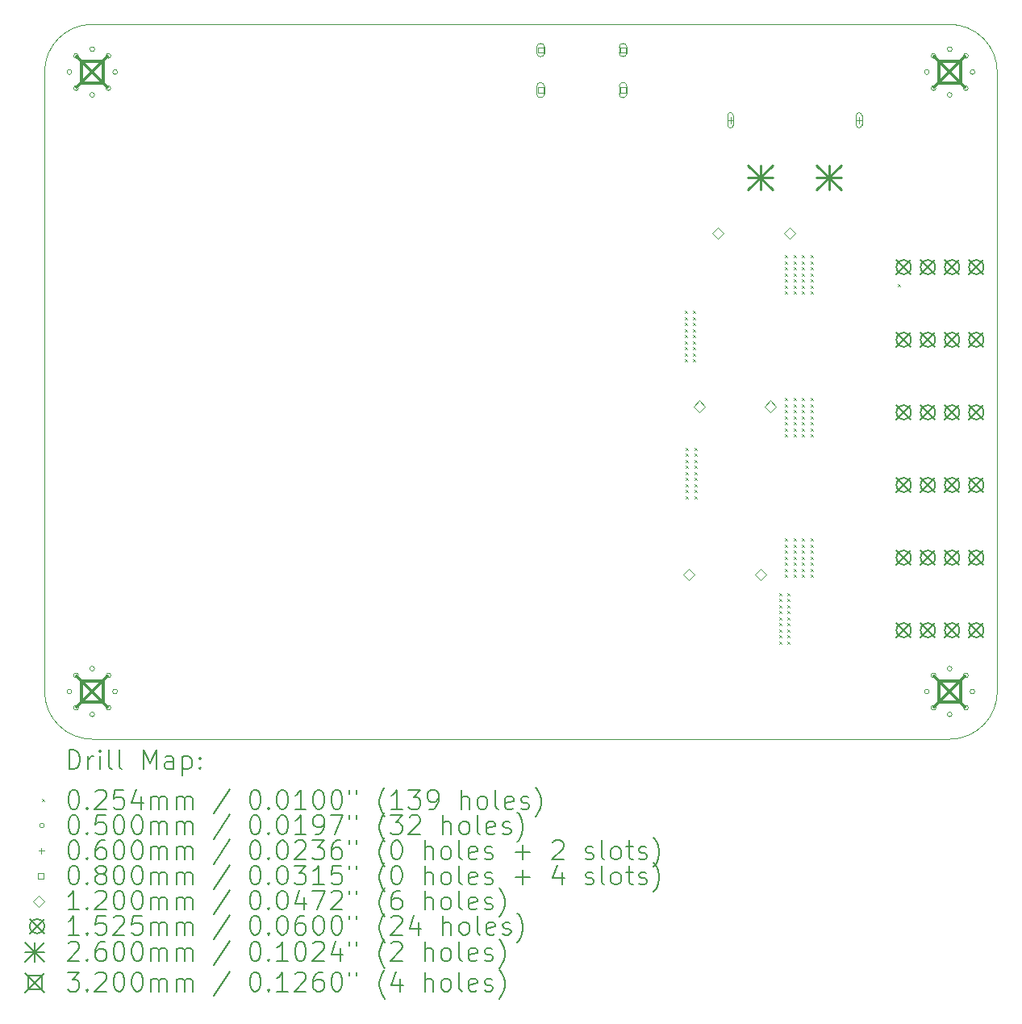
<source format=gbr>
%TF.GenerationSoftware,KiCad,Pcbnew,7.0.10*%
%TF.CreationDate,2024-02-17T13:30:01-08:00*%
%TF.ProjectId,BLDC_Motor Controller,424c4443-5f4d-46f7-946f-7220436f6e74,rev01_1*%
%TF.SameCoordinates,Original*%
%TF.FileFunction,Drillmap*%
%TF.FilePolarity,Positive*%
%FSLAX45Y45*%
G04 Gerber Fmt 4.5, Leading zero omitted, Abs format (unit mm)*
G04 Created by KiCad (PCBNEW 7.0.10) date 2024-02-17 13:30:01*
%MOMM*%
%LPD*%
G01*
G04 APERTURE LIST*
%ADD10C,0.050000*%
%ADD11C,0.200000*%
%ADD12C,0.100000*%
%ADD13C,0.120000*%
%ADD14C,0.152500*%
%ADD15C,0.260000*%
%ADD16C,0.320000*%
G04 APERTURE END LIST*
D10*
X25536000Y-17420000D02*
X16536000Y-17420000D01*
X26036000Y-10420000D02*
G75*
G03*
X25536000Y-9920000I-500000J0D01*
G01*
X16036000Y-16920000D02*
X16036000Y-10420000D01*
X16536000Y-9920000D02*
G75*
G03*
X16036000Y-10420000I0J-500000D01*
G01*
X25536000Y-17420000D02*
G75*
G03*
X26036000Y-16920000I0J500000D01*
G01*
X26036000Y-10420000D02*
X26036000Y-16920000D01*
X16036000Y-16920000D02*
G75*
G03*
X16536000Y-17420000I500000J0D01*
G01*
X16536000Y-9920000D02*
X25536000Y-9920000D01*
D11*
D12*
X22754300Y-12924200D02*
X22779700Y-12949600D01*
X22779700Y-12924200D02*
X22754300Y-12949600D01*
X22754300Y-12987700D02*
X22779700Y-13013100D01*
X22779700Y-12987700D02*
X22754300Y-13013100D01*
X22754300Y-13051200D02*
X22779700Y-13076600D01*
X22779700Y-13051200D02*
X22754300Y-13076600D01*
X22754300Y-13114700D02*
X22779700Y-13140100D01*
X22779700Y-13114700D02*
X22754300Y-13140100D01*
X22754300Y-13178200D02*
X22779700Y-13203600D01*
X22779700Y-13178200D02*
X22754300Y-13203600D01*
X22754300Y-13241700D02*
X22779700Y-13267100D01*
X22779700Y-13241700D02*
X22754300Y-13267100D01*
X22754300Y-13305200D02*
X22779700Y-13330600D01*
X22779700Y-13305200D02*
X22754300Y-13330600D01*
X22754300Y-13368700D02*
X22779700Y-13394100D01*
X22779700Y-13368700D02*
X22754300Y-13394100D01*
X22754300Y-13432200D02*
X22779700Y-13457600D01*
X22779700Y-13432200D02*
X22754300Y-13457600D01*
X22767000Y-14359300D02*
X22792400Y-14384700D01*
X22792400Y-14359300D02*
X22767000Y-14384700D01*
X22767000Y-14422800D02*
X22792400Y-14448200D01*
X22792400Y-14422800D02*
X22767000Y-14448200D01*
X22767000Y-14486300D02*
X22792400Y-14511700D01*
X22792400Y-14486300D02*
X22767000Y-14511700D01*
X22767000Y-14549800D02*
X22792400Y-14575200D01*
X22792400Y-14549800D02*
X22767000Y-14575200D01*
X22767000Y-14613300D02*
X22792400Y-14638700D01*
X22792400Y-14613300D02*
X22767000Y-14638700D01*
X22767000Y-14676800D02*
X22792400Y-14702200D01*
X22792400Y-14676800D02*
X22767000Y-14702200D01*
X22767000Y-14740300D02*
X22792400Y-14765700D01*
X22792400Y-14740300D02*
X22767000Y-14765700D01*
X22767000Y-14803800D02*
X22792400Y-14829200D01*
X22792400Y-14803800D02*
X22767000Y-14829200D01*
X22767000Y-14867300D02*
X22792400Y-14892700D01*
X22792400Y-14867300D02*
X22767000Y-14892700D01*
X22843200Y-12924200D02*
X22868600Y-12949600D01*
X22868600Y-12924200D02*
X22843200Y-12949600D01*
X22843200Y-12987700D02*
X22868600Y-13013100D01*
X22868600Y-12987700D02*
X22843200Y-13013100D01*
X22843200Y-13051200D02*
X22868600Y-13076600D01*
X22868600Y-13051200D02*
X22843200Y-13076600D01*
X22843200Y-13114700D02*
X22868600Y-13140100D01*
X22868600Y-13114700D02*
X22843200Y-13140100D01*
X22843200Y-13178200D02*
X22868600Y-13203600D01*
X22868600Y-13178200D02*
X22843200Y-13203600D01*
X22843200Y-13241700D02*
X22868600Y-13267100D01*
X22868600Y-13241700D02*
X22843200Y-13267100D01*
X22843200Y-13305200D02*
X22868600Y-13330600D01*
X22868600Y-13305200D02*
X22843200Y-13330600D01*
X22843200Y-13368700D02*
X22868600Y-13394100D01*
X22868600Y-13368700D02*
X22843200Y-13394100D01*
X22843200Y-13432200D02*
X22868600Y-13457600D01*
X22868600Y-13432200D02*
X22843200Y-13457600D01*
X22855900Y-14359300D02*
X22881300Y-14384700D01*
X22881300Y-14359300D02*
X22855900Y-14384700D01*
X22855900Y-14422800D02*
X22881300Y-14448200D01*
X22881300Y-14422800D02*
X22855900Y-14448200D01*
X22855900Y-14486300D02*
X22881300Y-14511700D01*
X22881300Y-14486300D02*
X22855900Y-14511700D01*
X22855900Y-14549800D02*
X22881300Y-14575200D01*
X22881300Y-14549800D02*
X22855900Y-14575200D01*
X22855900Y-14613300D02*
X22881300Y-14638700D01*
X22881300Y-14613300D02*
X22855900Y-14638700D01*
X22855900Y-14676800D02*
X22881300Y-14702200D01*
X22881300Y-14676800D02*
X22855900Y-14702200D01*
X22855900Y-14740300D02*
X22881300Y-14765700D01*
X22881300Y-14740300D02*
X22855900Y-14765700D01*
X22855900Y-14803800D02*
X22881300Y-14829200D01*
X22881300Y-14803800D02*
X22855900Y-14829200D01*
X22855900Y-14867300D02*
X22881300Y-14892700D01*
X22881300Y-14867300D02*
X22855900Y-14892700D01*
X23744900Y-15883300D02*
X23770300Y-15908700D01*
X23770300Y-15883300D02*
X23744900Y-15908700D01*
X23744900Y-15946800D02*
X23770300Y-15972200D01*
X23770300Y-15946800D02*
X23744900Y-15972200D01*
X23744900Y-16010300D02*
X23770300Y-16035700D01*
X23770300Y-16010300D02*
X23744900Y-16035700D01*
X23744900Y-16073800D02*
X23770300Y-16099200D01*
X23770300Y-16073800D02*
X23744900Y-16099200D01*
X23744900Y-16137300D02*
X23770300Y-16162700D01*
X23770300Y-16137300D02*
X23744900Y-16162700D01*
X23744900Y-16200800D02*
X23770300Y-16226200D01*
X23770300Y-16200800D02*
X23744900Y-16226200D01*
X23744900Y-16264300D02*
X23770300Y-16289700D01*
X23770300Y-16264300D02*
X23744900Y-16289700D01*
X23744900Y-16327800D02*
X23770300Y-16353200D01*
X23770300Y-16327800D02*
X23744900Y-16353200D01*
X23744900Y-16391300D02*
X23770300Y-16416700D01*
X23770300Y-16391300D02*
X23744900Y-16416700D01*
X23808400Y-12340000D02*
X23833800Y-12365400D01*
X23833800Y-12340000D02*
X23808400Y-12365400D01*
X23808400Y-12403500D02*
X23833800Y-12428900D01*
X23833800Y-12403500D02*
X23808400Y-12428900D01*
X23808400Y-12467000D02*
X23833800Y-12492400D01*
X23833800Y-12467000D02*
X23808400Y-12492400D01*
X23808400Y-12530500D02*
X23833800Y-12555900D01*
X23833800Y-12530500D02*
X23808400Y-12555900D01*
X23808400Y-12594000D02*
X23833800Y-12619400D01*
X23833800Y-12594000D02*
X23808400Y-12619400D01*
X23808400Y-12657500D02*
X23833800Y-12682900D01*
X23833800Y-12657500D02*
X23808400Y-12682900D01*
X23808400Y-12721000D02*
X23833800Y-12746400D01*
X23833800Y-12721000D02*
X23808400Y-12746400D01*
X23808400Y-13838600D02*
X23833800Y-13864000D01*
X23833800Y-13838600D02*
X23808400Y-13864000D01*
X23808400Y-13902100D02*
X23833800Y-13927500D01*
X23833800Y-13902100D02*
X23808400Y-13927500D01*
X23808400Y-13965600D02*
X23833800Y-13991000D01*
X23833800Y-13965600D02*
X23808400Y-13991000D01*
X23808400Y-14029100D02*
X23833800Y-14054500D01*
X23833800Y-14029100D02*
X23808400Y-14054500D01*
X23808400Y-14092600D02*
X23833800Y-14118000D01*
X23833800Y-14092600D02*
X23808400Y-14118000D01*
X23808400Y-14156100D02*
X23833800Y-14181500D01*
X23833800Y-14156100D02*
X23808400Y-14181500D01*
X23808400Y-14219600D02*
X23833800Y-14245000D01*
X23833800Y-14219600D02*
X23808400Y-14245000D01*
X23808400Y-15311800D02*
X23833800Y-15337200D01*
X23833800Y-15311800D02*
X23808400Y-15337200D01*
X23808400Y-15375300D02*
X23833800Y-15400700D01*
X23833800Y-15375300D02*
X23808400Y-15400700D01*
X23808400Y-15438800D02*
X23833800Y-15464200D01*
X23833800Y-15438800D02*
X23808400Y-15464200D01*
X23808400Y-15502300D02*
X23833800Y-15527700D01*
X23833800Y-15502300D02*
X23808400Y-15527700D01*
X23808400Y-15565800D02*
X23833800Y-15591200D01*
X23833800Y-15565800D02*
X23808400Y-15591200D01*
X23808400Y-15629300D02*
X23833800Y-15654700D01*
X23833800Y-15629300D02*
X23808400Y-15654700D01*
X23808400Y-15692800D02*
X23833800Y-15718200D01*
X23833800Y-15692800D02*
X23808400Y-15718200D01*
X23833800Y-15883300D02*
X23859200Y-15908700D01*
X23859200Y-15883300D02*
X23833800Y-15908700D01*
X23833800Y-15946800D02*
X23859200Y-15972200D01*
X23859200Y-15946800D02*
X23833800Y-15972200D01*
X23833800Y-16010300D02*
X23859200Y-16035700D01*
X23859200Y-16010300D02*
X23833800Y-16035700D01*
X23833800Y-16073800D02*
X23859200Y-16099200D01*
X23859200Y-16073800D02*
X23833800Y-16099200D01*
X23833800Y-16137300D02*
X23859200Y-16162700D01*
X23859200Y-16137300D02*
X23833800Y-16162700D01*
X23833800Y-16200800D02*
X23859200Y-16226200D01*
X23859200Y-16200800D02*
X23833800Y-16226200D01*
X23833800Y-16264300D02*
X23859200Y-16289700D01*
X23859200Y-16264300D02*
X23833800Y-16289700D01*
X23833800Y-16327800D02*
X23859200Y-16353200D01*
X23859200Y-16327800D02*
X23833800Y-16353200D01*
X23833800Y-16391300D02*
X23859200Y-16416700D01*
X23859200Y-16391300D02*
X23833800Y-16416700D01*
X23897300Y-12340000D02*
X23922700Y-12365400D01*
X23922700Y-12340000D02*
X23897300Y-12365400D01*
X23897300Y-12403500D02*
X23922700Y-12428900D01*
X23922700Y-12403500D02*
X23897300Y-12428900D01*
X23897300Y-12467000D02*
X23922700Y-12492400D01*
X23922700Y-12467000D02*
X23897300Y-12492400D01*
X23897300Y-12530500D02*
X23922700Y-12555900D01*
X23922700Y-12530500D02*
X23897300Y-12555900D01*
X23897300Y-12594000D02*
X23922700Y-12619400D01*
X23922700Y-12594000D02*
X23897300Y-12619400D01*
X23897300Y-12657500D02*
X23922700Y-12682900D01*
X23922700Y-12657500D02*
X23897300Y-12682900D01*
X23897300Y-12721000D02*
X23922700Y-12746400D01*
X23922700Y-12721000D02*
X23897300Y-12746400D01*
X23897300Y-13838600D02*
X23922700Y-13864000D01*
X23922700Y-13838600D02*
X23897300Y-13864000D01*
X23897300Y-13902100D02*
X23922700Y-13927500D01*
X23922700Y-13902100D02*
X23897300Y-13927500D01*
X23897300Y-13965600D02*
X23922700Y-13991000D01*
X23922700Y-13965600D02*
X23897300Y-13991000D01*
X23897300Y-14029100D02*
X23922700Y-14054500D01*
X23922700Y-14029100D02*
X23897300Y-14054500D01*
X23897300Y-14092600D02*
X23922700Y-14118000D01*
X23922700Y-14092600D02*
X23897300Y-14118000D01*
X23897300Y-14156100D02*
X23922700Y-14181500D01*
X23922700Y-14156100D02*
X23897300Y-14181500D01*
X23897300Y-14219600D02*
X23922700Y-14245000D01*
X23922700Y-14219600D02*
X23897300Y-14245000D01*
X23897300Y-15311800D02*
X23922700Y-15337200D01*
X23922700Y-15311800D02*
X23897300Y-15337200D01*
X23897300Y-15375300D02*
X23922700Y-15400700D01*
X23922700Y-15375300D02*
X23897300Y-15400700D01*
X23897300Y-15438800D02*
X23922700Y-15464200D01*
X23922700Y-15438800D02*
X23897300Y-15464200D01*
X23897300Y-15502300D02*
X23922700Y-15527700D01*
X23922700Y-15502300D02*
X23897300Y-15527700D01*
X23897300Y-15565800D02*
X23922700Y-15591200D01*
X23922700Y-15565800D02*
X23897300Y-15591200D01*
X23897300Y-15629300D02*
X23922700Y-15654700D01*
X23922700Y-15629300D02*
X23897300Y-15654700D01*
X23897300Y-15692800D02*
X23922700Y-15718200D01*
X23922700Y-15692800D02*
X23897300Y-15718200D01*
X23986200Y-12340000D02*
X24011600Y-12365400D01*
X24011600Y-12340000D02*
X23986200Y-12365400D01*
X23986200Y-12403500D02*
X24011600Y-12428900D01*
X24011600Y-12403500D02*
X23986200Y-12428900D01*
X23986200Y-12467000D02*
X24011600Y-12492400D01*
X24011600Y-12467000D02*
X23986200Y-12492400D01*
X23986200Y-12530500D02*
X24011600Y-12555900D01*
X24011600Y-12530500D02*
X23986200Y-12555900D01*
X23986200Y-12594000D02*
X24011600Y-12619400D01*
X24011600Y-12594000D02*
X23986200Y-12619400D01*
X23986200Y-12657500D02*
X24011600Y-12682900D01*
X24011600Y-12657500D02*
X23986200Y-12682900D01*
X23986200Y-12721000D02*
X24011600Y-12746400D01*
X24011600Y-12721000D02*
X23986200Y-12746400D01*
X23986200Y-13838600D02*
X24011600Y-13864000D01*
X24011600Y-13838600D02*
X23986200Y-13864000D01*
X23986200Y-13902100D02*
X24011600Y-13927500D01*
X24011600Y-13902100D02*
X23986200Y-13927500D01*
X23986200Y-13965600D02*
X24011600Y-13991000D01*
X24011600Y-13965600D02*
X23986200Y-13991000D01*
X23986200Y-14029100D02*
X24011600Y-14054500D01*
X24011600Y-14029100D02*
X23986200Y-14054500D01*
X23986200Y-14092600D02*
X24011600Y-14118000D01*
X24011600Y-14092600D02*
X23986200Y-14118000D01*
X23986200Y-14156100D02*
X24011600Y-14181500D01*
X24011600Y-14156100D02*
X23986200Y-14181500D01*
X23986200Y-14219600D02*
X24011600Y-14245000D01*
X24011600Y-14219600D02*
X23986200Y-14245000D01*
X23986200Y-15311800D02*
X24011600Y-15337200D01*
X24011600Y-15311800D02*
X23986200Y-15337200D01*
X23986200Y-15375300D02*
X24011600Y-15400700D01*
X24011600Y-15375300D02*
X23986200Y-15400700D01*
X23986200Y-15438800D02*
X24011600Y-15464200D01*
X24011600Y-15438800D02*
X23986200Y-15464200D01*
X23986200Y-15502300D02*
X24011600Y-15527700D01*
X24011600Y-15502300D02*
X23986200Y-15527700D01*
X23986200Y-15565800D02*
X24011600Y-15591200D01*
X24011600Y-15565800D02*
X23986200Y-15591200D01*
X23986200Y-15629300D02*
X24011600Y-15654700D01*
X24011600Y-15629300D02*
X23986200Y-15654700D01*
X23986200Y-15692800D02*
X24011600Y-15718200D01*
X24011600Y-15692800D02*
X23986200Y-15718200D01*
X24075100Y-12340000D02*
X24100500Y-12365400D01*
X24100500Y-12340000D02*
X24075100Y-12365400D01*
X24075100Y-12403500D02*
X24100500Y-12428900D01*
X24100500Y-12403500D02*
X24075100Y-12428900D01*
X24075100Y-12467000D02*
X24100500Y-12492400D01*
X24100500Y-12467000D02*
X24075100Y-12492400D01*
X24075100Y-12530500D02*
X24100500Y-12555900D01*
X24100500Y-12530500D02*
X24075100Y-12555900D01*
X24075100Y-12594000D02*
X24100500Y-12619400D01*
X24100500Y-12594000D02*
X24075100Y-12619400D01*
X24075100Y-12657500D02*
X24100500Y-12682900D01*
X24100500Y-12657500D02*
X24075100Y-12682900D01*
X24075100Y-12721000D02*
X24100500Y-12746400D01*
X24100500Y-12721000D02*
X24075100Y-12746400D01*
X24075100Y-13838600D02*
X24100500Y-13864000D01*
X24100500Y-13838600D02*
X24075100Y-13864000D01*
X24075100Y-13902100D02*
X24100500Y-13927500D01*
X24100500Y-13902100D02*
X24075100Y-13927500D01*
X24075100Y-13965600D02*
X24100500Y-13991000D01*
X24100500Y-13965600D02*
X24075100Y-13991000D01*
X24075100Y-14029100D02*
X24100500Y-14054500D01*
X24100500Y-14029100D02*
X24075100Y-14054500D01*
X24075100Y-14092600D02*
X24100500Y-14118000D01*
X24100500Y-14092600D02*
X24075100Y-14118000D01*
X24075100Y-14156100D02*
X24100500Y-14181500D01*
X24100500Y-14156100D02*
X24075100Y-14181500D01*
X24075100Y-14219600D02*
X24100500Y-14245000D01*
X24100500Y-14219600D02*
X24075100Y-14245000D01*
X24075100Y-15311800D02*
X24100500Y-15337200D01*
X24100500Y-15311800D02*
X24075100Y-15337200D01*
X24075100Y-15375300D02*
X24100500Y-15400700D01*
X24100500Y-15375300D02*
X24075100Y-15400700D01*
X24075100Y-15438800D02*
X24100500Y-15464200D01*
X24100500Y-15438800D02*
X24075100Y-15464200D01*
X24075100Y-15502300D02*
X24100500Y-15527700D01*
X24100500Y-15502300D02*
X24075100Y-15527700D01*
X24075100Y-15565800D02*
X24100500Y-15591200D01*
X24100500Y-15565800D02*
X24075100Y-15591200D01*
X24075100Y-15629300D02*
X24100500Y-15654700D01*
X24100500Y-15629300D02*
X24075100Y-15654700D01*
X24075100Y-15692800D02*
X24100500Y-15718200D01*
X24100500Y-15692800D02*
X24075100Y-15718200D01*
X24989500Y-12644800D02*
X25014900Y-12670200D01*
X25014900Y-12644800D02*
X24989500Y-12670200D01*
X16321000Y-10420000D02*
G75*
G03*
X16271000Y-10420000I-25000J0D01*
G01*
X16271000Y-10420000D02*
G75*
G03*
X16321000Y-10420000I25000J0D01*
G01*
X16321000Y-16920000D02*
G75*
G03*
X16271000Y-16920000I-25000J0D01*
G01*
X16271000Y-16920000D02*
G75*
G03*
X16321000Y-16920000I25000J0D01*
G01*
X16391294Y-10250294D02*
G75*
G03*
X16341294Y-10250294I-25000J0D01*
G01*
X16341294Y-10250294D02*
G75*
G03*
X16391294Y-10250294I25000J0D01*
G01*
X16391294Y-10589706D02*
G75*
G03*
X16341294Y-10589706I-25000J0D01*
G01*
X16341294Y-10589706D02*
G75*
G03*
X16391294Y-10589706I25000J0D01*
G01*
X16391294Y-16750294D02*
G75*
G03*
X16341294Y-16750294I-25000J0D01*
G01*
X16341294Y-16750294D02*
G75*
G03*
X16391294Y-16750294I25000J0D01*
G01*
X16391294Y-17089706D02*
G75*
G03*
X16341294Y-17089706I-25000J0D01*
G01*
X16341294Y-17089706D02*
G75*
G03*
X16391294Y-17089706I25000J0D01*
G01*
X16561000Y-10180000D02*
G75*
G03*
X16511000Y-10180000I-25000J0D01*
G01*
X16511000Y-10180000D02*
G75*
G03*
X16561000Y-10180000I25000J0D01*
G01*
X16561000Y-10660000D02*
G75*
G03*
X16511000Y-10660000I-25000J0D01*
G01*
X16511000Y-10660000D02*
G75*
G03*
X16561000Y-10660000I25000J0D01*
G01*
X16561000Y-16680000D02*
G75*
G03*
X16511000Y-16680000I-25000J0D01*
G01*
X16511000Y-16680000D02*
G75*
G03*
X16561000Y-16680000I25000J0D01*
G01*
X16561000Y-17160000D02*
G75*
G03*
X16511000Y-17160000I-25000J0D01*
G01*
X16511000Y-17160000D02*
G75*
G03*
X16561000Y-17160000I25000J0D01*
G01*
X16730706Y-10250294D02*
G75*
G03*
X16680706Y-10250294I-25000J0D01*
G01*
X16680706Y-10250294D02*
G75*
G03*
X16730706Y-10250294I25000J0D01*
G01*
X16730706Y-10589706D02*
G75*
G03*
X16680706Y-10589706I-25000J0D01*
G01*
X16680706Y-10589706D02*
G75*
G03*
X16730706Y-10589706I25000J0D01*
G01*
X16730706Y-16750294D02*
G75*
G03*
X16680706Y-16750294I-25000J0D01*
G01*
X16680706Y-16750294D02*
G75*
G03*
X16730706Y-16750294I25000J0D01*
G01*
X16730706Y-17089706D02*
G75*
G03*
X16680706Y-17089706I-25000J0D01*
G01*
X16680706Y-17089706D02*
G75*
G03*
X16730706Y-17089706I25000J0D01*
G01*
X16801000Y-10420000D02*
G75*
G03*
X16751000Y-10420000I-25000J0D01*
G01*
X16751000Y-10420000D02*
G75*
G03*
X16801000Y-10420000I25000J0D01*
G01*
X16801000Y-16920000D02*
G75*
G03*
X16751000Y-16920000I-25000J0D01*
G01*
X16751000Y-16920000D02*
G75*
G03*
X16801000Y-16920000I25000J0D01*
G01*
X25321000Y-10420000D02*
G75*
G03*
X25271000Y-10420000I-25000J0D01*
G01*
X25271000Y-10420000D02*
G75*
G03*
X25321000Y-10420000I25000J0D01*
G01*
X25321000Y-16920000D02*
G75*
G03*
X25271000Y-16920000I-25000J0D01*
G01*
X25271000Y-16920000D02*
G75*
G03*
X25321000Y-16920000I25000J0D01*
G01*
X25391294Y-10250294D02*
G75*
G03*
X25341294Y-10250294I-25000J0D01*
G01*
X25341294Y-10250294D02*
G75*
G03*
X25391294Y-10250294I25000J0D01*
G01*
X25391294Y-10589706D02*
G75*
G03*
X25341294Y-10589706I-25000J0D01*
G01*
X25341294Y-10589706D02*
G75*
G03*
X25391294Y-10589706I25000J0D01*
G01*
X25391294Y-16750294D02*
G75*
G03*
X25341294Y-16750294I-25000J0D01*
G01*
X25341294Y-16750294D02*
G75*
G03*
X25391294Y-16750294I25000J0D01*
G01*
X25391294Y-17089706D02*
G75*
G03*
X25341294Y-17089706I-25000J0D01*
G01*
X25341294Y-17089706D02*
G75*
G03*
X25391294Y-17089706I25000J0D01*
G01*
X25561000Y-10180000D02*
G75*
G03*
X25511000Y-10180000I-25000J0D01*
G01*
X25511000Y-10180000D02*
G75*
G03*
X25561000Y-10180000I25000J0D01*
G01*
X25561000Y-10660000D02*
G75*
G03*
X25511000Y-10660000I-25000J0D01*
G01*
X25511000Y-10660000D02*
G75*
G03*
X25561000Y-10660000I25000J0D01*
G01*
X25561000Y-16680000D02*
G75*
G03*
X25511000Y-16680000I-25000J0D01*
G01*
X25511000Y-16680000D02*
G75*
G03*
X25561000Y-16680000I25000J0D01*
G01*
X25561000Y-17160000D02*
G75*
G03*
X25511000Y-17160000I-25000J0D01*
G01*
X25511000Y-17160000D02*
G75*
G03*
X25561000Y-17160000I25000J0D01*
G01*
X25730706Y-10250294D02*
G75*
G03*
X25680706Y-10250294I-25000J0D01*
G01*
X25680706Y-10250294D02*
G75*
G03*
X25730706Y-10250294I25000J0D01*
G01*
X25730706Y-10589706D02*
G75*
G03*
X25680706Y-10589706I-25000J0D01*
G01*
X25680706Y-10589706D02*
G75*
G03*
X25730706Y-10589706I25000J0D01*
G01*
X25730706Y-16750294D02*
G75*
G03*
X25680706Y-16750294I-25000J0D01*
G01*
X25680706Y-16750294D02*
G75*
G03*
X25730706Y-16750294I25000J0D01*
G01*
X25730706Y-17089706D02*
G75*
G03*
X25680706Y-17089706I-25000J0D01*
G01*
X25680706Y-17089706D02*
G75*
G03*
X25730706Y-17089706I25000J0D01*
G01*
X25801000Y-10420000D02*
G75*
G03*
X25751000Y-10420000I-25000J0D01*
G01*
X25751000Y-10420000D02*
G75*
G03*
X25801000Y-10420000I25000J0D01*
G01*
X25801000Y-16920000D02*
G75*
G03*
X25751000Y-16920000I-25000J0D01*
G01*
X25751000Y-16920000D02*
G75*
G03*
X25801000Y-16920000I25000J0D01*
G01*
X23235004Y-10896029D02*
X23235004Y-10956029D01*
X23205004Y-10926029D02*
X23265004Y-10926029D01*
X23205004Y-10876029D02*
X23205004Y-10976029D01*
X23205004Y-10976029D02*
G75*
G03*
X23265004Y-10976029I30000J0D01*
G01*
X23265004Y-10976029D02*
X23265004Y-10876029D01*
X23265004Y-10876029D02*
G75*
G03*
X23205004Y-10876029I-30000J0D01*
G01*
X24585016Y-10896029D02*
X24585016Y-10956029D01*
X24555016Y-10926029D02*
X24615016Y-10926029D01*
X24555016Y-10876029D02*
X24555016Y-10976029D01*
X24555016Y-10976029D02*
G75*
G03*
X24615016Y-10976029I30000J0D01*
G01*
X24615016Y-10976029D02*
X24615016Y-10876029D01*
X24615016Y-10876029D02*
G75*
G03*
X24555016Y-10876029I-30000J0D01*
G01*
X21270674Y-10217870D02*
X21270674Y-10161301D01*
X21214105Y-10161301D01*
X21214105Y-10217870D01*
X21270674Y-10217870D01*
X21282390Y-10219585D02*
X21282390Y-10159585D01*
X21282390Y-10159585D02*
G75*
G03*
X21202390Y-10159585I-40000J0D01*
G01*
X21202390Y-10159585D02*
X21202390Y-10219585D01*
X21202390Y-10219585D02*
G75*
G03*
X21282390Y-10219585I40000J0D01*
G01*
X21270674Y-10637859D02*
X21270674Y-10581290D01*
X21214105Y-10581290D01*
X21214105Y-10637859D01*
X21270674Y-10637859D01*
X21282390Y-10649574D02*
X21282390Y-10569576D01*
X21282390Y-10569576D02*
G75*
G03*
X21202390Y-10569576I-40000J0D01*
G01*
X21202390Y-10569576D02*
X21202390Y-10649574D01*
X21202390Y-10649574D02*
G75*
G03*
X21282390Y-10649574I40000J0D01*
G01*
X22135698Y-10217870D02*
X22135698Y-10161301D01*
X22079129Y-10161301D01*
X22079129Y-10217870D01*
X22135698Y-10217870D01*
X22147414Y-10219585D02*
X22147414Y-10159585D01*
X22147414Y-10159585D02*
G75*
G03*
X22067414Y-10159585I-40000J0D01*
G01*
X22067414Y-10159585D02*
X22067414Y-10219585D01*
X22067414Y-10219585D02*
G75*
G03*
X22147414Y-10219585I40000J0D01*
G01*
X22135698Y-10637859D02*
X22135698Y-10581290D01*
X22079129Y-10581290D01*
X22079129Y-10637859D01*
X22135698Y-10637859D01*
X22147414Y-10649576D02*
X22147414Y-10569574D01*
X22147414Y-10569574D02*
G75*
G03*
X22067414Y-10569574I-40000J0D01*
G01*
X22067414Y-10569574D02*
X22067414Y-10649576D01*
X22067414Y-10649576D02*
G75*
G03*
X22147414Y-10649576I40000J0D01*
G01*
D13*
X22799530Y-15751459D02*
X22859530Y-15691459D01*
X22799530Y-15631459D01*
X22739530Y-15691459D01*
X22799530Y-15751459D01*
X22906700Y-13987500D02*
X22966700Y-13927500D01*
X22906700Y-13867500D01*
X22846700Y-13927500D01*
X22906700Y-13987500D01*
X23104330Y-12170059D02*
X23164330Y-12110059D01*
X23104330Y-12050059D01*
X23044330Y-12110059D01*
X23104330Y-12170059D01*
X23549517Y-15751459D02*
X23609517Y-15691459D01*
X23549517Y-15631459D01*
X23489517Y-15691459D01*
X23549517Y-15751459D01*
X23656687Y-13987500D02*
X23716687Y-13927500D01*
X23656687Y-13867500D01*
X23596687Y-13927500D01*
X23656687Y-13987500D01*
X23854317Y-12170059D02*
X23914317Y-12110059D01*
X23854317Y-12050059D01*
X23794317Y-12110059D01*
X23854317Y-12170059D01*
D14*
X24976750Y-12390750D02*
X25129250Y-12543250D01*
X25129250Y-12390750D02*
X24976750Y-12543250D01*
X25129250Y-12467000D02*
G75*
G03*
X24976750Y-12467000I-76250J0D01*
G01*
X24976750Y-12467000D02*
G75*
G03*
X25129250Y-12467000I76250J0D01*
G01*
X24976750Y-13152750D02*
X25129250Y-13305250D01*
X25129250Y-13152750D02*
X24976750Y-13305250D01*
X25129250Y-13229000D02*
G75*
G03*
X24976750Y-13229000I-76250J0D01*
G01*
X24976750Y-13229000D02*
G75*
G03*
X25129250Y-13229000I76250J0D01*
G01*
X24976750Y-13914750D02*
X25129250Y-14067250D01*
X25129250Y-13914750D02*
X24976750Y-14067250D01*
X25129250Y-13991000D02*
G75*
G03*
X24976750Y-13991000I-76250J0D01*
G01*
X24976750Y-13991000D02*
G75*
G03*
X25129250Y-13991000I76250J0D01*
G01*
X24976750Y-14676750D02*
X25129250Y-14829250D01*
X25129250Y-14676750D02*
X24976750Y-14829250D01*
X25129250Y-14753000D02*
G75*
G03*
X24976750Y-14753000I-76250J0D01*
G01*
X24976750Y-14753000D02*
G75*
G03*
X25129250Y-14753000I76250J0D01*
G01*
X24976750Y-15438750D02*
X25129250Y-15591250D01*
X25129250Y-15438750D02*
X24976750Y-15591250D01*
X25129250Y-15515000D02*
G75*
G03*
X24976750Y-15515000I-76250J0D01*
G01*
X24976750Y-15515000D02*
G75*
G03*
X25129250Y-15515000I76250J0D01*
G01*
X24976750Y-16200750D02*
X25129250Y-16353250D01*
X25129250Y-16200750D02*
X24976750Y-16353250D01*
X25129250Y-16277000D02*
G75*
G03*
X24976750Y-16277000I-76250J0D01*
G01*
X24976750Y-16277000D02*
G75*
G03*
X25129250Y-16277000I76250J0D01*
G01*
X25230750Y-12390750D02*
X25383250Y-12543250D01*
X25383250Y-12390750D02*
X25230750Y-12543250D01*
X25383250Y-12467000D02*
G75*
G03*
X25230750Y-12467000I-76250J0D01*
G01*
X25230750Y-12467000D02*
G75*
G03*
X25383250Y-12467000I76250J0D01*
G01*
X25230750Y-13152750D02*
X25383250Y-13305250D01*
X25383250Y-13152750D02*
X25230750Y-13305250D01*
X25383250Y-13229000D02*
G75*
G03*
X25230750Y-13229000I-76250J0D01*
G01*
X25230750Y-13229000D02*
G75*
G03*
X25383250Y-13229000I76250J0D01*
G01*
X25230750Y-13914750D02*
X25383250Y-14067250D01*
X25383250Y-13914750D02*
X25230750Y-14067250D01*
X25383250Y-13991000D02*
G75*
G03*
X25230750Y-13991000I-76250J0D01*
G01*
X25230750Y-13991000D02*
G75*
G03*
X25383250Y-13991000I76250J0D01*
G01*
X25230750Y-14676750D02*
X25383250Y-14829250D01*
X25383250Y-14676750D02*
X25230750Y-14829250D01*
X25383250Y-14753000D02*
G75*
G03*
X25230750Y-14753000I-76250J0D01*
G01*
X25230750Y-14753000D02*
G75*
G03*
X25383250Y-14753000I76250J0D01*
G01*
X25230750Y-15438750D02*
X25383250Y-15591250D01*
X25383250Y-15438750D02*
X25230750Y-15591250D01*
X25383250Y-15515000D02*
G75*
G03*
X25230750Y-15515000I-76250J0D01*
G01*
X25230750Y-15515000D02*
G75*
G03*
X25383250Y-15515000I76250J0D01*
G01*
X25230750Y-16200750D02*
X25383250Y-16353250D01*
X25383250Y-16200750D02*
X25230750Y-16353250D01*
X25383250Y-16277000D02*
G75*
G03*
X25230750Y-16277000I-76250J0D01*
G01*
X25230750Y-16277000D02*
G75*
G03*
X25383250Y-16277000I76250J0D01*
G01*
X25484750Y-12390750D02*
X25637250Y-12543250D01*
X25637250Y-12390750D02*
X25484750Y-12543250D01*
X25637250Y-12467000D02*
G75*
G03*
X25484750Y-12467000I-76250J0D01*
G01*
X25484750Y-12467000D02*
G75*
G03*
X25637250Y-12467000I76250J0D01*
G01*
X25484750Y-13152750D02*
X25637250Y-13305250D01*
X25637250Y-13152750D02*
X25484750Y-13305250D01*
X25637250Y-13229000D02*
G75*
G03*
X25484750Y-13229000I-76250J0D01*
G01*
X25484750Y-13229000D02*
G75*
G03*
X25637250Y-13229000I76250J0D01*
G01*
X25484750Y-13914750D02*
X25637250Y-14067250D01*
X25637250Y-13914750D02*
X25484750Y-14067250D01*
X25637250Y-13991000D02*
G75*
G03*
X25484750Y-13991000I-76250J0D01*
G01*
X25484750Y-13991000D02*
G75*
G03*
X25637250Y-13991000I76250J0D01*
G01*
X25484750Y-14676750D02*
X25637250Y-14829250D01*
X25637250Y-14676750D02*
X25484750Y-14829250D01*
X25637250Y-14753000D02*
G75*
G03*
X25484750Y-14753000I-76250J0D01*
G01*
X25484750Y-14753000D02*
G75*
G03*
X25637250Y-14753000I76250J0D01*
G01*
X25484750Y-15438750D02*
X25637250Y-15591250D01*
X25637250Y-15438750D02*
X25484750Y-15591250D01*
X25637250Y-15515000D02*
G75*
G03*
X25484750Y-15515000I-76250J0D01*
G01*
X25484750Y-15515000D02*
G75*
G03*
X25637250Y-15515000I76250J0D01*
G01*
X25484750Y-16200750D02*
X25637250Y-16353250D01*
X25637250Y-16200750D02*
X25484750Y-16353250D01*
X25637250Y-16277000D02*
G75*
G03*
X25484750Y-16277000I-76250J0D01*
G01*
X25484750Y-16277000D02*
G75*
G03*
X25637250Y-16277000I76250J0D01*
G01*
X25738750Y-12390750D02*
X25891250Y-12543250D01*
X25891250Y-12390750D02*
X25738750Y-12543250D01*
X25891250Y-12467000D02*
G75*
G03*
X25738750Y-12467000I-76250J0D01*
G01*
X25738750Y-12467000D02*
G75*
G03*
X25891250Y-12467000I76250J0D01*
G01*
X25738750Y-13152750D02*
X25891250Y-13305250D01*
X25891250Y-13152750D02*
X25738750Y-13305250D01*
X25891250Y-13229000D02*
G75*
G03*
X25738750Y-13229000I-76250J0D01*
G01*
X25738750Y-13229000D02*
G75*
G03*
X25891250Y-13229000I76250J0D01*
G01*
X25738750Y-13914750D02*
X25891250Y-14067250D01*
X25891250Y-13914750D02*
X25738750Y-14067250D01*
X25891250Y-13991000D02*
G75*
G03*
X25738750Y-13991000I-76250J0D01*
G01*
X25738750Y-13991000D02*
G75*
G03*
X25891250Y-13991000I76250J0D01*
G01*
X25738750Y-14676750D02*
X25891250Y-14829250D01*
X25891250Y-14676750D02*
X25738750Y-14829250D01*
X25891250Y-14753000D02*
G75*
G03*
X25738750Y-14753000I-76250J0D01*
G01*
X25738750Y-14753000D02*
G75*
G03*
X25891250Y-14753000I76250J0D01*
G01*
X25738750Y-15438750D02*
X25891250Y-15591250D01*
X25891250Y-15438750D02*
X25738750Y-15591250D01*
X25891250Y-15515000D02*
G75*
G03*
X25738750Y-15515000I-76250J0D01*
G01*
X25738750Y-15515000D02*
G75*
G03*
X25891250Y-15515000I76250J0D01*
G01*
X25738750Y-16200750D02*
X25891250Y-16353250D01*
X25891250Y-16200750D02*
X25738750Y-16353250D01*
X25891250Y-16277000D02*
G75*
G03*
X25738750Y-16277000I-76250J0D01*
G01*
X25738750Y-16277000D02*
G75*
G03*
X25891250Y-16277000I76250J0D01*
G01*
D15*
X23420015Y-11396029D02*
X23680015Y-11656029D01*
X23680015Y-11396029D02*
X23420015Y-11656029D01*
X23550015Y-11396029D02*
X23550015Y-11656029D01*
X23420015Y-11526029D02*
X23680015Y-11526029D01*
X24140005Y-11396029D02*
X24400005Y-11656029D01*
X24400005Y-11396029D02*
X24140005Y-11656029D01*
X24270005Y-11396029D02*
X24270005Y-11656029D01*
X24140005Y-11526029D02*
X24400005Y-11526029D01*
D16*
X16376000Y-10260000D02*
X16696000Y-10580000D01*
X16696000Y-10260000D02*
X16376000Y-10580000D01*
X16649138Y-10533138D02*
X16649138Y-10306862D01*
X16422862Y-10306862D01*
X16422862Y-10533138D01*
X16649138Y-10533138D01*
X16376000Y-16760000D02*
X16696000Y-17080000D01*
X16696000Y-16760000D02*
X16376000Y-17080000D01*
X16649138Y-17033138D02*
X16649138Y-16806862D01*
X16422862Y-16806862D01*
X16422862Y-17033138D01*
X16649138Y-17033138D01*
X25376000Y-10260000D02*
X25696000Y-10580000D01*
X25696000Y-10260000D02*
X25376000Y-10580000D01*
X25649138Y-10533138D02*
X25649138Y-10306862D01*
X25422862Y-10306862D01*
X25422862Y-10533138D01*
X25649138Y-10533138D01*
X25376000Y-16760000D02*
X25696000Y-17080000D01*
X25696000Y-16760000D02*
X25376000Y-17080000D01*
X25649138Y-17033138D02*
X25649138Y-16806862D01*
X25422862Y-16806862D01*
X25422862Y-17033138D01*
X25649138Y-17033138D01*
D11*
X16294277Y-17733984D02*
X16294277Y-17533984D01*
X16294277Y-17533984D02*
X16341896Y-17533984D01*
X16341896Y-17533984D02*
X16370467Y-17543508D01*
X16370467Y-17543508D02*
X16389515Y-17562555D01*
X16389515Y-17562555D02*
X16399039Y-17581603D01*
X16399039Y-17581603D02*
X16408562Y-17619698D01*
X16408562Y-17619698D02*
X16408562Y-17648270D01*
X16408562Y-17648270D02*
X16399039Y-17686365D01*
X16399039Y-17686365D02*
X16389515Y-17705412D01*
X16389515Y-17705412D02*
X16370467Y-17724460D01*
X16370467Y-17724460D02*
X16341896Y-17733984D01*
X16341896Y-17733984D02*
X16294277Y-17733984D01*
X16494277Y-17733984D02*
X16494277Y-17600650D01*
X16494277Y-17638746D02*
X16503801Y-17619698D01*
X16503801Y-17619698D02*
X16513324Y-17610174D01*
X16513324Y-17610174D02*
X16532372Y-17600650D01*
X16532372Y-17600650D02*
X16551420Y-17600650D01*
X16618086Y-17733984D02*
X16618086Y-17600650D01*
X16618086Y-17533984D02*
X16608562Y-17543508D01*
X16608562Y-17543508D02*
X16618086Y-17553031D01*
X16618086Y-17553031D02*
X16627610Y-17543508D01*
X16627610Y-17543508D02*
X16618086Y-17533984D01*
X16618086Y-17533984D02*
X16618086Y-17553031D01*
X16741896Y-17733984D02*
X16722848Y-17724460D01*
X16722848Y-17724460D02*
X16713324Y-17705412D01*
X16713324Y-17705412D02*
X16713324Y-17533984D01*
X16846658Y-17733984D02*
X16827610Y-17724460D01*
X16827610Y-17724460D02*
X16818086Y-17705412D01*
X16818086Y-17705412D02*
X16818086Y-17533984D01*
X17075229Y-17733984D02*
X17075229Y-17533984D01*
X17075229Y-17533984D02*
X17141896Y-17676841D01*
X17141896Y-17676841D02*
X17208563Y-17533984D01*
X17208563Y-17533984D02*
X17208563Y-17733984D01*
X17389515Y-17733984D02*
X17389515Y-17629222D01*
X17389515Y-17629222D02*
X17379991Y-17610174D01*
X17379991Y-17610174D02*
X17360944Y-17600650D01*
X17360944Y-17600650D02*
X17322848Y-17600650D01*
X17322848Y-17600650D02*
X17303801Y-17610174D01*
X17389515Y-17724460D02*
X17370467Y-17733984D01*
X17370467Y-17733984D02*
X17322848Y-17733984D01*
X17322848Y-17733984D02*
X17303801Y-17724460D01*
X17303801Y-17724460D02*
X17294277Y-17705412D01*
X17294277Y-17705412D02*
X17294277Y-17686365D01*
X17294277Y-17686365D02*
X17303801Y-17667317D01*
X17303801Y-17667317D02*
X17322848Y-17657793D01*
X17322848Y-17657793D02*
X17370467Y-17657793D01*
X17370467Y-17657793D02*
X17389515Y-17648270D01*
X17484753Y-17600650D02*
X17484753Y-17800650D01*
X17484753Y-17610174D02*
X17503801Y-17600650D01*
X17503801Y-17600650D02*
X17541896Y-17600650D01*
X17541896Y-17600650D02*
X17560944Y-17610174D01*
X17560944Y-17610174D02*
X17570467Y-17619698D01*
X17570467Y-17619698D02*
X17579991Y-17638746D01*
X17579991Y-17638746D02*
X17579991Y-17695889D01*
X17579991Y-17695889D02*
X17570467Y-17714936D01*
X17570467Y-17714936D02*
X17560944Y-17724460D01*
X17560944Y-17724460D02*
X17541896Y-17733984D01*
X17541896Y-17733984D02*
X17503801Y-17733984D01*
X17503801Y-17733984D02*
X17484753Y-17724460D01*
X17665705Y-17714936D02*
X17675229Y-17724460D01*
X17675229Y-17724460D02*
X17665705Y-17733984D01*
X17665705Y-17733984D02*
X17656182Y-17724460D01*
X17656182Y-17724460D02*
X17665705Y-17714936D01*
X17665705Y-17714936D02*
X17665705Y-17733984D01*
X17665705Y-17610174D02*
X17675229Y-17619698D01*
X17675229Y-17619698D02*
X17665705Y-17629222D01*
X17665705Y-17629222D02*
X17656182Y-17619698D01*
X17656182Y-17619698D02*
X17665705Y-17610174D01*
X17665705Y-17610174D02*
X17665705Y-17629222D01*
D12*
X16008100Y-18049800D02*
X16033500Y-18075200D01*
X16033500Y-18049800D02*
X16008100Y-18075200D01*
D11*
X16332372Y-17953984D02*
X16351420Y-17953984D01*
X16351420Y-17953984D02*
X16370467Y-17963508D01*
X16370467Y-17963508D02*
X16379991Y-17973031D01*
X16379991Y-17973031D02*
X16389515Y-17992079D01*
X16389515Y-17992079D02*
X16399039Y-18030174D01*
X16399039Y-18030174D02*
X16399039Y-18077793D01*
X16399039Y-18077793D02*
X16389515Y-18115889D01*
X16389515Y-18115889D02*
X16379991Y-18134936D01*
X16379991Y-18134936D02*
X16370467Y-18144460D01*
X16370467Y-18144460D02*
X16351420Y-18153984D01*
X16351420Y-18153984D02*
X16332372Y-18153984D01*
X16332372Y-18153984D02*
X16313324Y-18144460D01*
X16313324Y-18144460D02*
X16303801Y-18134936D01*
X16303801Y-18134936D02*
X16294277Y-18115889D01*
X16294277Y-18115889D02*
X16284753Y-18077793D01*
X16284753Y-18077793D02*
X16284753Y-18030174D01*
X16284753Y-18030174D02*
X16294277Y-17992079D01*
X16294277Y-17992079D02*
X16303801Y-17973031D01*
X16303801Y-17973031D02*
X16313324Y-17963508D01*
X16313324Y-17963508D02*
X16332372Y-17953984D01*
X16484753Y-18134936D02*
X16494277Y-18144460D01*
X16494277Y-18144460D02*
X16484753Y-18153984D01*
X16484753Y-18153984D02*
X16475229Y-18144460D01*
X16475229Y-18144460D02*
X16484753Y-18134936D01*
X16484753Y-18134936D02*
X16484753Y-18153984D01*
X16570467Y-17973031D02*
X16579991Y-17963508D01*
X16579991Y-17963508D02*
X16599039Y-17953984D01*
X16599039Y-17953984D02*
X16646658Y-17953984D01*
X16646658Y-17953984D02*
X16665705Y-17963508D01*
X16665705Y-17963508D02*
X16675229Y-17973031D01*
X16675229Y-17973031D02*
X16684753Y-17992079D01*
X16684753Y-17992079D02*
X16684753Y-18011127D01*
X16684753Y-18011127D02*
X16675229Y-18039698D01*
X16675229Y-18039698D02*
X16560943Y-18153984D01*
X16560943Y-18153984D02*
X16684753Y-18153984D01*
X16865705Y-17953984D02*
X16770467Y-17953984D01*
X16770467Y-17953984D02*
X16760943Y-18049222D01*
X16760943Y-18049222D02*
X16770467Y-18039698D01*
X16770467Y-18039698D02*
X16789515Y-18030174D01*
X16789515Y-18030174D02*
X16837134Y-18030174D01*
X16837134Y-18030174D02*
X16856182Y-18039698D01*
X16856182Y-18039698D02*
X16865705Y-18049222D01*
X16865705Y-18049222D02*
X16875229Y-18068270D01*
X16875229Y-18068270D02*
X16875229Y-18115889D01*
X16875229Y-18115889D02*
X16865705Y-18134936D01*
X16865705Y-18134936D02*
X16856182Y-18144460D01*
X16856182Y-18144460D02*
X16837134Y-18153984D01*
X16837134Y-18153984D02*
X16789515Y-18153984D01*
X16789515Y-18153984D02*
X16770467Y-18144460D01*
X16770467Y-18144460D02*
X16760943Y-18134936D01*
X17046658Y-18020650D02*
X17046658Y-18153984D01*
X16999039Y-17944460D02*
X16951420Y-18087317D01*
X16951420Y-18087317D02*
X17075229Y-18087317D01*
X17151420Y-18153984D02*
X17151420Y-18020650D01*
X17151420Y-18039698D02*
X17160944Y-18030174D01*
X17160944Y-18030174D02*
X17179991Y-18020650D01*
X17179991Y-18020650D02*
X17208563Y-18020650D01*
X17208563Y-18020650D02*
X17227610Y-18030174D01*
X17227610Y-18030174D02*
X17237134Y-18049222D01*
X17237134Y-18049222D02*
X17237134Y-18153984D01*
X17237134Y-18049222D02*
X17246658Y-18030174D01*
X17246658Y-18030174D02*
X17265705Y-18020650D01*
X17265705Y-18020650D02*
X17294277Y-18020650D01*
X17294277Y-18020650D02*
X17313325Y-18030174D01*
X17313325Y-18030174D02*
X17322848Y-18049222D01*
X17322848Y-18049222D02*
X17322848Y-18153984D01*
X17418086Y-18153984D02*
X17418086Y-18020650D01*
X17418086Y-18039698D02*
X17427610Y-18030174D01*
X17427610Y-18030174D02*
X17446658Y-18020650D01*
X17446658Y-18020650D02*
X17475229Y-18020650D01*
X17475229Y-18020650D02*
X17494277Y-18030174D01*
X17494277Y-18030174D02*
X17503801Y-18049222D01*
X17503801Y-18049222D02*
X17503801Y-18153984D01*
X17503801Y-18049222D02*
X17513325Y-18030174D01*
X17513325Y-18030174D02*
X17532372Y-18020650D01*
X17532372Y-18020650D02*
X17560944Y-18020650D01*
X17560944Y-18020650D02*
X17579991Y-18030174D01*
X17579991Y-18030174D02*
X17589515Y-18049222D01*
X17589515Y-18049222D02*
X17589515Y-18153984D01*
X17979991Y-17944460D02*
X17808563Y-18201603D01*
X18237134Y-17953984D02*
X18256182Y-17953984D01*
X18256182Y-17953984D02*
X18275229Y-17963508D01*
X18275229Y-17963508D02*
X18284753Y-17973031D01*
X18284753Y-17973031D02*
X18294277Y-17992079D01*
X18294277Y-17992079D02*
X18303801Y-18030174D01*
X18303801Y-18030174D02*
X18303801Y-18077793D01*
X18303801Y-18077793D02*
X18294277Y-18115889D01*
X18294277Y-18115889D02*
X18284753Y-18134936D01*
X18284753Y-18134936D02*
X18275229Y-18144460D01*
X18275229Y-18144460D02*
X18256182Y-18153984D01*
X18256182Y-18153984D02*
X18237134Y-18153984D01*
X18237134Y-18153984D02*
X18218087Y-18144460D01*
X18218087Y-18144460D02*
X18208563Y-18134936D01*
X18208563Y-18134936D02*
X18199039Y-18115889D01*
X18199039Y-18115889D02*
X18189515Y-18077793D01*
X18189515Y-18077793D02*
X18189515Y-18030174D01*
X18189515Y-18030174D02*
X18199039Y-17992079D01*
X18199039Y-17992079D02*
X18208563Y-17973031D01*
X18208563Y-17973031D02*
X18218087Y-17963508D01*
X18218087Y-17963508D02*
X18237134Y-17953984D01*
X18389515Y-18134936D02*
X18399039Y-18144460D01*
X18399039Y-18144460D02*
X18389515Y-18153984D01*
X18389515Y-18153984D02*
X18379991Y-18144460D01*
X18379991Y-18144460D02*
X18389515Y-18134936D01*
X18389515Y-18134936D02*
X18389515Y-18153984D01*
X18522848Y-17953984D02*
X18541896Y-17953984D01*
X18541896Y-17953984D02*
X18560944Y-17963508D01*
X18560944Y-17963508D02*
X18570468Y-17973031D01*
X18570468Y-17973031D02*
X18579991Y-17992079D01*
X18579991Y-17992079D02*
X18589515Y-18030174D01*
X18589515Y-18030174D02*
X18589515Y-18077793D01*
X18589515Y-18077793D02*
X18579991Y-18115889D01*
X18579991Y-18115889D02*
X18570468Y-18134936D01*
X18570468Y-18134936D02*
X18560944Y-18144460D01*
X18560944Y-18144460D02*
X18541896Y-18153984D01*
X18541896Y-18153984D02*
X18522848Y-18153984D01*
X18522848Y-18153984D02*
X18503801Y-18144460D01*
X18503801Y-18144460D02*
X18494277Y-18134936D01*
X18494277Y-18134936D02*
X18484753Y-18115889D01*
X18484753Y-18115889D02*
X18475229Y-18077793D01*
X18475229Y-18077793D02*
X18475229Y-18030174D01*
X18475229Y-18030174D02*
X18484753Y-17992079D01*
X18484753Y-17992079D02*
X18494277Y-17973031D01*
X18494277Y-17973031D02*
X18503801Y-17963508D01*
X18503801Y-17963508D02*
X18522848Y-17953984D01*
X18779991Y-18153984D02*
X18665706Y-18153984D01*
X18722848Y-18153984D02*
X18722848Y-17953984D01*
X18722848Y-17953984D02*
X18703801Y-17982555D01*
X18703801Y-17982555D02*
X18684753Y-18001603D01*
X18684753Y-18001603D02*
X18665706Y-18011127D01*
X18903801Y-17953984D02*
X18922849Y-17953984D01*
X18922849Y-17953984D02*
X18941896Y-17963508D01*
X18941896Y-17963508D02*
X18951420Y-17973031D01*
X18951420Y-17973031D02*
X18960944Y-17992079D01*
X18960944Y-17992079D02*
X18970468Y-18030174D01*
X18970468Y-18030174D02*
X18970468Y-18077793D01*
X18970468Y-18077793D02*
X18960944Y-18115889D01*
X18960944Y-18115889D02*
X18951420Y-18134936D01*
X18951420Y-18134936D02*
X18941896Y-18144460D01*
X18941896Y-18144460D02*
X18922849Y-18153984D01*
X18922849Y-18153984D02*
X18903801Y-18153984D01*
X18903801Y-18153984D02*
X18884753Y-18144460D01*
X18884753Y-18144460D02*
X18875229Y-18134936D01*
X18875229Y-18134936D02*
X18865706Y-18115889D01*
X18865706Y-18115889D02*
X18856182Y-18077793D01*
X18856182Y-18077793D02*
X18856182Y-18030174D01*
X18856182Y-18030174D02*
X18865706Y-17992079D01*
X18865706Y-17992079D02*
X18875229Y-17973031D01*
X18875229Y-17973031D02*
X18884753Y-17963508D01*
X18884753Y-17963508D02*
X18903801Y-17953984D01*
X19094277Y-17953984D02*
X19113325Y-17953984D01*
X19113325Y-17953984D02*
X19132372Y-17963508D01*
X19132372Y-17963508D02*
X19141896Y-17973031D01*
X19141896Y-17973031D02*
X19151420Y-17992079D01*
X19151420Y-17992079D02*
X19160944Y-18030174D01*
X19160944Y-18030174D02*
X19160944Y-18077793D01*
X19160944Y-18077793D02*
X19151420Y-18115889D01*
X19151420Y-18115889D02*
X19141896Y-18134936D01*
X19141896Y-18134936D02*
X19132372Y-18144460D01*
X19132372Y-18144460D02*
X19113325Y-18153984D01*
X19113325Y-18153984D02*
X19094277Y-18153984D01*
X19094277Y-18153984D02*
X19075229Y-18144460D01*
X19075229Y-18144460D02*
X19065706Y-18134936D01*
X19065706Y-18134936D02*
X19056182Y-18115889D01*
X19056182Y-18115889D02*
X19046658Y-18077793D01*
X19046658Y-18077793D02*
X19046658Y-18030174D01*
X19046658Y-18030174D02*
X19056182Y-17992079D01*
X19056182Y-17992079D02*
X19065706Y-17973031D01*
X19065706Y-17973031D02*
X19075229Y-17963508D01*
X19075229Y-17963508D02*
X19094277Y-17953984D01*
X19237134Y-17953984D02*
X19237134Y-17992079D01*
X19313325Y-17953984D02*
X19313325Y-17992079D01*
X19608563Y-18230174D02*
X19599039Y-18220650D01*
X19599039Y-18220650D02*
X19579991Y-18192079D01*
X19579991Y-18192079D02*
X19570468Y-18173031D01*
X19570468Y-18173031D02*
X19560944Y-18144460D01*
X19560944Y-18144460D02*
X19551420Y-18096841D01*
X19551420Y-18096841D02*
X19551420Y-18058746D01*
X19551420Y-18058746D02*
X19560944Y-18011127D01*
X19560944Y-18011127D02*
X19570468Y-17982555D01*
X19570468Y-17982555D02*
X19579991Y-17963508D01*
X19579991Y-17963508D02*
X19599039Y-17934936D01*
X19599039Y-17934936D02*
X19608563Y-17925412D01*
X19789515Y-18153984D02*
X19675230Y-18153984D01*
X19732372Y-18153984D02*
X19732372Y-17953984D01*
X19732372Y-17953984D02*
X19713325Y-17982555D01*
X19713325Y-17982555D02*
X19694277Y-18001603D01*
X19694277Y-18001603D02*
X19675230Y-18011127D01*
X19856182Y-17953984D02*
X19979991Y-17953984D01*
X19979991Y-17953984D02*
X19913325Y-18030174D01*
X19913325Y-18030174D02*
X19941896Y-18030174D01*
X19941896Y-18030174D02*
X19960944Y-18039698D01*
X19960944Y-18039698D02*
X19970468Y-18049222D01*
X19970468Y-18049222D02*
X19979991Y-18068270D01*
X19979991Y-18068270D02*
X19979991Y-18115889D01*
X19979991Y-18115889D02*
X19970468Y-18134936D01*
X19970468Y-18134936D02*
X19960944Y-18144460D01*
X19960944Y-18144460D02*
X19941896Y-18153984D01*
X19941896Y-18153984D02*
X19884753Y-18153984D01*
X19884753Y-18153984D02*
X19865706Y-18144460D01*
X19865706Y-18144460D02*
X19856182Y-18134936D01*
X20075230Y-18153984D02*
X20113325Y-18153984D01*
X20113325Y-18153984D02*
X20132372Y-18144460D01*
X20132372Y-18144460D02*
X20141896Y-18134936D01*
X20141896Y-18134936D02*
X20160944Y-18106365D01*
X20160944Y-18106365D02*
X20170468Y-18068270D01*
X20170468Y-18068270D02*
X20170468Y-17992079D01*
X20170468Y-17992079D02*
X20160944Y-17973031D01*
X20160944Y-17973031D02*
X20151420Y-17963508D01*
X20151420Y-17963508D02*
X20132372Y-17953984D01*
X20132372Y-17953984D02*
X20094277Y-17953984D01*
X20094277Y-17953984D02*
X20075230Y-17963508D01*
X20075230Y-17963508D02*
X20065706Y-17973031D01*
X20065706Y-17973031D02*
X20056182Y-17992079D01*
X20056182Y-17992079D02*
X20056182Y-18039698D01*
X20056182Y-18039698D02*
X20065706Y-18058746D01*
X20065706Y-18058746D02*
X20075230Y-18068270D01*
X20075230Y-18068270D02*
X20094277Y-18077793D01*
X20094277Y-18077793D02*
X20132372Y-18077793D01*
X20132372Y-18077793D02*
X20151420Y-18068270D01*
X20151420Y-18068270D02*
X20160944Y-18058746D01*
X20160944Y-18058746D02*
X20170468Y-18039698D01*
X20408563Y-18153984D02*
X20408563Y-17953984D01*
X20494277Y-18153984D02*
X20494277Y-18049222D01*
X20494277Y-18049222D02*
X20484753Y-18030174D01*
X20484753Y-18030174D02*
X20465706Y-18020650D01*
X20465706Y-18020650D02*
X20437134Y-18020650D01*
X20437134Y-18020650D02*
X20418087Y-18030174D01*
X20418087Y-18030174D02*
X20408563Y-18039698D01*
X20618087Y-18153984D02*
X20599039Y-18144460D01*
X20599039Y-18144460D02*
X20589515Y-18134936D01*
X20589515Y-18134936D02*
X20579992Y-18115889D01*
X20579992Y-18115889D02*
X20579992Y-18058746D01*
X20579992Y-18058746D02*
X20589515Y-18039698D01*
X20589515Y-18039698D02*
X20599039Y-18030174D01*
X20599039Y-18030174D02*
X20618087Y-18020650D01*
X20618087Y-18020650D02*
X20646658Y-18020650D01*
X20646658Y-18020650D02*
X20665706Y-18030174D01*
X20665706Y-18030174D02*
X20675230Y-18039698D01*
X20675230Y-18039698D02*
X20684753Y-18058746D01*
X20684753Y-18058746D02*
X20684753Y-18115889D01*
X20684753Y-18115889D02*
X20675230Y-18134936D01*
X20675230Y-18134936D02*
X20665706Y-18144460D01*
X20665706Y-18144460D02*
X20646658Y-18153984D01*
X20646658Y-18153984D02*
X20618087Y-18153984D01*
X20799039Y-18153984D02*
X20779992Y-18144460D01*
X20779992Y-18144460D02*
X20770468Y-18125412D01*
X20770468Y-18125412D02*
X20770468Y-17953984D01*
X20951420Y-18144460D02*
X20932373Y-18153984D01*
X20932373Y-18153984D02*
X20894277Y-18153984D01*
X20894277Y-18153984D02*
X20875230Y-18144460D01*
X20875230Y-18144460D02*
X20865706Y-18125412D01*
X20865706Y-18125412D02*
X20865706Y-18049222D01*
X20865706Y-18049222D02*
X20875230Y-18030174D01*
X20875230Y-18030174D02*
X20894277Y-18020650D01*
X20894277Y-18020650D02*
X20932373Y-18020650D01*
X20932373Y-18020650D02*
X20951420Y-18030174D01*
X20951420Y-18030174D02*
X20960944Y-18049222D01*
X20960944Y-18049222D02*
X20960944Y-18068270D01*
X20960944Y-18068270D02*
X20865706Y-18087317D01*
X21037134Y-18144460D02*
X21056182Y-18153984D01*
X21056182Y-18153984D02*
X21094277Y-18153984D01*
X21094277Y-18153984D02*
X21113325Y-18144460D01*
X21113325Y-18144460D02*
X21122849Y-18125412D01*
X21122849Y-18125412D02*
X21122849Y-18115889D01*
X21122849Y-18115889D02*
X21113325Y-18096841D01*
X21113325Y-18096841D02*
X21094277Y-18087317D01*
X21094277Y-18087317D02*
X21065706Y-18087317D01*
X21065706Y-18087317D02*
X21046658Y-18077793D01*
X21046658Y-18077793D02*
X21037134Y-18058746D01*
X21037134Y-18058746D02*
X21037134Y-18049222D01*
X21037134Y-18049222D02*
X21046658Y-18030174D01*
X21046658Y-18030174D02*
X21065706Y-18020650D01*
X21065706Y-18020650D02*
X21094277Y-18020650D01*
X21094277Y-18020650D02*
X21113325Y-18030174D01*
X21189515Y-18230174D02*
X21199039Y-18220650D01*
X21199039Y-18220650D02*
X21218087Y-18192079D01*
X21218087Y-18192079D02*
X21227611Y-18173031D01*
X21227611Y-18173031D02*
X21237134Y-18144460D01*
X21237134Y-18144460D02*
X21246658Y-18096841D01*
X21246658Y-18096841D02*
X21246658Y-18058746D01*
X21246658Y-18058746D02*
X21237134Y-18011127D01*
X21237134Y-18011127D02*
X21227611Y-17982555D01*
X21227611Y-17982555D02*
X21218087Y-17963508D01*
X21218087Y-17963508D02*
X21199039Y-17934936D01*
X21199039Y-17934936D02*
X21189515Y-17925412D01*
D12*
X16033500Y-18326500D02*
G75*
G03*
X15983500Y-18326500I-25000J0D01*
G01*
X15983500Y-18326500D02*
G75*
G03*
X16033500Y-18326500I25000J0D01*
G01*
D11*
X16332372Y-18217984D02*
X16351420Y-18217984D01*
X16351420Y-18217984D02*
X16370467Y-18227508D01*
X16370467Y-18227508D02*
X16379991Y-18237031D01*
X16379991Y-18237031D02*
X16389515Y-18256079D01*
X16389515Y-18256079D02*
X16399039Y-18294174D01*
X16399039Y-18294174D02*
X16399039Y-18341793D01*
X16399039Y-18341793D02*
X16389515Y-18379889D01*
X16389515Y-18379889D02*
X16379991Y-18398936D01*
X16379991Y-18398936D02*
X16370467Y-18408460D01*
X16370467Y-18408460D02*
X16351420Y-18417984D01*
X16351420Y-18417984D02*
X16332372Y-18417984D01*
X16332372Y-18417984D02*
X16313324Y-18408460D01*
X16313324Y-18408460D02*
X16303801Y-18398936D01*
X16303801Y-18398936D02*
X16294277Y-18379889D01*
X16294277Y-18379889D02*
X16284753Y-18341793D01*
X16284753Y-18341793D02*
X16284753Y-18294174D01*
X16284753Y-18294174D02*
X16294277Y-18256079D01*
X16294277Y-18256079D02*
X16303801Y-18237031D01*
X16303801Y-18237031D02*
X16313324Y-18227508D01*
X16313324Y-18227508D02*
X16332372Y-18217984D01*
X16484753Y-18398936D02*
X16494277Y-18408460D01*
X16494277Y-18408460D02*
X16484753Y-18417984D01*
X16484753Y-18417984D02*
X16475229Y-18408460D01*
X16475229Y-18408460D02*
X16484753Y-18398936D01*
X16484753Y-18398936D02*
X16484753Y-18417984D01*
X16675229Y-18217984D02*
X16579991Y-18217984D01*
X16579991Y-18217984D02*
X16570467Y-18313222D01*
X16570467Y-18313222D02*
X16579991Y-18303698D01*
X16579991Y-18303698D02*
X16599039Y-18294174D01*
X16599039Y-18294174D02*
X16646658Y-18294174D01*
X16646658Y-18294174D02*
X16665705Y-18303698D01*
X16665705Y-18303698D02*
X16675229Y-18313222D01*
X16675229Y-18313222D02*
X16684753Y-18332270D01*
X16684753Y-18332270D02*
X16684753Y-18379889D01*
X16684753Y-18379889D02*
X16675229Y-18398936D01*
X16675229Y-18398936D02*
X16665705Y-18408460D01*
X16665705Y-18408460D02*
X16646658Y-18417984D01*
X16646658Y-18417984D02*
X16599039Y-18417984D01*
X16599039Y-18417984D02*
X16579991Y-18408460D01*
X16579991Y-18408460D02*
X16570467Y-18398936D01*
X16808563Y-18217984D02*
X16827610Y-18217984D01*
X16827610Y-18217984D02*
X16846658Y-18227508D01*
X16846658Y-18227508D02*
X16856182Y-18237031D01*
X16856182Y-18237031D02*
X16865705Y-18256079D01*
X16865705Y-18256079D02*
X16875229Y-18294174D01*
X16875229Y-18294174D02*
X16875229Y-18341793D01*
X16875229Y-18341793D02*
X16865705Y-18379889D01*
X16865705Y-18379889D02*
X16856182Y-18398936D01*
X16856182Y-18398936D02*
X16846658Y-18408460D01*
X16846658Y-18408460D02*
X16827610Y-18417984D01*
X16827610Y-18417984D02*
X16808563Y-18417984D01*
X16808563Y-18417984D02*
X16789515Y-18408460D01*
X16789515Y-18408460D02*
X16779991Y-18398936D01*
X16779991Y-18398936D02*
X16770467Y-18379889D01*
X16770467Y-18379889D02*
X16760943Y-18341793D01*
X16760943Y-18341793D02*
X16760943Y-18294174D01*
X16760943Y-18294174D02*
X16770467Y-18256079D01*
X16770467Y-18256079D02*
X16779991Y-18237031D01*
X16779991Y-18237031D02*
X16789515Y-18227508D01*
X16789515Y-18227508D02*
X16808563Y-18217984D01*
X16999039Y-18217984D02*
X17018086Y-18217984D01*
X17018086Y-18217984D02*
X17037134Y-18227508D01*
X17037134Y-18227508D02*
X17046658Y-18237031D01*
X17046658Y-18237031D02*
X17056182Y-18256079D01*
X17056182Y-18256079D02*
X17065705Y-18294174D01*
X17065705Y-18294174D02*
X17065705Y-18341793D01*
X17065705Y-18341793D02*
X17056182Y-18379889D01*
X17056182Y-18379889D02*
X17046658Y-18398936D01*
X17046658Y-18398936D02*
X17037134Y-18408460D01*
X17037134Y-18408460D02*
X17018086Y-18417984D01*
X17018086Y-18417984D02*
X16999039Y-18417984D01*
X16999039Y-18417984D02*
X16979991Y-18408460D01*
X16979991Y-18408460D02*
X16970467Y-18398936D01*
X16970467Y-18398936D02*
X16960944Y-18379889D01*
X16960944Y-18379889D02*
X16951420Y-18341793D01*
X16951420Y-18341793D02*
X16951420Y-18294174D01*
X16951420Y-18294174D02*
X16960944Y-18256079D01*
X16960944Y-18256079D02*
X16970467Y-18237031D01*
X16970467Y-18237031D02*
X16979991Y-18227508D01*
X16979991Y-18227508D02*
X16999039Y-18217984D01*
X17151420Y-18417984D02*
X17151420Y-18284650D01*
X17151420Y-18303698D02*
X17160944Y-18294174D01*
X17160944Y-18294174D02*
X17179991Y-18284650D01*
X17179991Y-18284650D02*
X17208563Y-18284650D01*
X17208563Y-18284650D02*
X17227610Y-18294174D01*
X17227610Y-18294174D02*
X17237134Y-18313222D01*
X17237134Y-18313222D02*
X17237134Y-18417984D01*
X17237134Y-18313222D02*
X17246658Y-18294174D01*
X17246658Y-18294174D02*
X17265705Y-18284650D01*
X17265705Y-18284650D02*
X17294277Y-18284650D01*
X17294277Y-18284650D02*
X17313325Y-18294174D01*
X17313325Y-18294174D02*
X17322848Y-18313222D01*
X17322848Y-18313222D02*
X17322848Y-18417984D01*
X17418086Y-18417984D02*
X17418086Y-18284650D01*
X17418086Y-18303698D02*
X17427610Y-18294174D01*
X17427610Y-18294174D02*
X17446658Y-18284650D01*
X17446658Y-18284650D02*
X17475229Y-18284650D01*
X17475229Y-18284650D02*
X17494277Y-18294174D01*
X17494277Y-18294174D02*
X17503801Y-18313222D01*
X17503801Y-18313222D02*
X17503801Y-18417984D01*
X17503801Y-18313222D02*
X17513325Y-18294174D01*
X17513325Y-18294174D02*
X17532372Y-18284650D01*
X17532372Y-18284650D02*
X17560944Y-18284650D01*
X17560944Y-18284650D02*
X17579991Y-18294174D01*
X17579991Y-18294174D02*
X17589515Y-18313222D01*
X17589515Y-18313222D02*
X17589515Y-18417984D01*
X17979991Y-18208460D02*
X17808563Y-18465603D01*
X18237134Y-18217984D02*
X18256182Y-18217984D01*
X18256182Y-18217984D02*
X18275229Y-18227508D01*
X18275229Y-18227508D02*
X18284753Y-18237031D01*
X18284753Y-18237031D02*
X18294277Y-18256079D01*
X18294277Y-18256079D02*
X18303801Y-18294174D01*
X18303801Y-18294174D02*
X18303801Y-18341793D01*
X18303801Y-18341793D02*
X18294277Y-18379889D01*
X18294277Y-18379889D02*
X18284753Y-18398936D01*
X18284753Y-18398936D02*
X18275229Y-18408460D01*
X18275229Y-18408460D02*
X18256182Y-18417984D01*
X18256182Y-18417984D02*
X18237134Y-18417984D01*
X18237134Y-18417984D02*
X18218087Y-18408460D01*
X18218087Y-18408460D02*
X18208563Y-18398936D01*
X18208563Y-18398936D02*
X18199039Y-18379889D01*
X18199039Y-18379889D02*
X18189515Y-18341793D01*
X18189515Y-18341793D02*
X18189515Y-18294174D01*
X18189515Y-18294174D02*
X18199039Y-18256079D01*
X18199039Y-18256079D02*
X18208563Y-18237031D01*
X18208563Y-18237031D02*
X18218087Y-18227508D01*
X18218087Y-18227508D02*
X18237134Y-18217984D01*
X18389515Y-18398936D02*
X18399039Y-18408460D01*
X18399039Y-18408460D02*
X18389515Y-18417984D01*
X18389515Y-18417984D02*
X18379991Y-18408460D01*
X18379991Y-18408460D02*
X18389515Y-18398936D01*
X18389515Y-18398936D02*
X18389515Y-18417984D01*
X18522848Y-18217984D02*
X18541896Y-18217984D01*
X18541896Y-18217984D02*
X18560944Y-18227508D01*
X18560944Y-18227508D02*
X18570468Y-18237031D01*
X18570468Y-18237031D02*
X18579991Y-18256079D01*
X18579991Y-18256079D02*
X18589515Y-18294174D01*
X18589515Y-18294174D02*
X18589515Y-18341793D01*
X18589515Y-18341793D02*
X18579991Y-18379889D01*
X18579991Y-18379889D02*
X18570468Y-18398936D01*
X18570468Y-18398936D02*
X18560944Y-18408460D01*
X18560944Y-18408460D02*
X18541896Y-18417984D01*
X18541896Y-18417984D02*
X18522848Y-18417984D01*
X18522848Y-18417984D02*
X18503801Y-18408460D01*
X18503801Y-18408460D02*
X18494277Y-18398936D01*
X18494277Y-18398936D02*
X18484753Y-18379889D01*
X18484753Y-18379889D02*
X18475229Y-18341793D01*
X18475229Y-18341793D02*
X18475229Y-18294174D01*
X18475229Y-18294174D02*
X18484753Y-18256079D01*
X18484753Y-18256079D02*
X18494277Y-18237031D01*
X18494277Y-18237031D02*
X18503801Y-18227508D01*
X18503801Y-18227508D02*
X18522848Y-18217984D01*
X18779991Y-18417984D02*
X18665706Y-18417984D01*
X18722848Y-18417984D02*
X18722848Y-18217984D01*
X18722848Y-18217984D02*
X18703801Y-18246555D01*
X18703801Y-18246555D02*
X18684753Y-18265603D01*
X18684753Y-18265603D02*
X18665706Y-18275127D01*
X18875229Y-18417984D02*
X18913325Y-18417984D01*
X18913325Y-18417984D02*
X18932372Y-18408460D01*
X18932372Y-18408460D02*
X18941896Y-18398936D01*
X18941896Y-18398936D02*
X18960944Y-18370365D01*
X18960944Y-18370365D02*
X18970468Y-18332270D01*
X18970468Y-18332270D02*
X18970468Y-18256079D01*
X18970468Y-18256079D02*
X18960944Y-18237031D01*
X18960944Y-18237031D02*
X18951420Y-18227508D01*
X18951420Y-18227508D02*
X18932372Y-18217984D01*
X18932372Y-18217984D02*
X18894277Y-18217984D01*
X18894277Y-18217984D02*
X18875229Y-18227508D01*
X18875229Y-18227508D02*
X18865706Y-18237031D01*
X18865706Y-18237031D02*
X18856182Y-18256079D01*
X18856182Y-18256079D02*
X18856182Y-18303698D01*
X18856182Y-18303698D02*
X18865706Y-18322746D01*
X18865706Y-18322746D02*
X18875229Y-18332270D01*
X18875229Y-18332270D02*
X18894277Y-18341793D01*
X18894277Y-18341793D02*
X18932372Y-18341793D01*
X18932372Y-18341793D02*
X18951420Y-18332270D01*
X18951420Y-18332270D02*
X18960944Y-18322746D01*
X18960944Y-18322746D02*
X18970468Y-18303698D01*
X19037134Y-18217984D02*
X19170468Y-18217984D01*
X19170468Y-18217984D02*
X19084753Y-18417984D01*
X19237134Y-18217984D02*
X19237134Y-18256079D01*
X19313325Y-18217984D02*
X19313325Y-18256079D01*
X19608563Y-18494174D02*
X19599039Y-18484650D01*
X19599039Y-18484650D02*
X19579991Y-18456079D01*
X19579991Y-18456079D02*
X19570468Y-18437031D01*
X19570468Y-18437031D02*
X19560944Y-18408460D01*
X19560944Y-18408460D02*
X19551420Y-18360841D01*
X19551420Y-18360841D02*
X19551420Y-18322746D01*
X19551420Y-18322746D02*
X19560944Y-18275127D01*
X19560944Y-18275127D02*
X19570468Y-18246555D01*
X19570468Y-18246555D02*
X19579991Y-18227508D01*
X19579991Y-18227508D02*
X19599039Y-18198936D01*
X19599039Y-18198936D02*
X19608563Y-18189412D01*
X19665706Y-18217984D02*
X19789515Y-18217984D01*
X19789515Y-18217984D02*
X19722849Y-18294174D01*
X19722849Y-18294174D02*
X19751420Y-18294174D01*
X19751420Y-18294174D02*
X19770468Y-18303698D01*
X19770468Y-18303698D02*
X19779991Y-18313222D01*
X19779991Y-18313222D02*
X19789515Y-18332270D01*
X19789515Y-18332270D02*
X19789515Y-18379889D01*
X19789515Y-18379889D02*
X19779991Y-18398936D01*
X19779991Y-18398936D02*
X19770468Y-18408460D01*
X19770468Y-18408460D02*
X19751420Y-18417984D01*
X19751420Y-18417984D02*
X19694277Y-18417984D01*
X19694277Y-18417984D02*
X19675230Y-18408460D01*
X19675230Y-18408460D02*
X19665706Y-18398936D01*
X19865706Y-18237031D02*
X19875230Y-18227508D01*
X19875230Y-18227508D02*
X19894277Y-18217984D01*
X19894277Y-18217984D02*
X19941896Y-18217984D01*
X19941896Y-18217984D02*
X19960944Y-18227508D01*
X19960944Y-18227508D02*
X19970468Y-18237031D01*
X19970468Y-18237031D02*
X19979991Y-18256079D01*
X19979991Y-18256079D02*
X19979991Y-18275127D01*
X19979991Y-18275127D02*
X19970468Y-18303698D01*
X19970468Y-18303698D02*
X19856182Y-18417984D01*
X19856182Y-18417984D02*
X19979991Y-18417984D01*
X20218087Y-18417984D02*
X20218087Y-18217984D01*
X20303801Y-18417984D02*
X20303801Y-18313222D01*
X20303801Y-18313222D02*
X20294277Y-18294174D01*
X20294277Y-18294174D02*
X20275230Y-18284650D01*
X20275230Y-18284650D02*
X20246658Y-18284650D01*
X20246658Y-18284650D02*
X20227611Y-18294174D01*
X20227611Y-18294174D02*
X20218087Y-18303698D01*
X20427611Y-18417984D02*
X20408563Y-18408460D01*
X20408563Y-18408460D02*
X20399039Y-18398936D01*
X20399039Y-18398936D02*
X20389515Y-18379889D01*
X20389515Y-18379889D02*
X20389515Y-18322746D01*
X20389515Y-18322746D02*
X20399039Y-18303698D01*
X20399039Y-18303698D02*
X20408563Y-18294174D01*
X20408563Y-18294174D02*
X20427611Y-18284650D01*
X20427611Y-18284650D02*
X20456182Y-18284650D01*
X20456182Y-18284650D02*
X20475230Y-18294174D01*
X20475230Y-18294174D02*
X20484753Y-18303698D01*
X20484753Y-18303698D02*
X20494277Y-18322746D01*
X20494277Y-18322746D02*
X20494277Y-18379889D01*
X20494277Y-18379889D02*
X20484753Y-18398936D01*
X20484753Y-18398936D02*
X20475230Y-18408460D01*
X20475230Y-18408460D02*
X20456182Y-18417984D01*
X20456182Y-18417984D02*
X20427611Y-18417984D01*
X20608563Y-18417984D02*
X20589515Y-18408460D01*
X20589515Y-18408460D02*
X20579992Y-18389412D01*
X20579992Y-18389412D02*
X20579992Y-18217984D01*
X20760944Y-18408460D02*
X20741896Y-18417984D01*
X20741896Y-18417984D02*
X20703801Y-18417984D01*
X20703801Y-18417984D02*
X20684753Y-18408460D01*
X20684753Y-18408460D02*
X20675230Y-18389412D01*
X20675230Y-18389412D02*
X20675230Y-18313222D01*
X20675230Y-18313222D02*
X20684753Y-18294174D01*
X20684753Y-18294174D02*
X20703801Y-18284650D01*
X20703801Y-18284650D02*
X20741896Y-18284650D01*
X20741896Y-18284650D02*
X20760944Y-18294174D01*
X20760944Y-18294174D02*
X20770468Y-18313222D01*
X20770468Y-18313222D02*
X20770468Y-18332270D01*
X20770468Y-18332270D02*
X20675230Y-18351317D01*
X20846658Y-18408460D02*
X20865706Y-18417984D01*
X20865706Y-18417984D02*
X20903801Y-18417984D01*
X20903801Y-18417984D02*
X20922849Y-18408460D01*
X20922849Y-18408460D02*
X20932373Y-18389412D01*
X20932373Y-18389412D02*
X20932373Y-18379889D01*
X20932373Y-18379889D02*
X20922849Y-18360841D01*
X20922849Y-18360841D02*
X20903801Y-18351317D01*
X20903801Y-18351317D02*
X20875230Y-18351317D01*
X20875230Y-18351317D02*
X20856182Y-18341793D01*
X20856182Y-18341793D02*
X20846658Y-18322746D01*
X20846658Y-18322746D02*
X20846658Y-18313222D01*
X20846658Y-18313222D02*
X20856182Y-18294174D01*
X20856182Y-18294174D02*
X20875230Y-18284650D01*
X20875230Y-18284650D02*
X20903801Y-18284650D01*
X20903801Y-18284650D02*
X20922849Y-18294174D01*
X20999039Y-18494174D02*
X21008563Y-18484650D01*
X21008563Y-18484650D02*
X21027611Y-18456079D01*
X21027611Y-18456079D02*
X21037134Y-18437031D01*
X21037134Y-18437031D02*
X21046658Y-18408460D01*
X21046658Y-18408460D02*
X21056182Y-18360841D01*
X21056182Y-18360841D02*
X21056182Y-18322746D01*
X21056182Y-18322746D02*
X21046658Y-18275127D01*
X21046658Y-18275127D02*
X21037134Y-18246555D01*
X21037134Y-18246555D02*
X21027611Y-18227508D01*
X21027611Y-18227508D02*
X21008563Y-18198936D01*
X21008563Y-18198936D02*
X20999039Y-18189412D01*
D12*
X16003500Y-18560500D02*
X16003500Y-18620500D01*
X15973500Y-18590500D02*
X16033500Y-18590500D01*
D11*
X16332372Y-18481984D02*
X16351420Y-18481984D01*
X16351420Y-18481984D02*
X16370467Y-18491508D01*
X16370467Y-18491508D02*
X16379991Y-18501031D01*
X16379991Y-18501031D02*
X16389515Y-18520079D01*
X16389515Y-18520079D02*
X16399039Y-18558174D01*
X16399039Y-18558174D02*
X16399039Y-18605793D01*
X16399039Y-18605793D02*
X16389515Y-18643889D01*
X16389515Y-18643889D02*
X16379991Y-18662936D01*
X16379991Y-18662936D02*
X16370467Y-18672460D01*
X16370467Y-18672460D02*
X16351420Y-18681984D01*
X16351420Y-18681984D02*
X16332372Y-18681984D01*
X16332372Y-18681984D02*
X16313324Y-18672460D01*
X16313324Y-18672460D02*
X16303801Y-18662936D01*
X16303801Y-18662936D02*
X16294277Y-18643889D01*
X16294277Y-18643889D02*
X16284753Y-18605793D01*
X16284753Y-18605793D02*
X16284753Y-18558174D01*
X16284753Y-18558174D02*
X16294277Y-18520079D01*
X16294277Y-18520079D02*
X16303801Y-18501031D01*
X16303801Y-18501031D02*
X16313324Y-18491508D01*
X16313324Y-18491508D02*
X16332372Y-18481984D01*
X16484753Y-18662936D02*
X16494277Y-18672460D01*
X16494277Y-18672460D02*
X16484753Y-18681984D01*
X16484753Y-18681984D02*
X16475229Y-18672460D01*
X16475229Y-18672460D02*
X16484753Y-18662936D01*
X16484753Y-18662936D02*
X16484753Y-18681984D01*
X16665705Y-18481984D02*
X16627610Y-18481984D01*
X16627610Y-18481984D02*
X16608562Y-18491508D01*
X16608562Y-18491508D02*
X16599039Y-18501031D01*
X16599039Y-18501031D02*
X16579991Y-18529603D01*
X16579991Y-18529603D02*
X16570467Y-18567698D01*
X16570467Y-18567698D02*
X16570467Y-18643889D01*
X16570467Y-18643889D02*
X16579991Y-18662936D01*
X16579991Y-18662936D02*
X16589515Y-18672460D01*
X16589515Y-18672460D02*
X16608562Y-18681984D01*
X16608562Y-18681984D02*
X16646658Y-18681984D01*
X16646658Y-18681984D02*
X16665705Y-18672460D01*
X16665705Y-18672460D02*
X16675229Y-18662936D01*
X16675229Y-18662936D02*
X16684753Y-18643889D01*
X16684753Y-18643889D02*
X16684753Y-18596270D01*
X16684753Y-18596270D02*
X16675229Y-18577222D01*
X16675229Y-18577222D02*
X16665705Y-18567698D01*
X16665705Y-18567698D02*
X16646658Y-18558174D01*
X16646658Y-18558174D02*
X16608562Y-18558174D01*
X16608562Y-18558174D02*
X16589515Y-18567698D01*
X16589515Y-18567698D02*
X16579991Y-18577222D01*
X16579991Y-18577222D02*
X16570467Y-18596270D01*
X16808563Y-18481984D02*
X16827610Y-18481984D01*
X16827610Y-18481984D02*
X16846658Y-18491508D01*
X16846658Y-18491508D02*
X16856182Y-18501031D01*
X16856182Y-18501031D02*
X16865705Y-18520079D01*
X16865705Y-18520079D02*
X16875229Y-18558174D01*
X16875229Y-18558174D02*
X16875229Y-18605793D01*
X16875229Y-18605793D02*
X16865705Y-18643889D01*
X16865705Y-18643889D02*
X16856182Y-18662936D01*
X16856182Y-18662936D02*
X16846658Y-18672460D01*
X16846658Y-18672460D02*
X16827610Y-18681984D01*
X16827610Y-18681984D02*
X16808563Y-18681984D01*
X16808563Y-18681984D02*
X16789515Y-18672460D01*
X16789515Y-18672460D02*
X16779991Y-18662936D01*
X16779991Y-18662936D02*
X16770467Y-18643889D01*
X16770467Y-18643889D02*
X16760943Y-18605793D01*
X16760943Y-18605793D02*
X16760943Y-18558174D01*
X16760943Y-18558174D02*
X16770467Y-18520079D01*
X16770467Y-18520079D02*
X16779991Y-18501031D01*
X16779991Y-18501031D02*
X16789515Y-18491508D01*
X16789515Y-18491508D02*
X16808563Y-18481984D01*
X16999039Y-18481984D02*
X17018086Y-18481984D01*
X17018086Y-18481984D02*
X17037134Y-18491508D01*
X17037134Y-18491508D02*
X17046658Y-18501031D01*
X17046658Y-18501031D02*
X17056182Y-18520079D01*
X17056182Y-18520079D02*
X17065705Y-18558174D01*
X17065705Y-18558174D02*
X17065705Y-18605793D01*
X17065705Y-18605793D02*
X17056182Y-18643889D01*
X17056182Y-18643889D02*
X17046658Y-18662936D01*
X17046658Y-18662936D02*
X17037134Y-18672460D01*
X17037134Y-18672460D02*
X17018086Y-18681984D01*
X17018086Y-18681984D02*
X16999039Y-18681984D01*
X16999039Y-18681984D02*
X16979991Y-18672460D01*
X16979991Y-18672460D02*
X16970467Y-18662936D01*
X16970467Y-18662936D02*
X16960944Y-18643889D01*
X16960944Y-18643889D02*
X16951420Y-18605793D01*
X16951420Y-18605793D02*
X16951420Y-18558174D01*
X16951420Y-18558174D02*
X16960944Y-18520079D01*
X16960944Y-18520079D02*
X16970467Y-18501031D01*
X16970467Y-18501031D02*
X16979991Y-18491508D01*
X16979991Y-18491508D02*
X16999039Y-18481984D01*
X17151420Y-18681984D02*
X17151420Y-18548650D01*
X17151420Y-18567698D02*
X17160944Y-18558174D01*
X17160944Y-18558174D02*
X17179991Y-18548650D01*
X17179991Y-18548650D02*
X17208563Y-18548650D01*
X17208563Y-18548650D02*
X17227610Y-18558174D01*
X17227610Y-18558174D02*
X17237134Y-18577222D01*
X17237134Y-18577222D02*
X17237134Y-18681984D01*
X17237134Y-18577222D02*
X17246658Y-18558174D01*
X17246658Y-18558174D02*
X17265705Y-18548650D01*
X17265705Y-18548650D02*
X17294277Y-18548650D01*
X17294277Y-18548650D02*
X17313325Y-18558174D01*
X17313325Y-18558174D02*
X17322848Y-18577222D01*
X17322848Y-18577222D02*
X17322848Y-18681984D01*
X17418086Y-18681984D02*
X17418086Y-18548650D01*
X17418086Y-18567698D02*
X17427610Y-18558174D01*
X17427610Y-18558174D02*
X17446658Y-18548650D01*
X17446658Y-18548650D02*
X17475229Y-18548650D01*
X17475229Y-18548650D02*
X17494277Y-18558174D01*
X17494277Y-18558174D02*
X17503801Y-18577222D01*
X17503801Y-18577222D02*
X17503801Y-18681984D01*
X17503801Y-18577222D02*
X17513325Y-18558174D01*
X17513325Y-18558174D02*
X17532372Y-18548650D01*
X17532372Y-18548650D02*
X17560944Y-18548650D01*
X17560944Y-18548650D02*
X17579991Y-18558174D01*
X17579991Y-18558174D02*
X17589515Y-18577222D01*
X17589515Y-18577222D02*
X17589515Y-18681984D01*
X17979991Y-18472460D02*
X17808563Y-18729603D01*
X18237134Y-18481984D02*
X18256182Y-18481984D01*
X18256182Y-18481984D02*
X18275229Y-18491508D01*
X18275229Y-18491508D02*
X18284753Y-18501031D01*
X18284753Y-18501031D02*
X18294277Y-18520079D01*
X18294277Y-18520079D02*
X18303801Y-18558174D01*
X18303801Y-18558174D02*
X18303801Y-18605793D01*
X18303801Y-18605793D02*
X18294277Y-18643889D01*
X18294277Y-18643889D02*
X18284753Y-18662936D01*
X18284753Y-18662936D02*
X18275229Y-18672460D01*
X18275229Y-18672460D02*
X18256182Y-18681984D01*
X18256182Y-18681984D02*
X18237134Y-18681984D01*
X18237134Y-18681984D02*
X18218087Y-18672460D01*
X18218087Y-18672460D02*
X18208563Y-18662936D01*
X18208563Y-18662936D02*
X18199039Y-18643889D01*
X18199039Y-18643889D02*
X18189515Y-18605793D01*
X18189515Y-18605793D02*
X18189515Y-18558174D01*
X18189515Y-18558174D02*
X18199039Y-18520079D01*
X18199039Y-18520079D02*
X18208563Y-18501031D01*
X18208563Y-18501031D02*
X18218087Y-18491508D01*
X18218087Y-18491508D02*
X18237134Y-18481984D01*
X18389515Y-18662936D02*
X18399039Y-18672460D01*
X18399039Y-18672460D02*
X18389515Y-18681984D01*
X18389515Y-18681984D02*
X18379991Y-18672460D01*
X18379991Y-18672460D02*
X18389515Y-18662936D01*
X18389515Y-18662936D02*
X18389515Y-18681984D01*
X18522848Y-18481984D02*
X18541896Y-18481984D01*
X18541896Y-18481984D02*
X18560944Y-18491508D01*
X18560944Y-18491508D02*
X18570468Y-18501031D01*
X18570468Y-18501031D02*
X18579991Y-18520079D01*
X18579991Y-18520079D02*
X18589515Y-18558174D01*
X18589515Y-18558174D02*
X18589515Y-18605793D01*
X18589515Y-18605793D02*
X18579991Y-18643889D01*
X18579991Y-18643889D02*
X18570468Y-18662936D01*
X18570468Y-18662936D02*
X18560944Y-18672460D01*
X18560944Y-18672460D02*
X18541896Y-18681984D01*
X18541896Y-18681984D02*
X18522848Y-18681984D01*
X18522848Y-18681984D02*
X18503801Y-18672460D01*
X18503801Y-18672460D02*
X18494277Y-18662936D01*
X18494277Y-18662936D02*
X18484753Y-18643889D01*
X18484753Y-18643889D02*
X18475229Y-18605793D01*
X18475229Y-18605793D02*
X18475229Y-18558174D01*
X18475229Y-18558174D02*
X18484753Y-18520079D01*
X18484753Y-18520079D02*
X18494277Y-18501031D01*
X18494277Y-18501031D02*
X18503801Y-18491508D01*
X18503801Y-18491508D02*
X18522848Y-18481984D01*
X18665706Y-18501031D02*
X18675229Y-18491508D01*
X18675229Y-18491508D02*
X18694277Y-18481984D01*
X18694277Y-18481984D02*
X18741896Y-18481984D01*
X18741896Y-18481984D02*
X18760944Y-18491508D01*
X18760944Y-18491508D02*
X18770468Y-18501031D01*
X18770468Y-18501031D02*
X18779991Y-18520079D01*
X18779991Y-18520079D02*
X18779991Y-18539127D01*
X18779991Y-18539127D02*
X18770468Y-18567698D01*
X18770468Y-18567698D02*
X18656182Y-18681984D01*
X18656182Y-18681984D02*
X18779991Y-18681984D01*
X18846658Y-18481984D02*
X18970468Y-18481984D01*
X18970468Y-18481984D02*
X18903801Y-18558174D01*
X18903801Y-18558174D02*
X18932372Y-18558174D01*
X18932372Y-18558174D02*
X18951420Y-18567698D01*
X18951420Y-18567698D02*
X18960944Y-18577222D01*
X18960944Y-18577222D02*
X18970468Y-18596270D01*
X18970468Y-18596270D02*
X18970468Y-18643889D01*
X18970468Y-18643889D02*
X18960944Y-18662936D01*
X18960944Y-18662936D02*
X18951420Y-18672460D01*
X18951420Y-18672460D02*
X18932372Y-18681984D01*
X18932372Y-18681984D02*
X18875229Y-18681984D01*
X18875229Y-18681984D02*
X18856182Y-18672460D01*
X18856182Y-18672460D02*
X18846658Y-18662936D01*
X19141896Y-18481984D02*
X19103801Y-18481984D01*
X19103801Y-18481984D02*
X19084753Y-18491508D01*
X19084753Y-18491508D02*
X19075229Y-18501031D01*
X19075229Y-18501031D02*
X19056182Y-18529603D01*
X19056182Y-18529603D02*
X19046658Y-18567698D01*
X19046658Y-18567698D02*
X19046658Y-18643889D01*
X19046658Y-18643889D02*
X19056182Y-18662936D01*
X19056182Y-18662936D02*
X19065706Y-18672460D01*
X19065706Y-18672460D02*
X19084753Y-18681984D01*
X19084753Y-18681984D02*
X19122849Y-18681984D01*
X19122849Y-18681984D02*
X19141896Y-18672460D01*
X19141896Y-18672460D02*
X19151420Y-18662936D01*
X19151420Y-18662936D02*
X19160944Y-18643889D01*
X19160944Y-18643889D02*
X19160944Y-18596270D01*
X19160944Y-18596270D02*
X19151420Y-18577222D01*
X19151420Y-18577222D02*
X19141896Y-18567698D01*
X19141896Y-18567698D02*
X19122849Y-18558174D01*
X19122849Y-18558174D02*
X19084753Y-18558174D01*
X19084753Y-18558174D02*
X19065706Y-18567698D01*
X19065706Y-18567698D02*
X19056182Y-18577222D01*
X19056182Y-18577222D02*
X19046658Y-18596270D01*
X19237134Y-18481984D02*
X19237134Y-18520079D01*
X19313325Y-18481984D02*
X19313325Y-18520079D01*
X19608563Y-18758174D02*
X19599039Y-18748650D01*
X19599039Y-18748650D02*
X19579991Y-18720079D01*
X19579991Y-18720079D02*
X19570468Y-18701031D01*
X19570468Y-18701031D02*
X19560944Y-18672460D01*
X19560944Y-18672460D02*
X19551420Y-18624841D01*
X19551420Y-18624841D02*
X19551420Y-18586746D01*
X19551420Y-18586746D02*
X19560944Y-18539127D01*
X19560944Y-18539127D02*
X19570468Y-18510555D01*
X19570468Y-18510555D02*
X19579991Y-18491508D01*
X19579991Y-18491508D02*
X19599039Y-18462936D01*
X19599039Y-18462936D02*
X19608563Y-18453412D01*
X19722849Y-18481984D02*
X19741896Y-18481984D01*
X19741896Y-18481984D02*
X19760944Y-18491508D01*
X19760944Y-18491508D02*
X19770468Y-18501031D01*
X19770468Y-18501031D02*
X19779991Y-18520079D01*
X19779991Y-18520079D02*
X19789515Y-18558174D01*
X19789515Y-18558174D02*
X19789515Y-18605793D01*
X19789515Y-18605793D02*
X19779991Y-18643889D01*
X19779991Y-18643889D02*
X19770468Y-18662936D01*
X19770468Y-18662936D02*
X19760944Y-18672460D01*
X19760944Y-18672460D02*
X19741896Y-18681984D01*
X19741896Y-18681984D02*
X19722849Y-18681984D01*
X19722849Y-18681984D02*
X19703801Y-18672460D01*
X19703801Y-18672460D02*
X19694277Y-18662936D01*
X19694277Y-18662936D02*
X19684753Y-18643889D01*
X19684753Y-18643889D02*
X19675230Y-18605793D01*
X19675230Y-18605793D02*
X19675230Y-18558174D01*
X19675230Y-18558174D02*
X19684753Y-18520079D01*
X19684753Y-18520079D02*
X19694277Y-18501031D01*
X19694277Y-18501031D02*
X19703801Y-18491508D01*
X19703801Y-18491508D02*
X19722849Y-18481984D01*
X20027611Y-18681984D02*
X20027611Y-18481984D01*
X20113325Y-18681984D02*
X20113325Y-18577222D01*
X20113325Y-18577222D02*
X20103801Y-18558174D01*
X20103801Y-18558174D02*
X20084753Y-18548650D01*
X20084753Y-18548650D02*
X20056182Y-18548650D01*
X20056182Y-18548650D02*
X20037134Y-18558174D01*
X20037134Y-18558174D02*
X20027611Y-18567698D01*
X20237134Y-18681984D02*
X20218087Y-18672460D01*
X20218087Y-18672460D02*
X20208563Y-18662936D01*
X20208563Y-18662936D02*
X20199039Y-18643889D01*
X20199039Y-18643889D02*
X20199039Y-18586746D01*
X20199039Y-18586746D02*
X20208563Y-18567698D01*
X20208563Y-18567698D02*
X20218087Y-18558174D01*
X20218087Y-18558174D02*
X20237134Y-18548650D01*
X20237134Y-18548650D02*
X20265706Y-18548650D01*
X20265706Y-18548650D02*
X20284753Y-18558174D01*
X20284753Y-18558174D02*
X20294277Y-18567698D01*
X20294277Y-18567698D02*
X20303801Y-18586746D01*
X20303801Y-18586746D02*
X20303801Y-18643889D01*
X20303801Y-18643889D02*
X20294277Y-18662936D01*
X20294277Y-18662936D02*
X20284753Y-18672460D01*
X20284753Y-18672460D02*
X20265706Y-18681984D01*
X20265706Y-18681984D02*
X20237134Y-18681984D01*
X20418087Y-18681984D02*
X20399039Y-18672460D01*
X20399039Y-18672460D02*
X20389515Y-18653412D01*
X20389515Y-18653412D02*
X20389515Y-18481984D01*
X20570468Y-18672460D02*
X20551420Y-18681984D01*
X20551420Y-18681984D02*
X20513325Y-18681984D01*
X20513325Y-18681984D02*
X20494277Y-18672460D01*
X20494277Y-18672460D02*
X20484753Y-18653412D01*
X20484753Y-18653412D02*
X20484753Y-18577222D01*
X20484753Y-18577222D02*
X20494277Y-18558174D01*
X20494277Y-18558174D02*
X20513325Y-18548650D01*
X20513325Y-18548650D02*
X20551420Y-18548650D01*
X20551420Y-18548650D02*
X20570468Y-18558174D01*
X20570468Y-18558174D02*
X20579992Y-18577222D01*
X20579992Y-18577222D02*
X20579992Y-18596270D01*
X20579992Y-18596270D02*
X20484753Y-18615317D01*
X20656182Y-18672460D02*
X20675230Y-18681984D01*
X20675230Y-18681984D02*
X20713325Y-18681984D01*
X20713325Y-18681984D02*
X20732373Y-18672460D01*
X20732373Y-18672460D02*
X20741896Y-18653412D01*
X20741896Y-18653412D02*
X20741896Y-18643889D01*
X20741896Y-18643889D02*
X20732373Y-18624841D01*
X20732373Y-18624841D02*
X20713325Y-18615317D01*
X20713325Y-18615317D02*
X20684753Y-18615317D01*
X20684753Y-18615317D02*
X20665706Y-18605793D01*
X20665706Y-18605793D02*
X20656182Y-18586746D01*
X20656182Y-18586746D02*
X20656182Y-18577222D01*
X20656182Y-18577222D02*
X20665706Y-18558174D01*
X20665706Y-18558174D02*
X20684753Y-18548650D01*
X20684753Y-18548650D02*
X20713325Y-18548650D01*
X20713325Y-18548650D02*
X20732373Y-18558174D01*
X20979992Y-18605793D02*
X21132373Y-18605793D01*
X21056182Y-18681984D02*
X21056182Y-18529603D01*
X21370468Y-18501031D02*
X21379992Y-18491508D01*
X21379992Y-18491508D02*
X21399039Y-18481984D01*
X21399039Y-18481984D02*
X21446658Y-18481984D01*
X21446658Y-18481984D02*
X21465706Y-18491508D01*
X21465706Y-18491508D02*
X21475230Y-18501031D01*
X21475230Y-18501031D02*
X21484754Y-18520079D01*
X21484754Y-18520079D02*
X21484754Y-18539127D01*
X21484754Y-18539127D02*
X21475230Y-18567698D01*
X21475230Y-18567698D02*
X21360944Y-18681984D01*
X21360944Y-18681984D02*
X21484754Y-18681984D01*
X21713325Y-18672460D02*
X21732373Y-18681984D01*
X21732373Y-18681984D02*
X21770468Y-18681984D01*
X21770468Y-18681984D02*
X21789516Y-18672460D01*
X21789516Y-18672460D02*
X21799039Y-18653412D01*
X21799039Y-18653412D02*
X21799039Y-18643889D01*
X21799039Y-18643889D02*
X21789516Y-18624841D01*
X21789516Y-18624841D02*
X21770468Y-18615317D01*
X21770468Y-18615317D02*
X21741896Y-18615317D01*
X21741896Y-18615317D02*
X21722849Y-18605793D01*
X21722849Y-18605793D02*
X21713325Y-18586746D01*
X21713325Y-18586746D02*
X21713325Y-18577222D01*
X21713325Y-18577222D02*
X21722849Y-18558174D01*
X21722849Y-18558174D02*
X21741896Y-18548650D01*
X21741896Y-18548650D02*
X21770468Y-18548650D01*
X21770468Y-18548650D02*
X21789516Y-18558174D01*
X21913325Y-18681984D02*
X21894277Y-18672460D01*
X21894277Y-18672460D02*
X21884754Y-18653412D01*
X21884754Y-18653412D02*
X21884754Y-18481984D01*
X22018087Y-18681984D02*
X21999039Y-18672460D01*
X21999039Y-18672460D02*
X21989516Y-18662936D01*
X21989516Y-18662936D02*
X21979992Y-18643889D01*
X21979992Y-18643889D02*
X21979992Y-18586746D01*
X21979992Y-18586746D02*
X21989516Y-18567698D01*
X21989516Y-18567698D02*
X21999039Y-18558174D01*
X21999039Y-18558174D02*
X22018087Y-18548650D01*
X22018087Y-18548650D02*
X22046658Y-18548650D01*
X22046658Y-18548650D02*
X22065706Y-18558174D01*
X22065706Y-18558174D02*
X22075230Y-18567698D01*
X22075230Y-18567698D02*
X22084754Y-18586746D01*
X22084754Y-18586746D02*
X22084754Y-18643889D01*
X22084754Y-18643889D02*
X22075230Y-18662936D01*
X22075230Y-18662936D02*
X22065706Y-18672460D01*
X22065706Y-18672460D02*
X22046658Y-18681984D01*
X22046658Y-18681984D02*
X22018087Y-18681984D01*
X22141897Y-18548650D02*
X22218087Y-18548650D01*
X22170468Y-18481984D02*
X22170468Y-18653412D01*
X22170468Y-18653412D02*
X22179992Y-18672460D01*
X22179992Y-18672460D02*
X22199039Y-18681984D01*
X22199039Y-18681984D02*
X22218087Y-18681984D01*
X22275230Y-18672460D02*
X22294277Y-18681984D01*
X22294277Y-18681984D02*
X22332373Y-18681984D01*
X22332373Y-18681984D02*
X22351420Y-18672460D01*
X22351420Y-18672460D02*
X22360944Y-18653412D01*
X22360944Y-18653412D02*
X22360944Y-18643889D01*
X22360944Y-18643889D02*
X22351420Y-18624841D01*
X22351420Y-18624841D02*
X22332373Y-18615317D01*
X22332373Y-18615317D02*
X22303801Y-18615317D01*
X22303801Y-18615317D02*
X22284754Y-18605793D01*
X22284754Y-18605793D02*
X22275230Y-18586746D01*
X22275230Y-18586746D02*
X22275230Y-18577222D01*
X22275230Y-18577222D02*
X22284754Y-18558174D01*
X22284754Y-18558174D02*
X22303801Y-18548650D01*
X22303801Y-18548650D02*
X22332373Y-18548650D01*
X22332373Y-18548650D02*
X22351420Y-18558174D01*
X22427611Y-18758174D02*
X22437135Y-18748650D01*
X22437135Y-18748650D02*
X22456182Y-18720079D01*
X22456182Y-18720079D02*
X22465706Y-18701031D01*
X22465706Y-18701031D02*
X22475230Y-18672460D01*
X22475230Y-18672460D02*
X22484754Y-18624841D01*
X22484754Y-18624841D02*
X22484754Y-18586746D01*
X22484754Y-18586746D02*
X22475230Y-18539127D01*
X22475230Y-18539127D02*
X22465706Y-18510555D01*
X22465706Y-18510555D02*
X22456182Y-18491508D01*
X22456182Y-18491508D02*
X22437135Y-18462936D01*
X22437135Y-18462936D02*
X22427611Y-18453412D01*
D12*
X16021784Y-18882785D02*
X16021784Y-18826216D01*
X15965215Y-18826216D01*
X15965215Y-18882785D01*
X16021784Y-18882785D01*
D11*
X16332372Y-18745984D02*
X16351420Y-18745984D01*
X16351420Y-18745984D02*
X16370467Y-18755508D01*
X16370467Y-18755508D02*
X16379991Y-18765031D01*
X16379991Y-18765031D02*
X16389515Y-18784079D01*
X16389515Y-18784079D02*
X16399039Y-18822174D01*
X16399039Y-18822174D02*
X16399039Y-18869793D01*
X16399039Y-18869793D02*
X16389515Y-18907889D01*
X16389515Y-18907889D02*
X16379991Y-18926936D01*
X16379991Y-18926936D02*
X16370467Y-18936460D01*
X16370467Y-18936460D02*
X16351420Y-18945984D01*
X16351420Y-18945984D02*
X16332372Y-18945984D01*
X16332372Y-18945984D02*
X16313324Y-18936460D01*
X16313324Y-18936460D02*
X16303801Y-18926936D01*
X16303801Y-18926936D02*
X16294277Y-18907889D01*
X16294277Y-18907889D02*
X16284753Y-18869793D01*
X16284753Y-18869793D02*
X16284753Y-18822174D01*
X16284753Y-18822174D02*
X16294277Y-18784079D01*
X16294277Y-18784079D02*
X16303801Y-18765031D01*
X16303801Y-18765031D02*
X16313324Y-18755508D01*
X16313324Y-18755508D02*
X16332372Y-18745984D01*
X16484753Y-18926936D02*
X16494277Y-18936460D01*
X16494277Y-18936460D02*
X16484753Y-18945984D01*
X16484753Y-18945984D02*
X16475229Y-18936460D01*
X16475229Y-18936460D02*
X16484753Y-18926936D01*
X16484753Y-18926936D02*
X16484753Y-18945984D01*
X16608562Y-18831698D02*
X16589515Y-18822174D01*
X16589515Y-18822174D02*
X16579991Y-18812650D01*
X16579991Y-18812650D02*
X16570467Y-18793603D01*
X16570467Y-18793603D02*
X16570467Y-18784079D01*
X16570467Y-18784079D02*
X16579991Y-18765031D01*
X16579991Y-18765031D02*
X16589515Y-18755508D01*
X16589515Y-18755508D02*
X16608562Y-18745984D01*
X16608562Y-18745984D02*
X16646658Y-18745984D01*
X16646658Y-18745984D02*
X16665705Y-18755508D01*
X16665705Y-18755508D02*
X16675229Y-18765031D01*
X16675229Y-18765031D02*
X16684753Y-18784079D01*
X16684753Y-18784079D02*
X16684753Y-18793603D01*
X16684753Y-18793603D02*
X16675229Y-18812650D01*
X16675229Y-18812650D02*
X16665705Y-18822174D01*
X16665705Y-18822174D02*
X16646658Y-18831698D01*
X16646658Y-18831698D02*
X16608562Y-18831698D01*
X16608562Y-18831698D02*
X16589515Y-18841222D01*
X16589515Y-18841222D02*
X16579991Y-18850746D01*
X16579991Y-18850746D02*
X16570467Y-18869793D01*
X16570467Y-18869793D02*
X16570467Y-18907889D01*
X16570467Y-18907889D02*
X16579991Y-18926936D01*
X16579991Y-18926936D02*
X16589515Y-18936460D01*
X16589515Y-18936460D02*
X16608562Y-18945984D01*
X16608562Y-18945984D02*
X16646658Y-18945984D01*
X16646658Y-18945984D02*
X16665705Y-18936460D01*
X16665705Y-18936460D02*
X16675229Y-18926936D01*
X16675229Y-18926936D02*
X16684753Y-18907889D01*
X16684753Y-18907889D02*
X16684753Y-18869793D01*
X16684753Y-18869793D02*
X16675229Y-18850746D01*
X16675229Y-18850746D02*
X16665705Y-18841222D01*
X16665705Y-18841222D02*
X16646658Y-18831698D01*
X16808563Y-18745984D02*
X16827610Y-18745984D01*
X16827610Y-18745984D02*
X16846658Y-18755508D01*
X16846658Y-18755508D02*
X16856182Y-18765031D01*
X16856182Y-18765031D02*
X16865705Y-18784079D01*
X16865705Y-18784079D02*
X16875229Y-18822174D01*
X16875229Y-18822174D02*
X16875229Y-18869793D01*
X16875229Y-18869793D02*
X16865705Y-18907889D01*
X16865705Y-18907889D02*
X16856182Y-18926936D01*
X16856182Y-18926936D02*
X16846658Y-18936460D01*
X16846658Y-18936460D02*
X16827610Y-18945984D01*
X16827610Y-18945984D02*
X16808563Y-18945984D01*
X16808563Y-18945984D02*
X16789515Y-18936460D01*
X16789515Y-18936460D02*
X16779991Y-18926936D01*
X16779991Y-18926936D02*
X16770467Y-18907889D01*
X16770467Y-18907889D02*
X16760943Y-18869793D01*
X16760943Y-18869793D02*
X16760943Y-18822174D01*
X16760943Y-18822174D02*
X16770467Y-18784079D01*
X16770467Y-18784079D02*
X16779991Y-18765031D01*
X16779991Y-18765031D02*
X16789515Y-18755508D01*
X16789515Y-18755508D02*
X16808563Y-18745984D01*
X16999039Y-18745984D02*
X17018086Y-18745984D01*
X17018086Y-18745984D02*
X17037134Y-18755508D01*
X17037134Y-18755508D02*
X17046658Y-18765031D01*
X17046658Y-18765031D02*
X17056182Y-18784079D01*
X17056182Y-18784079D02*
X17065705Y-18822174D01*
X17065705Y-18822174D02*
X17065705Y-18869793D01*
X17065705Y-18869793D02*
X17056182Y-18907889D01*
X17056182Y-18907889D02*
X17046658Y-18926936D01*
X17046658Y-18926936D02*
X17037134Y-18936460D01*
X17037134Y-18936460D02*
X17018086Y-18945984D01*
X17018086Y-18945984D02*
X16999039Y-18945984D01*
X16999039Y-18945984D02*
X16979991Y-18936460D01*
X16979991Y-18936460D02*
X16970467Y-18926936D01*
X16970467Y-18926936D02*
X16960944Y-18907889D01*
X16960944Y-18907889D02*
X16951420Y-18869793D01*
X16951420Y-18869793D02*
X16951420Y-18822174D01*
X16951420Y-18822174D02*
X16960944Y-18784079D01*
X16960944Y-18784079D02*
X16970467Y-18765031D01*
X16970467Y-18765031D02*
X16979991Y-18755508D01*
X16979991Y-18755508D02*
X16999039Y-18745984D01*
X17151420Y-18945984D02*
X17151420Y-18812650D01*
X17151420Y-18831698D02*
X17160944Y-18822174D01*
X17160944Y-18822174D02*
X17179991Y-18812650D01*
X17179991Y-18812650D02*
X17208563Y-18812650D01*
X17208563Y-18812650D02*
X17227610Y-18822174D01*
X17227610Y-18822174D02*
X17237134Y-18841222D01*
X17237134Y-18841222D02*
X17237134Y-18945984D01*
X17237134Y-18841222D02*
X17246658Y-18822174D01*
X17246658Y-18822174D02*
X17265705Y-18812650D01*
X17265705Y-18812650D02*
X17294277Y-18812650D01*
X17294277Y-18812650D02*
X17313325Y-18822174D01*
X17313325Y-18822174D02*
X17322848Y-18841222D01*
X17322848Y-18841222D02*
X17322848Y-18945984D01*
X17418086Y-18945984D02*
X17418086Y-18812650D01*
X17418086Y-18831698D02*
X17427610Y-18822174D01*
X17427610Y-18822174D02*
X17446658Y-18812650D01*
X17446658Y-18812650D02*
X17475229Y-18812650D01*
X17475229Y-18812650D02*
X17494277Y-18822174D01*
X17494277Y-18822174D02*
X17503801Y-18841222D01*
X17503801Y-18841222D02*
X17503801Y-18945984D01*
X17503801Y-18841222D02*
X17513325Y-18822174D01*
X17513325Y-18822174D02*
X17532372Y-18812650D01*
X17532372Y-18812650D02*
X17560944Y-18812650D01*
X17560944Y-18812650D02*
X17579991Y-18822174D01*
X17579991Y-18822174D02*
X17589515Y-18841222D01*
X17589515Y-18841222D02*
X17589515Y-18945984D01*
X17979991Y-18736460D02*
X17808563Y-18993603D01*
X18237134Y-18745984D02*
X18256182Y-18745984D01*
X18256182Y-18745984D02*
X18275229Y-18755508D01*
X18275229Y-18755508D02*
X18284753Y-18765031D01*
X18284753Y-18765031D02*
X18294277Y-18784079D01*
X18294277Y-18784079D02*
X18303801Y-18822174D01*
X18303801Y-18822174D02*
X18303801Y-18869793D01*
X18303801Y-18869793D02*
X18294277Y-18907889D01*
X18294277Y-18907889D02*
X18284753Y-18926936D01*
X18284753Y-18926936D02*
X18275229Y-18936460D01*
X18275229Y-18936460D02*
X18256182Y-18945984D01*
X18256182Y-18945984D02*
X18237134Y-18945984D01*
X18237134Y-18945984D02*
X18218087Y-18936460D01*
X18218087Y-18936460D02*
X18208563Y-18926936D01*
X18208563Y-18926936D02*
X18199039Y-18907889D01*
X18199039Y-18907889D02*
X18189515Y-18869793D01*
X18189515Y-18869793D02*
X18189515Y-18822174D01*
X18189515Y-18822174D02*
X18199039Y-18784079D01*
X18199039Y-18784079D02*
X18208563Y-18765031D01*
X18208563Y-18765031D02*
X18218087Y-18755508D01*
X18218087Y-18755508D02*
X18237134Y-18745984D01*
X18389515Y-18926936D02*
X18399039Y-18936460D01*
X18399039Y-18936460D02*
X18389515Y-18945984D01*
X18389515Y-18945984D02*
X18379991Y-18936460D01*
X18379991Y-18936460D02*
X18389515Y-18926936D01*
X18389515Y-18926936D02*
X18389515Y-18945984D01*
X18522848Y-18745984D02*
X18541896Y-18745984D01*
X18541896Y-18745984D02*
X18560944Y-18755508D01*
X18560944Y-18755508D02*
X18570468Y-18765031D01*
X18570468Y-18765031D02*
X18579991Y-18784079D01*
X18579991Y-18784079D02*
X18589515Y-18822174D01*
X18589515Y-18822174D02*
X18589515Y-18869793D01*
X18589515Y-18869793D02*
X18579991Y-18907889D01*
X18579991Y-18907889D02*
X18570468Y-18926936D01*
X18570468Y-18926936D02*
X18560944Y-18936460D01*
X18560944Y-18936460D02*
X18541896Y-18945984D01*
X18541896Y-18945984D02*
X18522848Y-18945984D01*
X18522848Y-18945984D02*
X18503801Y-18936460D01*
X18503801Y-18936460D02*
X18494277Y-18926936D01*
X18494277Y-18926936D02*
X18484753Y-18907889D01*
X18484753Y-18907889D02*
X18475229Y-18869793D01*
X18475229Y-18869793D02*
X18475229Y-18822174D01*
X18475229Y-18822174D02*
X18484753Y-18784079D01*
X18484753Y-18784079D02*
X18494277Y-18765031D01*
X18494277Y-18765031D02*
X18503801Y-18755508D01*
X18503801Y-18755508D02*
X18522848Y-18745984D01*
X18656182Y-18745984D02*
X18779991Y-18745984D01*
X18779991Y-18745984D02*
X18713325Y-18822174D01*
X18713325Y-18822174D02*
X18741896Y-18822174D01*
X18741896Y-18822174D02*
X18760944Y-18831698D01*
X18760944Y-18831698D02*
X18770468Y-18841222D01*
X18770468Y-18841222D02*
X18779991Y-18860270D01*
X18779991Y-18860270D02*
X18779991Y-18907889D01*
X18779991Y-18907889D02*
X18770468Y-18926936D01*
X18770468Y-18926936D02*
X18760944Y-18936460D01*
X18760944Y-18936460D02*
X18741896Y-18945984D01*
X18741896Y-18945984D02*
X18684753Y-18945984D01*
X18684753Y-18945984D02*
X18665706Y-18936460D01*
X18665706Y-18936460D02*
X18656182Y-18926936D01*
X18970468Y-18945984D02*
X18856182Y-18945984D01*
X18913325Y-18945984D02*
X18913325Y-18745984D01*
X18913325Y-18745984D02*
X18894277Y-18774555D01*
X18894277Y-18774555D02*
X18875229Y-18793603D01*
X18875229Y-18793603D02*
X18856182Y-18803127D01*
X19151420Y-18745984D02*
X19056182Y-18745984D01*
X19056182Y-18745984D02*
X19046658Y-18841222D01*
X19046658Y-18841222D02*
X19056182Y-18831698D01*
X19056182Y-18831698D02*
X19075229Y-18822174D01*
X19075229Y-18822174D02*
X19122849Y-18822174D01*
X19122849Y-18822174D02*
X19141896Y-18831698D01*
X19141896Y-18831698D02*
X19151420Y-18841222D01*
X19151420Y-18841222D02*
X19160944Y-18860270D01*
X19160944Y-18860270D02*
X19160944Y-18907889D01*
X19160944Y-18907889D02*
X19151420Y-18926936D01*
X19151420Y-18926936D02*
X19141896Y-18936460D01*
X19141896Y-18936460D02*
X19122849Y-18945984D01*
X19122849Y-18945984D02*
X19075229Y-18945984D01*
X19075229Y-18945984D02*
X19056182Y-18936460D01*
X19056182Y-18936460D02*
X19046658Y-18926936D01*
X19237134Y-18745984D02*
X19237134Y-18784079D01*
X19313325Y-18745984D02*
X19313325Y-18784079D01*
X19608563Y-19022174D02*
X19599039Y-19012650D01*
X19599039Y-19012650D02*
X19579991Y-18984079D01*
X19579991Y-18984079D02*
X19570468Y-18965031D01*
X19570468Y-18965031D02*
X19560944Y-18936460D01*
X19560944Y-18936460D02*
X19551420Y-18888841D01*
X19551420Y-18888841D02*
X19551420Y-18850746D01*
X19551420Y-18850746D02*
X19560944Y-18803127D01*
X19560944Y-18803127D02*
X19570468Y-18774555D01*
X19570468Y-18774555D02*
X19579991Y-18755508D01*
X19579991Y-18755508D02*
X19599039Y-18726936D01*
X19599039Y-18726936D02*
X19608563Y-18717412D01*
X19722849Y-18745984D02*
X19741896Y-18745984D01*
X19741896Y-18745984D02*
X19760944Y-18755508D01*
X19760944Y-18755508D02*
X19770468Y-18765031D01*
X19770468Y-18765031D02*
X19779991Y-18784079D01*
X19779991Y-18784079D02*
X19789515Y-18822174D01*
X19789515Y-18822174D02*
X19789515Y-18869793D01*
X19789515Y-18869793D02*
X19779991Y-18907889D01*
X19779991Y-18907889D02*
X19770468Y-18926936D01*
X19770468Y-18926936D02*
X19760944Y-18936460D01*
X19760944Y-18936460D02*
X19741896Y-18945984D01*
X19741896Y-18945984D02*
X19722849Y-18945984D01*
X19722849Y-18945984D02*
X19703801Y-18936460D01*
X19703801Y-18936460D02*
X19694277Y-18926936D01*
X19694277Y-18926936D02*
X19684753Y-18907889D01*
X19684753Y-18907889D02*
X19675230Y-18869793D01*
X19675230Y-18869793D02*
X19675230Y-18822174D01*
X19675230Y-18822174D02*
X19684753Y-18784079D01*
X19684753Y-18784079D02*
X19694277Y-18765031D01*
X19694277Y-18765031D02*
X19703801Y-18755508D01*
X19703801Y-18755508D02*
X19722849Y-18745984D01*
X20027611Y-18945984D02*
X20027611Y-18745984D01*
X20113325Y-18945984D02*
X20113325Y-18841222D01*
X20113325Y-18841222D02*
X20103801Y-18822174D01*
X20103801Y-18822174D02*
X20084753Y-18812650D01*
X20084753Y-18812650D02*
X20056182Y-18812650D01*
X20056182Y-18812650D02*
X20037134Y-18822174D01*
X20037134Y-18822174D02*
X20027611Y-18831698D01*
X20237134Y-18945984D02*
X20218087Y-18936460D01*
X20218087Y-18936460D02*
X20208563Y-18926936D01*
X20208563Y-18926936D02*
X20199039Y-18907889D01*
X20199039Y-18907889D02*
X20199039Y-18850746D01*
X20199039Y-18850746D02*
X20208563Y-18831698D01*
X20208563Y-18831698D02*
X20218087Y-18822174D01*
X20218087Y-18822174D02*
X20237134Y-18812650D01*
X20237134Y-18812650D02*
X20265706Y-18812650D01*
X20265706Y-18812650D02*
X20284753Y-18822174D01*
X20284753Y-18822174D02*
X20294277Y-18831698D01*
X20294277Y-18831698D02*
X20303801Y-18850746D01*
X20303801Y-18850746D02*
X20303801Y-18907889D01*
X20303801Y-18907889D02*
X20294277Y-18926936D01*
X20294277Y-18926936D02*
X20284753Y-18936460D01*
X20284753Y-18936460D02*
X20265706Y-18945984D01*
X20265706Y-18945984D02*
X20237134Y-18945984D01*
X20418087Y-18945984D02*
X20399039Y-18936460D01*
X20399039Y-18936460D02*
X20389515Y-18917412D01*
X20389515Y-18917412D02*
X20389515Y-18745984D01*
X20570468Y-18936460D02*
X20551420Y-18945984D01*
X20551420Y-18945984D02*
X20513325Y-18945984D01*
X20513325Y-18945984D02*
X20494277Y-18936460D01*
X20494277Y-18936460D02*
X20484753Y-18917412D01*
X20484753Y-18917412D02*
X20484753Y-18841222D01*
X20484753Y-18841222D02*
X20494277Y-18822174D01*
X20494277Y-18822174D02*
X20513325Y-18812650D01*
X20513325Y-18812650D02*
X20551420Y-18812650D01*
X20551420Y-18812650D02*
X20570468Y-18822174D01*
X20570468Y-18822174D02*
X20579992Y-18841222D01*
X20579992Y-18841222D02*
X20579992Y-18860270D01*
X20579992Y-18860270D02*
X20484753Y-18879317D01*
X20656182Y-18936460D02*
X20675230Y-18945984D01*
X20675230Y-18945984D02*
X20713325Y-18945984D01*
X20713325Y-18945984D02*
X20732373Y-18936460D01*
X20732373Y-18936460D02*
X20741896Y-18917412D01*
X20741896Y-18917412D02*
X20741896Y-18907889D01*
X20741896Y-18907889D02*
X20732373Y-18888841D01*
X20732373Y-18888841D02*
X20713325Y-18879317D01*
X20713325Y-18879317D02*
X20684753Y-18879317D01*
X20684753Y-18879317D02*
X20665706Y-18869793D01*
X20665706Y-18869793D02*
X20656182Y-18850746D01*
X20656182Y-18850746D02*
X20656182Y-18841222D01*
X20656182Y-18841222D02*
X20665706Y-18822174D01*
X20665706Y-18822174D02*
X20684753Y-18812650D01*
X20684753Y-18812650D02*
X20713325Y-18812650D01*
X20713325Y-18812650D02*
X20732373Y-18822174D01*
X20979992Y-18869793D02*
X21132373Y-18869793D01*
X21056182Y-18945984D02*
X21056182Y-18793603D01*
X21465706Y-18812650D02*
X21465706Y-18945984D01*
X21418087Y-18736460D02*
X21370468Y-18879317D01*
X21370468Y-18879317D02*
X21494277Y-18879317D01*
X21713325Y-18936460D02*
X21732373Y-18945984D01*
X21732373Y-18945984D02*
X21770468Y-18945984D01*
X21770468Y-18945984D02*
X21789516Y-18936460D01*
X21789516Y-18936460D02*
X21799039Y-18917412D01*
X21799039Y-18917412D02*
X21799039Y-18907889D01*
X21799039Y-18907889D02*
X21789516Y-18888841D01*
X21789516Y-18888841D02*
X21770468Y-18879317D01*
X21770468Y-18879317D02*
X21741896Y-18879317D01*
X21741896Y-18879317D02*
X21722849Y-18869793D01*
X21722849Y-18869793D02*
X21713325Y-18850746D01*
X21713325Y-18850746D02*
X21713325Y-18841222D01*
X21713325Y-18841222D02*
X21722849Y-18822174D01*
X21722849Y-18822174D02*
X21741896Y-18812650D01*
X21741896Y-18812650D02*
X21770468Y-18812650D01*
X21770468Y-18812650D02*
X21789516Y-18822174D01*
X21913325Y-18945984D02*
X21894277Y-18936460D01*
X21894277Y-18936460D02*
X21884754Y-18917412D01*
X21884754Y-18917412D02*
X21884754Y-18745984D01*
X22018087Y-18945984D02*
X21999039Y-18936460D01*
X21999039Y-18936460D02*
X21989516Y-18926936D01*
X21989516Y-18926936D02*
X21979992Y-18907889D01*
X21979992Y-18907889D02*
X21979992Y-18850746D01*
X21979992Y-18850746D02*
X21989516Y-18831698D01*
X21989516Y-18831698D02*
X21999039Y-18822174D01*
X21999039Y-18822174D02*
X22018087Y-18812650D01*
X22018087Y-18812650D02*
X22046658Y-18812650D01*
X22046658Y-18812650D02*
X22065706Y-18822174D01*
X22065706Y-18822174D02*
X22075230Y-18831698D01*
X22075230Y-18831698D02*
X22084754Y-18850746D01*
X22084754Y-18850746D02*
X22084754Y-18907889D01*
X22084754Y-18907889D02*
X22075230Y-18926936D01*
X22075230Y-18926936D02*
X22065706Y-18936460D01*
X22065706Y-18936460D02*
X22046658Y-18945984D01*
X22046658Y-18945984D02*
X22018087Y-18945984D01*
X22141897Y-18812650D02*
X22218087Y-18812650D01*
X22170468Y-18745984D02*
X22170468Y-18917412D01*
X22170468Y-18917412D02*
X22179992Y-18936460D01*
X22179992Y-18936460D02*
X22199039Y-18945984D01*
X22199039Y-18945984D02*
X22218087Y-18945984D01*
X22275230Y-18936460D02*
X22294277Y-18945984D01*
X22294277Y-18945984D02*
X22332373Y-18945984D01*
X22332373Y-18945984D02*
X22351420Y-18936460D01*
X22351420Y-18936460D02*
X22360944Y-18917412D01*
X22360944Y-18917412D02*
X22360944Y-18907889D01*
X22360944Y-18907889D02*
X22351420Y-18888841D01*
X22351420Y-18888841D02*
X22332373Y-18879317D01*
X22332373Y-18879317D02*
X22303801Y-18879317D01*
X22303801Y-18879317D02*
X22284754Y-18869793D01*
X22284754Y-18869793D02*
X22275230Y-18850746D01*
X22275230Y-18850746D02*
X22275230Y-18841222D01*
X22275230Y-18841222D02*
X22284754Y-18822174D01*
X22284754Y-18822174D02*
X22303801Y-18812650D01*
X22303801Y-18812650D02*
X22332373Y-18812650D01*
X22332373Y-18812650D02*
X22351420Y-18822174D01*
X22427611Y-19022174D02*
X22437135Y-19012650D01*
X22437135Y-19012650D02*
X22456182Y-18984079D01*
X22456182Y-18984079D02*
X22465706Y-18965031D01*
X22465706Y-18965031D02*
X22475230Y-18936460D01*
X22475230Y-18936460D02*
X22484754Y-18888841D01*
X22484754Y-18888841D02*
X22484754Y-18850746D01*
X22484754Y-18850746D02*
X22475230Y-18803127D01*
X22475230Y-18803127D02*
X22465706Y-18774555D01*
X22465706Y-18774555D02*
X22456182Y-18755508D01*
X22456182Y-18755508D02*
X22437135Y-18726936D01*
X22437135Y-18726936D02*
X22427611Y-18717412D01*
D13*
X15973500Y-19178500D02*
X16033500Y-19118500D01*
X15973500Y-19058500D01*
X15913500Y-19118500D01*
X15973500Y-19178500D01*
D11*
X16399039Y-19209984D02*
X16284753Y-19209984D01*
X16341896Y-19209984D02*
X16341896Y-19009984D01*
X16341896Y-19009984D02*
X16322848Y-19038555D01*
X16322848Y-19038555D02*
X16303801Y-19057603D01*
X16303801Y-19057603D02*
X16284753Y-19067127D01*
X16484753Y-19190936D02*
X16494277Y-19200460D01*
X16494277Y-19200460D02*
X16484753Y-19209984D01*
X16484753Y-19209984D02*
X16475229Y-19200460D01*
X16475229Y-19200460D02*
X16484753Y-19190936D01*
X16484753Y-19190936D02*
X16484753Y-19209984D01*
X16570467Y-19029031D02*
X16579991Y-19019508D01*
X16579991Y-19019508D02*
X16599039Y-19009984D01*
X16599039Y-19009984D02*
X16646658Y-19009984D01*
X16646658Y-19009984D02*
X16665705Y-19019508D01*
X16665705Y-19019508D02*
X16675229Y-19029031D01*
X16675229Y-19029031D02*
X16684753Y-19048079D01*
X16684753Y-19048079D02*
X16684753Y-19067127D01*
X16684753Y-19067127D02*
X16675229Y-19095698D01*
X16675229Y-19095698D02*
X16560943Y-19209984D01*
X16560943Y-19209984D02*
X16684753Y-19209984D01*
X16808563Y-19009984D02*
X16827610Y-19009984D01*
X16827610Y-19009984D02*
X16846658Y-19019508D01*
X16846658Y-19019508D02*
X16856182Y-19029031D01*
X16856182Y-19029031D02*
X16865705Y-19048079D01*
X16865705Y-19048079D02*
X16875229Y-19086174D01*
X16875229Y-19086174D02*
X16875229Y-19133793D01*
X16875229Y-19133793D02*
X16865705Y-19171889D01*
X16865705Y-19171889D02*
X16856182Y-19190936D01*
X16856182Y-19190936D02*
X16846658Y-19200460D01*
X16846658Y-19200460D02*
X16827610Y-19209984D01*
X16827610Y-19209984D02*
X16808563Y-19209984D01*
X16808563Y-19209984D02*
X16789515Y-19200460D01*
X16789515Y-19200460D02*
X16779991Y-19190936D01*
X16779991Y-19190936D02*
X16770467Y-19171889D01*
X16770467Y-19171889D02*
X16760943Y-19133793D01*
X16760943Y-19133793D02*
X16760943Y-19086174D01*
X16760943Y-19086174D02*
X16770467Y-19048079D01*
X16770467Y-19048079D02*
X16779991Y-19029031D01*
X16779991Y-19029031D02*
X16789515Y-19019508D01*
X16789515Y-19019508D02*
X16808563Y-19009984D01*
X16999039Y-19009984D02*
X17018086Y-19009984D01*
X17018086Y-19009984D02*
X17037134Y-19019508D01*
X17037134Y-19019508D02*
X17046658Y-19029031D01*
X17046658Y-19029031D02*
X17056182Y-19048079D01*
X17056182Y-19048079D02*
X17065705Y-19086174D01*
X17065705Y-19086174D02*
X17065705Y-19133793D01*
X17065705Y-19133793D02*
X17056182Y-19171889D01*
X17056182Y-19171889D02*
X17046658Y-19190936D01*
X17046658Y-19190936D02*
X17037134Y-19200460D01*
X17037134Y-19200460D02*
X17018086Y-19209984D01*
X17018086Y-19209984D02*
X16999039Y-19209984D01*
X16999039Y-19209984D02*
X16979991Y-19200460D01*
X16979991Y-19200460D02*
X16970467Y-19190936D01*
X16970467Y-19190936D02*
X16960944Y-19171889D01*
X16960944Y-19171889D02*
X16951420Y-19133793D01*
X16951420Y-19133793D02*
X16951420Y-19086174D01*
X16951420Y-19086174D02*
X16960944Y-19048079D01*
X16960944Y-19048079D02*
X16970467Y-19029031D01*
X16970467Y-19029031D02*
X16979991Y-19019508D01*
X16979991Y-19019508D02*
X16999039Y-19009984D01*
X17151420Y-19209984D02*
X17151420Y-19076650D01*
X17151420Y-19095698D02*
X17160944Y-19086174D01*
X17160944Y-19086174D02*
X17179991Y-19076650D01*
X17179991Y-19076650D02*
X17208563Y-19076650D01*
X17208563Y-19076650D02*
X17227610Y-19086174D01*
X17227610Y-19086174D02*
X17237134Y-19105222D01*
X17237134Y-19105222D02*
X17237134Y-19209984D01*
X17237134Y-19105222D02*
X17246658Y-19086174D01*
X17246658Y-19086174D02*
X17265705Y-19076650D01*
X17265705Y-19076650D02*
X17294277Y-19076650D01*
X17294277Y-19076650D02*
X17313325Y-19086174D01*
X17313325Y-19086174D02*
X17322848Y-19105222D01*
X17322848Y-19105222D02*
X17322848Y-19209984D01*
X17418086Y-19209984D02*
X17418086Y-19076650D01*
X17418086Y-19095698D02*
X17427610Y-19086174D01*
X17427610Y-19086174D02*
X17446658Y-19076650D01*
X17446658Y-19076650D02*
X17475229Y-19076650D01*
X17475229Y-19076650D02*
X17494277Y-19086174D01*
X17494277Y-19086174D02*
X17503801Y-19105222D01*
X17503801Y-19105222D02*
X17503801Y-19209984D01*
X17503801Y-19105222D02*
X17513325Y-19086174D01*
X17513325Y-19086174D02*
X17532372Y-19076650D01*
X17532372Y-19076650D02*
X17560944Y-19076650D01*
X17560944Y-19076650D02*
X17579991Y-19086174D01*
X17579991Y-19086174D02*
X17589515Y-19105222D01*
X17589515Y-19105222D02*
X17589515Y-19209984D01*
X17979991Y-19000460D02*
X17808563Y-19257603D01*
X18237134Y-19009984D02*
X18256182Y-19009984D01*
X18256182Y-19009984D02*
X18275229Y-19019508D01*
X18275229Y-19019508D02*
X18284753Y-19029031D01*
X18284753Y-19029031D02*
X18294277Y-19048079D01*
X18294277Y-19048079D02*
X18303801Y-19086174D01*
X18303801Y-19086174D02*
X18303801Y-19133793D01*
X18303801Y-19133793D02*
X18294277Y-19171889D01*
X18294277Y-19171889D02*
X18284753Y-19190936D01*
X18284753Y-19190936D02*
X18275229Y-19200460D01*
X18275229Y-19200460D02*
X18256182Y-19209984D01*
X18256182Y-19209984D02*
X18237134Y-19209984D01*
X18237134Y-19209984D02*
X18218087Y-19200460D01*
X18218087Y-19200460D02*
X18208563Y-19190936D01*
X18208563Y-19190936D02*
X18199039Y-19171889D01*
X18199039Y-19171889D02*
X18189515Y-19133793D01*
X18189515Y-19133793D02*
X18189515Y-19086174D01*
X18189515Y-19086174D02*
X18199039Y-19048079D01*
X18199039Y-19048079D02*
X18208563Y-19029031D01*
X18208563Y-19029031D02*
X18218087Y-19019508D01*
X18218087Y-19019508D02*
X18237134Y-19009984D01*
X18389515Y-19190936D02*
X18399039Y-19200460D01*
X18399039Y-19200460D02*
X18389515Y-19209984D01*
X18389515Y-19209984D02*
X18379991Y-19200460D01*
X18379991Y-19200460D02*
X18389515Y-19190936D01*
X18389515Y-19190936D02*
X18389515Y-19209984D01*
X18522848Y-19009984D02*
X18541896Y-19009984D01*
X18541896Y-19009984D02*
X18560944Y-19019508D01*
X18560944Y-19019508D02*
X18570468Y-19029031D01*
X18570468Y-19029031D02*
X18579991Y-19048079D01*
X18579991Y-19048079D02*
X18589515Y-19086174D01*
X18589515Y-19086174D02*
X18589515Y-19133793D01*
X18589515Y-19133793D02*
X18579991Y-19171889D01*
X18579991Y-19171889D02*
X18570468Y-19190936D01*
X18570468Y-19190936D02*
X18560944Y-19200460D01*
X18560944Y-19200460D02*
X18541896Y-19209984D01*
X18541896Y-19209984D02*
X18522848Y-19209984D01*
X18522848Y-19209984D02*
X18503801Y-19200460D01*
X18503801Y-19200460D02*
X18494277Y-19190936D01*
X18494277Y-19190936D02*
X18484753Y-19171889D01*
X18484753Y-19171889D02*
X18475229Y-19133793D01*
X18475229Y-19133793D02*
X18475229Y-19086174D01*
X18475229Y-19086174D02*
X18484753Y-19048079D01*
X18484753Y-19048079D02*
X18494277Y-19029031D01*
X18494277Y-19029031D02*
X18503801Y-19019508D01*
X18503801Y-19019508D02*
X18522848Y-19009984D01*
X18760944Y-19076650D02*
X18760944Y-19209984D01*
X18713325Y-19000460D02*
X18665706Y-19143317D01*
X18665706Y-19143317D02*
X18789515Y-19143317D01*
X18846658Y-19009984D02*
X18979991Y-19009984D01*
X18979991Y-19009984D02*
X18894277Y-19209984D01*
X19046658Y-19029031D02*
X19056182Y-19019508D01*
X19056182Y-19019508D02*
X19075229Y-19009984D01*
X19075229Y-19009984D02*
X19122849Y-19009984D01*
X19122849Y-19009984D02*
X19141896Y-19019508D01*
X19141896Y-19019508D02*
X19151420Y-19029031D01*
X19151420Y-19029031D02*
X19160944Y-19048079D01*
X19160944Y-19048079D02*
X19160944Y-19067127D01*
X19160944Y-19067127D02*
X19151420Y-19095698D01*
X19151420Y-19095698D02*
X19037134Y-19209984D01*
X19037134Y-19209984D02*
X19160944Y-19209984D01*
X19237134Y-19009984D02*
X19237134Y-19048079D01*
X19313325Y-19009984D02*
X19313325Y-19048079D01*
X19608563Y-19286174D02*
X19599039Y-19276650D01*
X19599039Y-19276650D02*
X19579991Y-19248079D01*
X19579991Y-19248079D02*
X19570468Y-19229031D01*
X19570468Y-19229031D02*
X19560944Y-19200460D01*
X19560944Y-19200460D02*
X19551420Y-19152841D01*
X19551420Y-19152841D02*
X19551420Y-19114746D01*
X19551420Y-19114746D02*
X19560944Y-19067127D01*
X19560944Y-19067127D02*
X19570468Y-19038555D01*
X19570468Y-19038555D02*
X19579991Y-19019508D01*
X19579991Y-19019508D02*
X19599039Y-18990936D01*
X19599039Y-18990936D02*
X19608563Y-18981412D01*
X19770468Y-19009984D02*
X19732372Y-19009984D01*
X19732372Y-19009984D02*
X19713325Y-19019508D01*
X19713325Y-19019508D02*
X19703801Y-19029031D01*
X19703801Y-19029031D02*
X19684753Y-19057603D01*
X19684753Y-19057603D02*
X19675230Y-19095698D01*
X19675230Y-19095698D02*
X19675230Y-19171889D01*
X19675230Y-19171889D02*
X19684753Y-19190936D01*
X19684753Y-19190936D02*
X19694277Y-19200460D01*
X19694277Y-19200460D02*
X19713325Y-19209984D01*
X19713325Y-19209984D02*
X19751420Y-19209984D01*
X19751420Y-19209984D02*
X19770468Y-19200460D01*
X19770468Y-19200460D02*
X19779991Y-19190936D01*
X19779991Y-19190936D02*
X19789515Y-19171889D01*
X19789515Y-19171889D02*
X19789515Y-19124270D01*
X19789515Y-19124270D02*
X19779991Y-19105222D01*
X19779991Y-19105222D02*
X19770468Y-19095698D01*
X19770468Y-19095698D02*
X19751420Y-19086174D01*
X19751420Y-19086174D02*
X19713325Y-19086174D01*
X19713325Y-19086174D02*
X19694277Y-19095698D01*
X19694277Y-19095698D02*
X19684753Y-19105222D01*
X19684753Y-19105222D02*
X19675230Y-19124270D01*
X20027611Y-19209984D02*
X20027611Y-19009984D01*
X20113325Y-19209984D02*
X20113325Y-19105222D01*
X20113325Y-19105222D02*
X20103801Y-19086174D01*
X20103801Y-19086174D02*
X20084753Y-19076650D01*
X20084753Y-19076650D02*
X20056182Y-19076650D01*
X20056182Y-19076650D02*
X20037134Y-19086174D01*
X20037134Y-19086174D02*
X20027611Y-19095698D01*
X20237134Y-19209984D02*
X20218087Y-19200460D01*
X20218087Y-19200460D02*
X20208563Y-19190936D01*
X20208563Y-19190936D02*
X20199039Y-19171889D01*
X20199039Y-19171889D02*
X20199039Y-19114746D01*
X20199039Y-19114746D02*
X20208563Y-19095698D01*
X20208563Y-19095698D02*
X20218087Y-19086174D01*
X20218087Y-19086174D02*
X20237134Y-19076650D01*
X20237134Y-19076650D02*
X20265706Y-19076650D01*
X20265706Y-19076650D02*
X20284753Y-19086174D01*
X20284753Y-19086174D02*
X20294277Y-19095698D01*
X20294277Y-19095698D02*
X20303801Y-19114746D01*
X20303801Y-19114746D02*
X20303801Y-19171889D01*
X20303801Y-19171889D02*
X20294277Y-19190936D01*
X20294277Y-19190936D02*
X20284753Y-19200460D01*
X20284753Y-19200460D02*
X20265706Y-19209984D01*
X20265706Y-19209984D02*
X20237134Y-19209984D01*
X20418087Y-19209984D02*
X20399039Y-19200460D01*
X20399039Y-19200460D02*
X20389515Y-19181412D01*
X20389515Y-19181412D02*
X20389515Y-19009984D01*
X20570468Y-19200460D02*
X20551420Y-19209984D01*
X20551420Y-19209984D02*
X20513325Y-19209984D01*
X20513325Y-19209984D02*
X20494277Y-19200460D01*
X20494277Y-19200460D02*
X20484753Y-19181412D01*
X20484753Y-19181412D02*
X20484753Y-19105222D01*
X20484753Y-19105222D02*
X20494277Y-19086174D01*
X20494277Y-19086174D02*
X20513325Y-19076650D01*
X20513325Y-19076650D02*
X20551420Y-19076650D01*
X20551420Y-19076650D02*
X20570468Y-19086174D01*
X20570468Y-19086174D02*
X20579992Y-19105222D01*
X20579992Y-19105222D02*
X20579992Y-19124270D01*
X20579992Y-19124270D02*
X20484753Y-19143317D01*
X20656182Y-19200460D02*
X20675230Y-19209984D01*
X20675230Y-19209984D02*
X20713325Y-19209984D01*
X20713325Y-19209984D02*
X20732373Y-19200460D01*
X20732373Y-19200460D02*
X20741896Y-19181412D01*
X20741896Y-19181412D02*
X20741896Y-19171889D01*
X20741896Y-19171889D02*
X20732373Y-19152841D01*
X20732373Y-19152841D02*
X20713325Y-19143317D01*
X20713325Y-19143317D02*
X20684753Y-19143317D01*
X20684753Y-19143317D02*
X20665706Y-19133793D01*
X20665706Y-19133793D02*
X20656182Y-19114746D01*
X20656182Y-19114746D02*
X20656182Y-19105222D01*
X20656182Y-19105222D02*
X20665706Y-19086174D01*
X20665706Y-19086174D02*
X20684753Y-19076650D01*
X20684753Y-19076650D02*
X20713325Y-19076650D01*
X20713325Y-19076650D02*
X20732373Y-19086174D01*
X20808563Y-19286174D02*
X20818087Y-19276650D01*
X20818087Y-19276650D02*
X20837134Y-19248079D01*
X20837134Y-19248079D02*
X20846658Y-19229031D01*
X20846658Y-19229031D02*
X20856182Y-19200460D01*
X20856182Y-19200460D02*
X20865706Y-19152841D01*
X20865706Y-19152841D02*
X20865706Y-19114746D01*
X20865706Y-19114746D02*
X20856182Y-19067127D01*
X20856182Y-19067127D02*
X20846658Y-19038555D01*
X20846658Y-19038555D02*
X20837134Y-19019508D01*
X20837134Y-19019508D02*
X20818087Y-18990936D01*
X20818087Y-18990936D02*
X20808563Y-18981412D01*
D14*
X15881000Y-19306250D02*
X16033500Y-19458750D01*
X16033500Y-19306250D02*
X15881000Y-19458750D01*
X16033500Y-19382500D02*
G75*
G03*
X15881000Y-19382500I-76250J0D01*
G01*
X15881000Y-19382500D02*
G75*
G03*
X16033500Y-19382500I76250J0D01*
G01*
D11*
X16399039Y-19473984D02*
X16284753Y-19473984D01*
X16341896Y-19473984D02*
X16341896Y-19273984D01*
X16341896Y-19273984D02*
X16322848Y-19302555D01*
X16322848Y-19302555D02*
X16303801Y-19321603D01*
X16303801Y-19321603D02*
X16284753Y-19331127D01*
X16484753Y-19454936D02*
X16494277Y-19464460D01*
X16494277Y-19464460D02*
X16484753Y-19473984D01*
X16484753Y-19473984D02*
X16475229Y-19464460D01*
X16475229Y-19464460D02*
X16484753Y-19454936D01*
X16484753Y-19454936D02*
X16484753Y-19473984D01*
X16675229Y-19273984D02*
X16579991Y-19273984D01*
X16579991Y-19273984D02*
X16570467Y-19369222D01*
X16570467Y-19369222D02*
X16579991Y-19359698D01*
X16579991Y-19359698D02*
X16599039Y-19350174D01*
X16599039Y-19350174D02*
X16646658Y-19350174D01*
X16646658Y-19350174D02*
X16665705Y-19359698D01*
X16665705Y-19359698D02*
X16675229Y-19369222D01*
X16675229Y-19369222D02*
X16684753Y-19388270D01*
X16684753Y-19388270D02*
X16684753Y-19435889D01*
X16684753Y-19435889D02*
X16675229Y-19454936D01*
X16675229Y-19454936D02*
X16665705Y-19464460D01*
X16665705Y-19464460D02*
X16646658Y-19473984D01*
X16646658Y-19473984D02*
X16599039Y-19473984D01*
X16599039Y-19473984D02*
X16579991Y-19464460D01*
X16579991Y-19464460D02*
X16570467Y-19454936D01*
X16760943Y-19293031D02*
X16770467Y-19283508D01*
X16770467Y-19283508D02*
X16789515Y-19273984D01*
X16789515Y-19273984D02*
X16837134Y-19273984D01*
X16837134Y-19273984D02*
X16856182Y-19283508D01*
X16856182Y-19283508D02*
X16865705Y-19293031D01*
X16865705Y-19293031D02*
X16875229Y-19312079D01*
X16875229Y-19312079D02*
X16875229Y-19331127D01*
X16875229Y-19331127D02*
X16865705Y-19359698D01*
X16865705Y-19359698D02*
X16751420Y-19473984D01*
X16751420Y-19473984D02*
X16875229Y-19473984D01*
X17056182Y-19273984D02*
X16960944Y-19273984D01*
X16960944Y-19273984D02*
X16951420Y-19369222D01*
X16951420Y-19369222D02*
X16960944Y-19359698D01*
X16960944Y-19359698D02*
X16979991Y-19350174D01*
X16979991Y-19350174D02*
X17027610Y-19350174D01*
X17027610Y-19350174D02*
X17046658Y-19359698D01*
X17046658Y-19359698D02*
X17056182Y-19369222D01*
X17056182Y-19369222D02*
X17065705Y-19388270D01*
X17065705Y-19388270D02*
X17065705Y-19435889D01*
X17065705Y-19435889D02*
X17056182Y-19454936D01*
X17056182Y-19454936D02*
X17046658Y-19464460D01*
X17046658Y-19464460D02*
X17027610Y-19473984D01*
X17027610Y-19473984D02*
X16979991Y-19473984D01*
X16979991Y-19473984D02*
X16960944Y-19464460D01*
X16960944Y-19464460D02*
X16951420Y-19454936D01*
X17151420Y-19473984D02*
X17151420Y-19340650D01*
X17151420Y-19359698D02*
X17160944Y-19350174D01*
X17160944Y-19350174D02*
X17179991Y-19340650D01*
X17179991Y-19340650D02*
X17208563Y-19340650D01*
X17208563Y-19340650D02*
X17227610Y-19350174D01*
X17227610Y-19350174D02*
X17237134Y-19369222D01*
X17237134Y-19369222D02*
X17237134Y-19473984D01*
X17237134Y-19369222D02*
X17246658Y-19350174D01*
X17246658Y-19350174D02*
X17265705Y-19340650D01*
X17265705Y-19340650D02*
X17294277Y-19340650D01*
X17294277Y-19340650D02*
X17313325Y-19350174D01*
X17313325Y-19350174D02*
X17322848Y-19369222D01*
X17322848Y-19369222D02*
X17322848Y-19473984D01*
X17418086Y-19473984D02*
X17418086Y-19340650D01*
X17418086Y-19359698D02*
X17427610Y-19350174D01*
X17427610Y-19350174D02*
X17446658Y-19340650D01*
X17446658Y-19340650D02*
X17475229Y-19340650D01*
X17475229Y-19340650D02*
X17494277Y-19350174D01*
X17494277Y-19350174D02*
X17503801Y-19369222D01*
X17503801Y-19369222D02*
X17503801Y-19473984D01*
X17503801Y-19369222D02*
X17513325Y-19350174D01*
X17513325Y-19350174D02*
X17532372Y-19340650D01*
X17532372Y-19340650D02*
X17560944Y-19340650D01*
X17560944Y-19340650D02*
X17579991Y-19350174D01*
X17579991Y-19350174D02*
X17589515Y-19369222D01*
X17589515Y-19369222D02*
X17589515Y-19473984D01*
X17979991Y-19264460D02*
X17808563Y-19521603D01*
X18237134Y-19273984D02*
X18256182Y-19273984D01*
X18256182Y-19273984D02*
X18275229Y-19283508D01*
X18275229Y-19283508D02*
X18284753Y-19293031D01*
X18284753Y-19293031D02*
X18294277Y-19312079D01*
X18294277Y-19312079D02*
X18303801Y-19350174D01*
X18303801Y-19350174D02*
X18303801Y-19397793D01*
X18303801Y-19397793D02*
X18294277Y-19435889D01*
X18294277Y-19435889D02*
X18284753Y-19454936D01*
X18284753Y-19454936D02*
X18275229Y-19464460D01*
X18275229Y-19464460D02*
X18256182Y-19473984D01*
X18256182Y-19473984D02*
X18237134Y-19473984D01*
X18237134Y-19473984D02*
X18218087Y-19464460D01*
X18218087Y-19464460D02*
X18208563Y-19454936D01*
X18208563Y-19454936D02*
X18199039Y-19435889D01*
X18199039Y-19435889D02*
X18189515Y-19397793D01*
X18189515Y-19397793D02*
X18189515Y-19350174D01*
X18189515Y-19350174D02*
X18199039Y-19312079D01*
X18199039Y-19312079D02*
X18208563Y-19293031D01*
X18208563Y-19293031D02*
X18218087Y-19283508D01*
X18218087Y-19283508D02*
X18237134Y-19273984D01*
X18389515Y-19454936D02*
X18399039Y-19464460D01*
X18399039Y-19464460D02*
X18389515Y-19473984D01*
X18389515Y-19473984D02*
X18379991Y-19464460D01*
X18379991Y-19464460D02*
X18389515Y-19454936D01*
X18389515Y-19454936D02*
X18389515Y-19473984D01*
X18522848Y-19273984D02*
X18541896Y-19273984D01*
X18541896Y-19273984D02*
X18560944Y-19283508D01*
X18560944Y-19283508D02*
X18570468Y-19293031D01*
X18570468Y-19293031D02*
X18579991Y-19312079D01*
X18579991Y-19312079D02*
X18589515Y-19350174D01*
X18589515Y-19350174D02*
X18589515Y-19397793D01*
X18589515Y-19397793D02*
X18579991Y-19435889D01*
X18579991Y-19435889D02*
X18570468Y-19454936D01*
X18570468Y-19454936D02*
X18560944Y-19464460D01*
X18560944Y-19464460D02*
X18541896Y-19473984D01*
X18541896Y-19473984D02*
X18522848Y-19473984D01*
X18522848Y-19473984D02*
X18503801Y-19464460D01*
X18503801Y-19464460D02*
X18494277Y-19454936D01*
X18494277Y-19454936D02*
X18484753Y-19435889D01*
X18484753Y-19435889D02*
X18475229Y-19397793D01*
X18475229Y-19397793D02*
X18475229Y-19350174D01*
X18475229Y-19350174D02*
X18484753Y-19312079D01*
X18484753Y-19312079D02*
X18494277Y-19293031D01*
X18494277Y-19293031D02*
X18503801Y-19283508D01*
X18503801Y-19283508D02*
X18522848Y-19273984D01*
X18760944Y-19273984D02*
X18722848Y-19273984D01*
X18722848Y-19273984D02*
X18703801Y-19283508D01*
X18703801Y-19283508D02*
X18694277Y-19293031D01*
X18694277Y-19293031D02*
X18675229Y-19321603D01*
X18675229Y-19321603D02*
X18665706Y-19359698D01*
X18665706Y-19359698D02*
X18665706Y-19435889D01*
X18665706Y-19435889D02*
X18675229Y-19454936D01*
X18675229Y-19454936D02*
X18684753Y-19464460D01*
X18684753Y-19464460D02*
X18703801Y-19473984D01*
X18703801Y-19473984D02*
X18741896Y-19473984D01*
X18741896Y-19473984D02*
X18760944Y-19464460D01*
X18760944Y-19464460D02*
X18770468Y-19454936D01*
X18770468Y-19454936D02*
X18779991Y-19435889D01*
X18779991Y-19435889D02*
X18779991Y-19388270D01*
X18779991Y-19388270D02*
X18770468Y-19369222D01*
X18770468Y-19369222D02*
X18760944Y-19359698D01*
X18760944Y-19359698D02*
X18741896Y-19350174D01*
X18741896Y-19350174D02*
X18703801Y-19350174D01*
X18703801Y-19350174D02*
X18684753Y-19359698D01*
X18684753Y-19359698D02*
X18675229Y-19369222D01*
X18675229Y-19369222D02*
X18665706Y-19388270D01*
X18903801Y-19273984D02*
X18922849Y-19273984D01*
X18922849Y-19273984D02*
X18941896Y-19283508D01*
X18941896Y-19283508D02*
X18951420Y-19293031D01*
X18951420Y-19293031D02*
X18960944Y-19312079D01*
X18960944Y-19312079D02*
X18970468Y-19350174D01*
X18970468Y-19350174D02*
X18970468Y-19397793D01*
X18970468Y-19397793D02*
X18960944Y-19435889D01*
X18960944Y-19435889D02*
X18951420Y-19454936D01*
X18951420Y-19454936D02*
X18941896Y-19464460D01*
X18941896Y-19464460D02*
X18922849Y-19473984D01*
X18922849Y-19473984D02*
X18903801Y-19473984D01*
X18903801Y-19473984D02*
X18884753Y-19464460D01*
X18884753Y-19464460D02*
X18875229Y-19454936D01*
X18875229Y-19454936D02*
X18865706Y-19435889D01*
X18865706Y-19435889D02*
X18856182Y-19397793D01*
X18856182Y-19397793D02*
X18856182Y-19350174D01*
X18856182Y-19350174D02*
X18865706Y-19312079D01*
X18865706Y-19312079D02*
X18875229Y-19293031D01*
X18875229Y-19293031D02*
X18884753Y-19283508D01*
X18884753Y-19283508D02*
X18903801Y-19273984D01*
X19094277Y-19273984D02*
X19113325Y-19273984D01*
X19113325Y-19273984D02*
X19132372Y-19283508D01*
X19132372Y-19283508D02*
X19141896Y-19293031D01*
X19141896Y-19293031D02*
X19151420Y-19312079D01*
X19151420Y-19312079D02*
X19160944Y-19350174D01*
X19160944Y-19350174D02*
X19160944Y-19397793D01*
X19160944Y-19397793D02*
X19151420Y-19435889D01*
X19151420Y-19435889D02*
X19141896Y-19454936D01*
X19141896Y-19454936D02*
X19132372Y-19464460D01*
X19132372Y-19464460D02*
X19113325Y-19473984D01*
X19113325Y-19473984D02*
X19094277Y-19473984D01*
X19094277Y-19473984D02*
X19075229Y-19464460D01*
X19075229Y-19464460D02*
X19065706Y-19454936D01*
X19065706Y-19454936D02*
X19056182Y-19435889D01*
X19056182Y-19435889D02*
X19046658Y-19397793D01*
X19046658Y-19397793D02*
X19046658Y-19350174D01*
X19046658Y-19350174D02*
X19056182Y-19312079D01*
X19056182Y-19312079D02*
X19065706Y-19293031D01*
X19065706Y-19293031D02*
X19075229Y-19283508D01*
X19075229Y-19283508D02*
X19094277Y-19273984D01*
X19237134Y-19273984D02*
X19237134Y-19312079D01*
X19313325Y-19273984D02*
X19313325Y-19312079D01*
X19608563Y-19550174D02*
X19599039Y-19540650D01*
X19599039Y-19540650D02*
X19579991Y-19512079D01*
X19579991Y-19512079D02*
X19570468Y-19493031D01*
X19570468Y-19493031D02*
X19560944Y-19464460D01*
X19560944Y-19464460D02*
X19551420Y-19416841D01*
X19551420Y-19416841D02*
X19551420Y-19378746D01*
X19551420Y-19378746D02*
X19560944Y-19331127D01*
X19560944Y-19331127D02*
X19570468Y-19302555D01*
X19570468Y-19302555D02*
X19579991Y-19283508D01*
X19579991Y-19283508D02*
X19599039Y-19254936D01*
X19599039Y-19254936D02*
X19608563Y-19245412D01*
X19675230Y-19293031D02*
X19684753Y-19283508D01*
X19684753Y-19283508D02*
X19703801Y-19273984D01*
X19703801Y-19273984D02*
X19751420Y-19273984D01*
X19751420Y-19273984D02*
X19770468Y-19283508D01*
X19770468Y-19283508D02*
X19779991Y-19293031D01*
X19779991Y-19293031D02*
X19789515Y-19312079D01*
X19789515Y-19312079D02*
X19789515Y-19331127D01*
X19789515Y-19331127D02*
X19779991Y-19359698D01*
X19779991Y-19359698D02*
X19665706Y-19473984D01*
X19665706Y-19473984D02*
X19789515Y-19473984D01*
X19960944Y-19340650D02*
X19960944Y-19473984D01*
X19913325Y-19264460D02*
X19865706Y-19407317D01*
X19865706Y-19407317D02*
X19989515Y-19407317D01*
X20218087Y-19473984D02*
X20218087Y-19273984D01*
X20303801Y-19473984D02*
X20303801Y-19369222D01*
X20303801Y-19369222D02*
X20294277Y-19350174D01*
X20294277Y-19350174D02*
X20275230Y-19340650D01*
X20275230Y-19340650D02*
X20246658Y-19340650D01*
X20246658Y-19340650D02*
X20227611Y-19350174D01*
X20227611Y-19350174D02*
X20218087Y-19359698D01*
X20427611Y-19473984D02*
X20408563Y-19464460D01*
X20408563Y-19464460D02*
X20399039Y-19454936D01*
X20399039Y-19454936D02*
X20389515Y-19435889D01*
X20389515Y-19435889D02*
X20389515Y-19378746D01*
X20389515Y-19378746D02*
X20399039Y-19359698D01*
X20399039Y-19359698D02*
X20408563Y-19350174D01*
X20408563Y-19350174D02*
X20427611Y-19340650D01*
X20427611Y-19340650D02*
X20456182Y-19340650D01*
X20456182Y-19340650D02*
X20475230Y-19350174D01*
X20475230Y-19350174D02*
X20484753Y-19359698D01*
X20484753Y-19359698D02*
X20494277Y-19378746D01*
X20494277Y-19378746D02*
X20494277Y-19435889D01*
X20494277Y-19435889D02*
X20484753Y-19454936D01*
X20484753Y-19454936D02*
X20475230Y-19464460D01*
X20475230Y-19464460D02*
X20456182Y-19473984D01*
X20456182Y-19473984D02*
X20427611Y-19473984D01*
X20608563Y-19473984D02*
X20589515Y-19464460D01*
X20589515Y-19464460D02*
X20579992Y-19445412D01*
X20579992Y-19445412D02*
X20579992Y-19273984D01*
X20760944Y-19464460D02*
X20741896Y-19473984D01*
X20741896Y-19473984D02*
X20703801Y-19473984D01*
X20703801Y-19473984D02*
X20684753Y-19464460D01*
X20684753Y-19464460D02*
X20675230Y-19445412D01*
X20675230Y-19445412D02*
X20675230Y-19369222D01*
X20675230Y-19369222D02*
X20684753Y-19350174D01*
X20684753Y-19350174D02*
X20703801Y-19340650D01*
X20703801Y-19340650D02*
X20741896Y-19340650D01*
X20741896Y-19340650D02*
X20760944Y-19350174D01*
X20760944Y-19350174D02*
X20770468Y-19369222D01*
X20770468Y-19369222D02*
X20770468Y-19388270D01*
X20770468Y-19388270D02*
X20675230Y-19407317D01*
X20846658Y-19464460D02*
X20865706Y-19473984D01*
X20865706Y-19473984D02*
X20903801Y-19473984D01*
X20903801Y-19473984D02*
X20922849Y-19464460D01*
X20922849Y-19464460D02*
X20932373Y-19445412D01*
X20932373Y-19445412D02*
X20932373Y-19435889D01*
X20932373Y-19435889D02*
X20922849Y-19416841D01*
X20922849Y-19416841D02*
X20903801Y-19407317D01*
X20903801Y-19407317D02*
X20875230Y-19407317D01*
X20875230Y-19407317D02*
X20856182Y-19397793D01*
X20856182Y-19397793D02*
X20846658Y-19378746D01*
X20846658Y-19378746D02*
X20846658Y-19369222D01*
X20846658Y-19369222D02*
X20856182Y-19350174D01*
X20856182Y-19350174D02*
X20875230Y-19340650D01*
X20875230Y-19340650D02*
X20903801Y-19340650D01*
X20903801Y-19340650D02*
X20922849Y-19350174D01*
X20999039Y-19550174D02*
X21008563Y-19540650D01*
X21008563Y-19540650D02*
X21027611Y-19512079D01*
X21027611Y-19512079D02*
X21037134Y-19493031D01*
X21037134Y-19493031D02*
X21046658Y-19464460D01*
X21046658Y-19464460D02*
X21056182Y-19416841D01*
X21056182Y-19416841D02*
X21056182Y-19378746D01*
X21056182Y-19378746D02*
X21046658Y-19331127D01*
X21046658Y-19331127D02*
X21037134Y-19302555D01*
X21037134Y-19302555D02*
X21027611Y-19283508D01*
X21027611Y-19283508D02*
X21008563Y-19254936D01*
X21008563Y-19254936D02*
X20999039Y-19245412D01*
X15833500Y-19555000D02*
X16033500Y-19755000D01*
X16033500Y-19555000D02*
X15833500Y-19755000D01*
X15933500Y-19555000D02*
X15933500Y-19755000D01*
X15833500Y-19655000D02*
X16033500Y-19655000D01*
X16284753Y-19565531D02*
X16294277Y-19556008D01*
X16294277Y-19556008D02*
X16313324Y-19546484D01*
X16313324Y-19546484D02*
X16360943Y-19546484D01*
X16360943Y-19546484D02*
X16379991Y-19556008D01*
X16379991Y-19556008D02*
X16389515Y-19565531D01*
X16389515Y-19565531D02*
X16399039Y-19584579D01*
X16399039Y-19584579D02*
X16399039Y-19603627D01*
X16399039Y-19603627D02*
X16389515Y-19632198D01*
X16389515Y-19632198D02*
X16275229Y-19746484D01*
X16275229Y-19746484D02*
X16399039Y-19746484D01*
X16484753Y-19727436D02*
X16494277Y-19736960D01*
X16494277Y-19736960D02*
X16484753Y-19746484D01*
X16484753Y-19746484D02*
X16475229Y-19736960D01*
X16475229Y-19736960D02*
X16484753Y-19727436D01*
X16484753Y-19727436D02*
X16484753Y-19746484D01*
X16665705Y-19546484D02*
X16627610Y-19546484D01*
X16627610Y-19546484D02*
X16608562Y-19556008D01*
X16608562Y-19556008D02*
X16599039Y-19565531D01*
X16599039Y-19565531D02*
X16579991Y-19594103D01*
X16579991Y-19594103D02*
X16570467Y-19632198D01*
X16570467Y-19632198D02*
X16570467Y-19708389D01*
X16570467Y-19708389D02*
X16579991Y-19727436D01*
X16579991Y-19727436D02*
X16589515Y-19736960D01*
X16589515Y-19736960D02*
X16608562Y-19746484D01*
X16608562Y-19746484D02*
X16646658Y-19746484D01*
X16646658Y-19746484D02*
X16665705Y-19736960D01*
X16665705Y-19736960D02*
X16675229Y-19727436D01*
X16675229Y-19727436D02*
X16684753Y-19708389D01*
X16684753Y-19708389D02*
X16684753Y-19660770D01*
X16684753Y-19660770D02*
X16675229Y-19641722D01*
X16675229Y-19641722D02*
X16665705Y-19632198D01*
X16665705Y-19632198D02*
X16646658Y-19622674D01*
X16646658Y-19622674D02*
X16608562Y-19622674D01*
X16608562Y-19622674D02*
X16589515Y-19632198D01*
X16589515Y-19632198D02*
X16579991Y-19641722D01*
X16579991Y-19641722D02*
X16570467Y-19660770D01*
X16808563Y-19546484D02*
X16827610Y-19546484D01*
X16827610Y-19546484D02*
X16846658Y-19556008D01*
X16846658Y-19556008D02*
X16856182Y-19565531D01*
X16856182Y-19565531D02*
X16865705Y-19584579D01*
X16865705Y-19584579D02*
X16875229Y-19622674D01*
X16875229Y-19622674D02*
X16875229Y-19670293D01*
X16875229Y-19670293D02*
X16865705Y-19708389D01*
X16865705Y-19708389D02*
X16856182Y-19727436D01*
X16856182Y-19727436D02*
X16846658Y-19736960D01*
X16846658Y-19736960D02*
X16827610Y-19746484D01*
X16827610Y-19746484D02*
X16808563Y-19746484D01*
X16808563Y-19746484D02*
X16789515Y-19736960D01*
X16789515Y-19736960D02*
X16779991Y-19727436D01*
X16779991Y-19727436D02*
X16770467Y-19708389D01*
X16770467Y-19708389D02*
X16760943Y-19670293D01*
X16760943Y-19670293D02*
X16760943Y-19622674D01*
X16760943Y-19622674D02*
X16770467Y-19584579D01*
X16770467Y-19584579D02*
X16779991Y-19565531D01*
X16779991Y-19565531D02*
X16789515Y-19556008D01*
X16789515Y-19556008D02*
X16808563Y-19546484D01*
X16999039Y-19546484D02*
X17018086Y-19546484D01*
X17018086Y-19546484D02*
X17037134Y-19556008D01*
X17037134Y-19556008D02*
X17046658Y-19565531D01*
X17046658Y-19565531D02*
X17056182Y-19584579D01*
X17056182Y-19584579D02*
X17065705Y-19622674D01*
X17065705Y-19622674D02*
X17065705Y-19670293D01*
X17065705Y-19670293D02*
X17056182Y-19708389D01*
X17056182Y-19708389D02*
X17046658Y-19727436D01*
X17046658Y-19727436D02*
X17037134Y-19736960D01*
X17037134Y-19736960D02*
X17018086Y-19746484D01*
X17018086Y-19746484D02*
X16999039Y-19746484D01*
X16999039Y-19746484D02*
X16979991Y-19736960D01*
X16979991Y-19736960D02*
X16970467Y-19727436D01*
X16970467Y-19727436D02*
X16960944Y-19708389D01*
X16960944Y-19708389D02*
X16951420Y-19670293D01*
X16951420Y-19670293D02*
X16951420Y-19622674D01*
X16951420Y-19622674D02*
X16960944Y-19584579D01*
X16960944Y-19584579D02*
X16970467Y-19565531D01*
X16970467Y-19565531D02*
X16979991Y-19556008D01*
X16979991Y-19556008D02*
X16999039Y-19546484D01*
X17151420Y-19746484D02*
X17151420Y-19613150D01*
X17151420Y-19632198D02*
X17160944Y-19622674D01*
X17160944Y-19622674D02*
X17179991Y-19613150D01*
X17179991Y-19613150D02*
X17208563Y-19613150D01*
X17208563Y-19613150D02*
X17227610Y-19622674D01*
X17227610Y-19622674D02*
X17237134Y-19641722D01*
X17237134Y-19641722D02*
X17237134Y-19746484D01*
X17237134Y-19641722D02*
X17246658Y-19622674D01*
X17246658Y-19622674D02*
X17265705Y-19613150D01*
X17265705Y-19613150D02*
X17294277Y-19613150D01*
X17294277Y-19613150D02*
X17313325Y-19622674D01*
X17313325Y-19622674D02*
X17322848Y-19641722D01*
X17322848Y-19641722D02*
X17322848Y-19746484D01*
X17418086Y-19746484D02*
X17418086Y-19613150D01*
X17418086Y-19632198D02*
X17427610Y-19622674D01*
X17427610Y-19622674D02*
X17446658Y-19613150D01*
X17446658Y-19613150D02*
X17475229Y-19613150D01*
X17475229Y-19613150D02*
X17494277Y-19622674D01*
X17494277Y-19622674D02*
X17503801Y-19641722D01*
X17503801Y-19641722D02*
X17503801Y-19746484D01*
X17503801Y-19641722D02*
X17513325Y-19622674D01*
X17513325Y-19622674D02*
X17532372Y-19613150D01*
X17532372Y-19613150D02*
X17560944Y-19613150D01*
X17560944Y-19613150D02*
X17579991Y-19622674D01*
X17579991Y-19622674D02*
X17589515Y-19641722D01*
X17589515Y-19641722D02*
X17589515Y-19746484D01*
X17979991Y-19536960D02*
X17808563Y-19794103D01*
X18237134Y-19546484D02*
X18256182Y-19546484D01*
X18256182Y-19546484D02*
X18275229Y-19556008D01*
X18275229Y-19556008D02*
X18284753Y-19565531D01*
X18284753Y-19565531D02*
X18294277Y-19584579D01*
X18294277Y-19584579D02*
X18303801Y-19622674D01*
X18303801Y-19622674D02*
X18303801Y-19670293D01*
X18303801Y-19670293D02*
X18294277Y-19708389D01*
X18294277Y-19708389D02*
X18284753Y-19727436D01*
X18284753Y-19727436D02*
X18275229Y-19736960D01*
X18275229Y-19736960D02*
X18256182Y-19746484D01*
X18256182Y-19746484D02*
X18237134Y-19746484D01*
X18237134Y-19746484D02*
X18218087Y-19736960D01*
X18218087Y-19736960D02*
X18208563Y-19727436D01*
X18208563Y-19727436D02*
X18199039Y-19708389D01*
X18199039Y-19708389D02*
X18189515Y-19670293D01*
X18189515Y-19670293D02*
X18189515Y-19622674D01*
X18189515Y-19622674D02*
X18199039Y-19584579D01*
X18199039Y-19584579D02*
X18208563Y-19565531D01*
X18208563Y-19565531D02*
X18218087Y-19556008D01*
X18218087Y-19556008D02*
X18237134Y-19546484D01*
X18389515Y-19727436D02*
X18399039Y-19736960D01*
X18399039Y-19736960D02*
X18389515Y-19746484D01*
X18389515Y-19746484D02*
X18379991Y-19736960D01*
X18379991Y-19736960D02*
X18389515Y-19727436D01*
X18389515Y-19727436D02*
X18389515Y-19746484D01*
X18589515Y-19746484D02*
X18475229Y-19746484D01*
X18532372Y-19746484D02*
X18532372Y-19546484D01*
X18532372Y-19546484D02*
X18513325Y-19575055D01*
X18513325Y-19575055D02*
X18494277Y-19594103D01*
X18494277Y-19594103D02*
X18475229Y-19603627D01*
X18713325Y-19546484D02*
X18732372Y-19546484D01*
X18732372Y-19546484D02*
X18751420Y-19556008D01*
X18751420Y-19556008D02*
X18760944Y-19565531D01*
X18760944Y-19565531D02*
X18770468Y-19584579D01*
X18770468Y-19584579D02*
X18779991Y-19622674D01*
X18779991Y-19622674D02*
X18779991Y-19670293D01*
X18779991Y-19670293D02*
X18770468Y-19708389D01*
X18770468Y-19708389D02*
X18760944Y-19727436D01*
X18760944Y-19727436D02*
X18751420Y-19736960D01*
X18751420Y-19736960D02*
X18732372Y-19746484D01*
X18732372Y-19746484D02*
X18713325Y-19746484D01*
X18713325Y-19746484D02*
X18694277Y-19736960D01*
X18694277Y-19736960D02*
X18684753Y-19727436D01*
X18684753Y-19727436D02*
X18675229Y-19708389D01*
X18675229Y-19708389D02*
X18665706Y-19670293D01*
X18665706Y-19670293D02*
X18665706Y-19622674D01*
X18665706Y-19622674D02*
X18675229Y-19584579D01*
X18675229Y-19584579D02*
X18684753Y-19565531D01*
X18684753Y-19565531D02*
X18694277Y-19556008D01*
X18694277Y-19556008D02*
X18713325Y-19546484D01*
X18856182Y-19565531D02*
X18865706Y-19556008D01*
X18865706Y-19556008D02*
X18884753Y-19546484D01*
X18884753Y-19546484D02*
X18932372Y-19546484D01*
X18932372Y-19546484D02*
X18951420Y-19556008D01*
X18951420Y-19556008D02*
X18960944Y-19565531D01*
X18960944Y-19565531D02*
X18970468Y-19584579D01*
X18970468Y-19584579D02*
X18970468Y-19603627D01*
X18970468Y-19603627D02*
X18960944Y-19632198D01*
X18960944Y-19632198D02*
X18846658Y-19746484D01*
X18846658Y-19746484D02*
X18970468Y-19746484D01*
X19141896Y-19613150D02*
X19141896Y-19746484D01*
X19094277Y-19536960D02*
X19046658Y-19679817D01*
X19046658Y-19679817D02*
X19170468Y-19679817D01*
X19237134Y-19546484D02*
X19237134Y-19584579D01*
X19313325Y-19546484D02*
X19313325Y-19584579D01*
X19608563Y-19822674D02*
X19599039Y-19813150D01*
X19599039Y-19813150D02*
X19579991Y-19784579D01*
X19579991Y-19784579D02*
X19570468Y-19765531D01*
X19570468Y-19765531D02*
X19560944Y-19736960D01*
X19560944Y-19736960D02*
X19551420Y-19689341D01*
X19551420Y-19689341D02*
X19551420Y-19651246D01*
X19551420Y-19651246D02*
X19560944Y-19603627D01*
X19560944Y-19603627D02*
X19570468Y-19575055D01*
X19570468Y-19575055D02*
X19579991Y-19556008D01*
X19579991Y-19556008D02*
X19599039Y-19527436D01*
X19599039Y-19527436D02*
X19608563Y-19517912D01*
X19675230Y-19565531D02*
X19684753Y-19556008D01*
X19684753Y-19556008D02*
X19703801Y-19546484D01*
X19703801Y-19546484D02*
X19751420Y-19546484D01*
X19751420Y-19546484D02*
X19770468Y-19556008D01*
X19770468Y-19556008D02*
X19779991Y-19565531D01*
X19779991Y-19565531D02*
X19789515Y-19584579D01*
X19789515Y-19584579D02*
X19789515Y-19603627D01*
X19789515Y-19603627D02*
X19779991Y-19632198D01*
X19779991Y-19632198D02*
X19665706Y-19746484D01*
X19665706Y-19746484D02*
X19789515Y-19746484D01*
X20027611Y-19746484D02*
X20027611Y-19546484D01*
X20113325Y-19746484D02*
X20113325Y-19641722D01*
X20113325Y-19641722D02*
X20103801Y-19622674D01*
X20103801Y-19622674D02*
X20084753Y-19613150D01*
X20084753Y-19613150D02*
X20056182Y-19613150D01*
X20056182Y-19613150D02*
X20037134Y-19622674D01*
X20037134Y-19622674D02*
X20027611Y-19632198D01*
X20237134Y-19746484D02*
X20218087Y-19736960D01*
X20218087Y-19736960D02*
X20208563Y-19727436D01*
X20208563Y-19727436D02*
X20199039Y-19708389D01*
X20199039Y-19708389D02*
X20199039Y-19651246D01*
X20199039Y-19651246D02*
X20208563Y-19632198D01*
X20208563Y-19632198D02*
X20218087Y-19622674D01*
X20218087Y-19622674D02*
X20237134Y-19613150D01*
X20237134Y-19613150D02*
X20265706Y-19613150D01*
X20265706Y-19613150D02*
X20284753Y-19622674D01*
X20284753Y-19622674D02*
X20294277Y-19632198D01*
X20294277Y-19632198D02*
X20303801Y-19651246D01*
X20303801Y-19651246D02*
X20303801Y-19708389D01*
X20303801Y-19708389D02*
X20294277Y-19727436D01*
X20294277Y-19727436D02*
X20284753Y-19736960D01*
X20284753Y-19736960D02*
X20265706Y-19746484D01*
X20265706Y-19746484D02*
X20237134Y-19746484D01*
X20418087Y-19746484D02*
X20399039Y-19736960D01*
X20399039Y-19736960D02*
X20389515Y-19717912D01*
X20389515Y-19717912D02*
X20389515Y-19546484D01*
X20570468Y-19736960D02*
X20551420Y-19746484D01*
X20551420Y-19746484D02*
X20513325Y-19746484D01*
X20513325Y-19746484D02*
X20494277Y-19736960D01*
X20494277Y-19736960D02*
X20484753Y-19717912D01*
X20484753Y-19717912D02*
X20484753Y-19641722D01*
X20484753Y-19641722D02*
X20494277Y-19622674D01*
X20494277Y-19622674D02*
X20513325Y-19613150D01*
X20513325Y-19613150D02*
X20551420Y-19613150D01*
X20551420Y-19613150D02*
X20570468Y-19622674D01*
X20570468Y-19622674D02*
X20579992Y-19641722D01*
X20579992Y-19641722D02*
X20579992Y-19660770D01*
X20579992Y-19660770D02*
X20484753Y-19679817D01*
X20656182Y-19736960D02*
X20675230Y-19746484D01*
X20675230Y-19746484D02*
X20713325Y-19746484D01*
X20713325Y-19746484D02*
X20732373Y-19736960D01*
X20732373Y-19736960D02*
X20741896Y-19717912D01*
X20741896Y-19717912D02*
X20741896Y-19708389D01*
X20741896Y-19708389D02*
X20732373Y-19689341D01*
X20732373Y-19689341D02*
X20713325Y-19679817D01*
X20713325Y-19679817D02*
X20684753Y-19679817D01*
X20684753Y-19679817D02*
X20665706Y-19670293D01*
X20665706Y-19670293D02*
X20656182Y-19651246D01*
X20656182Y-19651246D02*
X20656182Y-19641722D01*
X20656182Y-19641722D02*
X20665706Y-19622674D01*
X20665706Y-19622674D02*
X20684753Y-19613150D01*
X20684753Y-19613150D02*
X20713325Y-19613150D01*
X20713325Y-19613150D02*
X20732373Y-19622674D01*
X20808563Y-19822674D02*
X20818087Y-19813150D01*
X20818087Y-19813150D02*
X20837134Y-19784579D01*
X20837134Y-19784579D02*
X20846658Y-19765531D01*
X20846658Y-19765531D02*
X20856182Y-19736960D01*
X20856182Y-19736960D02*
X20865706Y-19689341D01*
X20865706Y-19689341D02*
X20865706Y-19651246D01*
X20865706Y-19651246D02*
X20856182Y-19603627D01*
X20856182Y-19603627D02*
X20846658Y-19575055D01*
X20846658Y-19575055D02*
X20837134Y-19556008D01*
X20837134Y-19556008D02*
X20818087Y-19527436D01*
X20818087Y-19527436D02*
X20808563Y-19517912D01*
X15833500Y-19875000D02*
X16033500Y-20075000D01*
X16033500Y-19875000D02*
X15833500Y-20075000D01*
X16004211Y-20045711D02*
X16004211Y-19904289D01*
X15862789Y-19904289D01*
X15862789Y-20045711D01*
X16004211Y-20045711D01*
X16275229Y-19866484D02*
X16399039Y-19866484D01*
X16399039Y-19866484D02*
X16332372Y-19942674D01*
X16332372Y-19942674D02*
X16360943Y-19942674D01*
X16360943Y-19942674D02*
X16379991Y-19952198D01*
X16379991Y-19952198D02*
X16389515Y-19961722D01*
X16389515Y-19961722D02*
X16399039Y-19980770D01*
X16399039Y-19980770D02*
X16399039Y-20028389D01*
X16399039Y-20028389D02*
X16389515Y-20047436D01*
X16389515Y-20047436D02*
X16379991Y-20056960D01*
X16379991Y-20056960D02*
X16360943Y-20066484D01*
X16360943Y-20066484D02*
X16303801Y-20066484D01*
X16303801Y-20066484D02*
X16284753Y-20056960D01*
X16284753Y-20056960D02*
X16275229Y-20047436D01*
X16484753Y-20047436D02*
X16494277Y-20056960D01*
X16494277Y-20056960D02*
X16484753Y-20066484D01*
X16484753Y-20066484D02*
X16475229Y-20056960D01*
X16475229Y-20056960D02*
X16484753Y-20047436D01*
X16484753Y-20047436D02*
X16484753Y-20066484D01*
X16570467Y-19885531D02*
X16579991Y-19876008D01*
X16579991Y-19876008D02*
X16599039Y-19866484D01*
X16599039Y-19866484D02*
X16646658Y-19866484D01*
X16646658Y-19866484D02*
X16665705Y-19876008D01*
X16665705Y-19876008D02*
X16675229Y-19885531D01*
X16675229Y-19885531D02*
X16684753Y-19904579D01*
X16684753Y-19904579D02*
X16684753Y-19923627D01*
X16684753Y-19923627D02*
X16675229Y-19952198D01*
X16675229Y-19952198D02*
X16560943Y-20066484D01*
X16560943Y-20066484D02*
X16684753Y-20066484D01*
X16808563Y-19866484D02*
X16827610Y-19866484D01*
X16827610Y-19866484D02*
X16846658Y-19876008D01*
X16846658Y-19876008D02*
X16856182Y-19885531D01*
X16856182Y-19885531D02*
X16865705Y-19904579D01*
X16865705Y-19904579D02*
X16875229Y-19942674D01*
X16875229Y-19942674D02*
X16875229Y-19990293D01*
X16875229Y-19990293D02*
X16865705Y-20028389D01*
X16865705Y-20028389D02*
X16856182Y-20047436D01*
X16856182Y-20047436D02*
X16846658Y-20056960D01*
X16846658Y-20056960D02*
X16827610Y-20066484D01*
X16827610Y-20066484D02*
X16808563Y-20066484D01*
X16808563Y-20066484D02*
X16789515Y-20056960D01*
X16789515Y-20056960D02*
X16779991Y-20047436D01*
X16779991Y-20047436D02*
X16770467Y-20028389D01*
X16770467Y-20028389D02*
X16760943Y-19990293D01*
X16760943Y-19990293D02*
X16760943Y-19942674D01*
X16760943Y-19942674D02*
X16770467Y-19904579D01*
X16770467Y-19904579D02*
X16779991Y-19885531D01*
X16779991Y-19885531D02*
X16789515Y-19876008D01*
X16789515Y-19876008D02*
X16808563Y-19866484D01*
X16999039Y-19866484D02*
X17018086Y-19866484D01*
X17018086Y-19866484D02*
X17037134Y-19876008D01*
X17037134Y-19876008D02*
X17046658Y-19885531D01*
X17046658Y-19885531D02*
X17056182Y-19904579D01*
X17056182Y-19904579D02*
X17065705Y-19942674D01*
X17065705Y-19942674D02*
X17065705Y-19990293D01*
X17065705Y-19990293D02*
X17056182Y-20028389D01*
X17056182Y-20028389D02*
X17046658Y-20047436D01*
X17046658Y-20047436D02*
X17037134Y-20056960D01*
X17037134Y-20056960D02*
X17018086Y-20066484D01*
X17018086Y-20066484D02*
X16999039Y-20066484D01*
X16999039Y-20066484D02*
X16979991Y-20056960D01*
X16979991Y-20056960D02*
X16970467Y-20047436D01*
X16970467Y-20047436D02*
X16960944Y-20028389D01*
X16960944Y-20028389D02*
X16951420Y-19990293D01*
X16951420Y-19990293D02*
X16951420Y-19942674D01*
X16951420Y-19942674D02*
X16960944Y-19904579D01*
X16960944Y-19904579D02*
X16970467Y-19885531D01*
X16970467Y-19885531D02*
X16979991Y-19876008D01*
X16979991Y-19876008D02*
X16999039Y-19866484D01*
X17151420Y-20066484D02*
X17151420Y-19933150D01*
X17151420Y-19952198D02*
X17160944Y-19942674D01*
X17160944Y-19942674D02*
X17179991Y-19933150D01*
X17179991Y-19933150D02*
X17208563Y-19933150D01*
X17208563Y-19933150D02*
X17227610Y-19942674D01*
X17227610Y-19942674D02*
X17237134Y-19961722D01*
X17237134Y-19961722D02*
X17237134Y-20066484D01*
X17237134Y-19961722D02*
X17246658Y-19942674D01*
X17246658Y-19942674D02*
X17265705Y-19933150D01*
X17265705Y-19933150D02*
X17294277Y-19933150D01*
X17294277Y-19933150D02*
X17313325Y-19942674D01*
X17313325Y-19942674D02*
X17322848Y-19961722D01*
X17322848Y-19961722D02*
X17322848Y-20066484D01*
X17418086Y-20066484D02*
X17418086Y-19933150D01*
X17418086Y-19952198D02*
X17427610Y-19942674D01*
X17427610Y-19942674D02*
X17446658Y-19933150D01*
X17446658Y-19933150D02*
X17475229Y-19933150D01*
X17475229Y-19933150D02*
X17494277Y-19942674D01*
X17494277Y-19942674D02*
X17503801Y-19961722D01*
X17503801Y-19961722D02*
X17503801Y-20066484D01*
X17503801Y-19961722D02*
X17513325Y-19942674D01*
X17513325Y-19942674D02*
X17532372Y-19933150D01*
X17532372Y-19933150D02*
X17560944Y-19933150D01*
X17560944Y-19933150D02*
X17579991Y-19942674D01*
X17579991Y-19942674D02*
X17589515Y-19961722D01*
X17589515Y-19961722D02*
X17589515Y-20066484D01*
X17979991Y-19856960D02*
X17808563Y-20114103D01*
X18237134Y-19866484D02*
X18256182Y-19866484D01*
X18256182Y-19866484D02*
X18275229Y-19876008D01*
X18275229Y-19876008D02*
X18284753Y-19885531D01*
X18284753Y-19885531D02*
X18294277Y-19904579D01*
X18294277Y-19904579D02*
X18303801Y-19942674D01*
X18303801Y-19942674D02*
X18303801Y-19990293D01*
X18303801Y-19990293D02*
X18294277Y-20028389D01*
X18294277Y-20028389D02*
X18284753Y-20047436D01*
X18284753Y-20047436D02*
X18275229Y-20056960D01*
X18275229Y-20056960D02*
X18256182Y-20066484D01*
X18256182Y-20066484D02*
X18237134Y-20066484D01*
X18237134Y-20066484D02*
X18218087Y-20056960D01*
X18218087Y-20056960D02*
X18208563Y-20047436D01*
X18208563Y-20047436D02*
X18199039Y-20028389D01*
X18199039Y-20028389D02*
X18189515Y-19990293D01*
X18189515Y-19990293D02*
X18189515Y-19942674D01*
X18189515Y-19942674D02*
X18199039Y-19904579D01*
X18199039Y-19904579D02*
X18208563Y-19885531D01*
X18208563Y-19885531D02*
X18218087Y-19876008D01*
X18218087Y-19876008D02*
X18237134Y-19866484D01*
X18389515Y-20047436D02*
X18399039Y-20056960D01*
X18399039Y-20056960D02*
X18389515Y-20066484D01*
X18389515Y-20066484D02*
X18379991Y-20056960D01*
X18379991Y-20056960D02*
X18389515Y-20047436D01*
X18389515Y-20047436D02*
X18389515Y-20066484D01*
X18589515Y-20066484D02*
X18475229Y-20066484D01*
X18532372Y-20066484D02*
X18532372Y-19866484D01*
X18532372Y-19866484D02*
X18513325Y-19895055D01*
X18513325Y-19895055D02*
X18494277Y-19914103D01*
X18494277Y-19914103D02*
X18475229Y-19923627D01*
X18665706Y-19885531D02*
X18675229Y-19876008D01*
X18675229Y-19876008D02*
X18694277Y-19866484D01*
X18694277Y-19866484D02*
X18741896Y-19866484D01*
X18741896Y-19866484D02*
X18760944Y-19876008D01*
X18760944Y-19876008D02*
X18770468Y-19885531D01*
X18770468Y-19885531D02*
X18779991Y-19904579D01*
X18779991Y-19904579D02*
X18779991Y-19923627D01*
X18779991Y-19923627D02*
X18770468Y-19952198D01*
X18770468Y-19952198D02*
X18656182Y-20066484D01*
X18656182Y-20066484D02*
X18779991Y-20066484D01*
X18951420Y-19866484D02*
X18913325Y-19866484D01*
X18913325Y-19866484D02*
X18894277Y-19876008D01*
X18894277Y-19876008D02*
X18884753Y-19885531D01*
X18884753Y-19885531D02*
X18865706Y-19914103D01*
X18865706Y-19914103D02*
X18856182Y-19952198D01*
X18856182Y-19952198D02*
X18856182Y-20028389D01*
X18856182Y-20028389D02*
X18865706Y-20047436D01*
X18865706Y-20047436D02*
X18875229Y-20056960D01*
X18875229Y-20056960D02*
X18894277Y-20066484D01*
X18894277Y-20066484D02*
X18932372Y-20066484D01*
X18932372Y-20066484D02*
X18951420Y-20056960D01*
X18951420Y-20056960D02*
X18960944Y-20047436D01*
X18960944Y-20047436D02*
X18970468Y-20028389D01*
X18970468Y-20028389D02*
X18970468Y-19980770D01*
X18970468Y-19980770D02*
X18960944Y-19961722D01*
X18960944Y-19961722D02*
X18951420Y-19952198D01*
X18951420Y-19952198D02*
X18932372Y-19942674D01*
X18932372Y-19942674D02*
X18894277Y-19942674D01*
X18894277Y-19942674D02*
X18875229Y-19952198D01*
X18875229Y-19952198D02*
X18865706Y-19961722D01*
X18865706Y-19961722D02*
X18856182Y-19980770D01*
X19094277Y-19866484D02*
X19113325Y-19866484D01*
X19113325Y-19866484D02*
X19132372Y-19876008D01*
X19132372Y-19876008D02*
X19141896Y-19885531D01*
X19141896Y-19885531D02*
X19151420Y-19904579D01*
X19151420Y-19904579D02*
X19160944Y-19942674D01*
X19160944Y-19942674D02*
X19160944Y-19990293D01*
X19160944Y-19990293D02*
X19151420Y-20028389D01*
X19151420Y-20028389D02*
X19141896Y-20047436D01*
X19141896Y-20047436D02*
X19132372Y-20056960D01*
X19132372Y-20056960D02*
X19113325Y-20066484D01*
X19113325Y-20066484D02*
X19094277Y-20066484D01*
X19094277Y-20066484D02*
X19075229Y-20056960D01*
X19075229Y-20056960D02*
X19065706Y-20047436D01*
X19065706Y-20047436D02*
X19056182Y-20028389D01*
X19056182Y-20028389D02*
X19046658Y-19990293D01*
X19046658Y-19990293D02*
X19046658Y-19942674D01*
X19046658Y-19942674D02*
X19056182Y-19904579D01*
X19056182Y-19904579D02*
X19065706Y-19885531D01*
X19065706Y-19885531D02*
X19075229Y-19876008D01*
X19075229Y-19876008D02*
X19094277Y-19866484D01*
X19237134Y-19866484D02*
X19237134Y-19904579D01*
X19313325Y-19866484D02*
X19313325Y-19904579D01*
X19608563Y-20142674D02*
X19599039Y-20133150D01*
X19599039Y-20133150D02*
X19579991Y-20104579D01*
X19579991Y-20104579D02*
X19570468Y-20085531D01*
X19570468Y-20085531D02*
X19560944Y-20056960D01*
X19560944Y-20056960D02*
X19551420Y-20009341D01*
X19551420Y-20009341D02*
X19551420Y-19971246D01*
X19551420Y-19971246D02*
X19560944Y-19923627D01*
X19560944Y-19923627D02*
X19570468Y-19895055D01*
X19570468Y-19895055D02*
X19579991Y-19876008D01*
X19579991Y-19876008D02*
X19599039Y-19847436D01*
X19599039Y-19847436D02*
X19608563Y-19837912D01*
X19770468Y-19933150D02*
X19770468Y-20066484D01*
X19722849Y-19856960D02*
X19675230Y-19999817D01*
X19675230Y-19999817D02*
X19799039Y-19999817D01*
X20027611Y-20066484D02*
X20027611Y-19866484D01*
X20113325Y-20066484D02*
X20113325Y-19961722D01*
X20113325Y-19961722D02*
X20103801Y-19942674D01*
X20103801Y-19942674D02*
X20084753Y-19933150D01*
X20084753Y-19933150D02*
X20056182Y-19933150D01*
X20056182Y-19933150D02*
X20037134Y-19942674D01*
X20037134Y-19942674D02*
X20027611Y-19952198D01*
X20237134Y-20066484D02*
X20218087Y-20056960D01*
X20218087Y-20056960D02*
X20208563Y-20047436D01*
X20208563Y-20047436D02*
X20199039Y-20028389D01*
X20199039Y-20028389D02*
X20199039Y-19971246D01*
X20199039Y-19971246D02*
X20208563Y-19952198D01*
X20208563Y-19952198D02*
X20218087Y-19942674D01*
X20218087Y-19942674D02*
X20237134Y-19933150D01*
X20237134Y-19933150D02*
X20265706Y-19933150D01*
X20265706Y-19933150D02*
X20284753Y-19942674D01*
X20284753Y-19942674D02*
X20294277Y-19952198D01*
X20294277Y-19952198D02*
X20303801Y-19971246D01*
X20303801Y-19971246D02*
X20303801Y-20028389D01*
X20303801Y-20028389D02*
X20294277Y-20047436D01*
X20294277Y-20047436D02*
X20284753Y-20056960D01*
X20284753Y-20056960D02*
X20265706Y-20066484D01*
X20265706Y-20066484D02*
X20237134Y-20066484D01*
X20418087Y-20066484D02*
X20399039Y-20056960D01*
X20399039Y-20056960D02*
X20389515Y-20037912D01*
X20389515Y-20037912D02*
X20389515Y-19866484D01*
X20570468Y-20056960D02*
X20551420Y-20066484D01*
X20551420Y-20066484D02*
X20513325Y-20066484D01*
X20513325Y-20066484D02*
X20494277Y-20056960D01*
X20494277Y-20056960D02*
X20484753Y-20037912D01*
X20484753Y-20037912D02*
X20484753Y-19961722D01*
X20484753Y-19961722D02*
X20494277Y-19942674D01*
X20494277Y-19942674D02*
X20513325Y-19933150D01*
X20513325Y-19933150D02*
X20551420Y-19933150D01*
X20551420Y-19933150D02*
X20570468Y-19942674D01*
X20570468Y-19942674D02*
X20579992Y-19961722D01*
X20579992Y-19961722D02*
X20579992Y-19980770D01*
X20579992Y-19980770D02*
X20484753Y-19999817D01*
X20656182Y-20056960D02*
X20675230Y-20066484D01*
X20675230Y-20066484D02*
X20713325Y-20066484D01*
X20713325Y-20066484D02*
X20732373Y-20056960D01*
X20732373Y-20056960D02*
X20741896Y-20037912D01*
X20741896Y-20037912D02*
X20741896Y-20028389D01*
X20741896Y-20028389D02*
X20732373Y-20009341D01*
X20732373Y-20009341D02*
X20713325Y-19999817D01*
X20713325Y-19999817D02*
X20684753Y-19999817D01*
X20684753Y-19999817D02*
X20665706Y-19990293D01*
X20665706Y-19990293D02*
X20656182Y-19971246D01*
X20656182Y-19971246D02*
X20656182Y-19961722D01*
X20656182Y-19961722D02*
X20665706Y-19942674D01*
X20665706Y-19942674D02*
X20684753Y-19933150D01*
X20684753Y-19933150D02*
X20713325Y-19933150D01*
X20713325Y-19933150D02*
X20732373Y-19942674D01*
X20808563Y-20142674D02*
X20818087Y-20133150D01*
X20818087Y-20133150D02*
X20837134Y-20104579D01*
X20837134Y-20104579D02*
X20846658Y-20085531D01*
X20846658Y-20085531D02*
X20856182Y-20056960D01*
X20856182Y-20056960D02*
X20865706Y-20009341D01*
X20865706Y-20009341D02*
X20865706Y-19971246D01*
X20865706Y-19971246D02*
X20856182Y-19923627D01*
X20856182Y-19923627D02*
X20846658Y-19895055D01*
X20846658Y-19895055D02*
X20837134Y-19876008D01*
X20837134Y-19876008D02*
X20818087Y-19847436D01*
X20818087Y-19847436D02*
X20808563Y-19837912D01*
M02*

</source>
